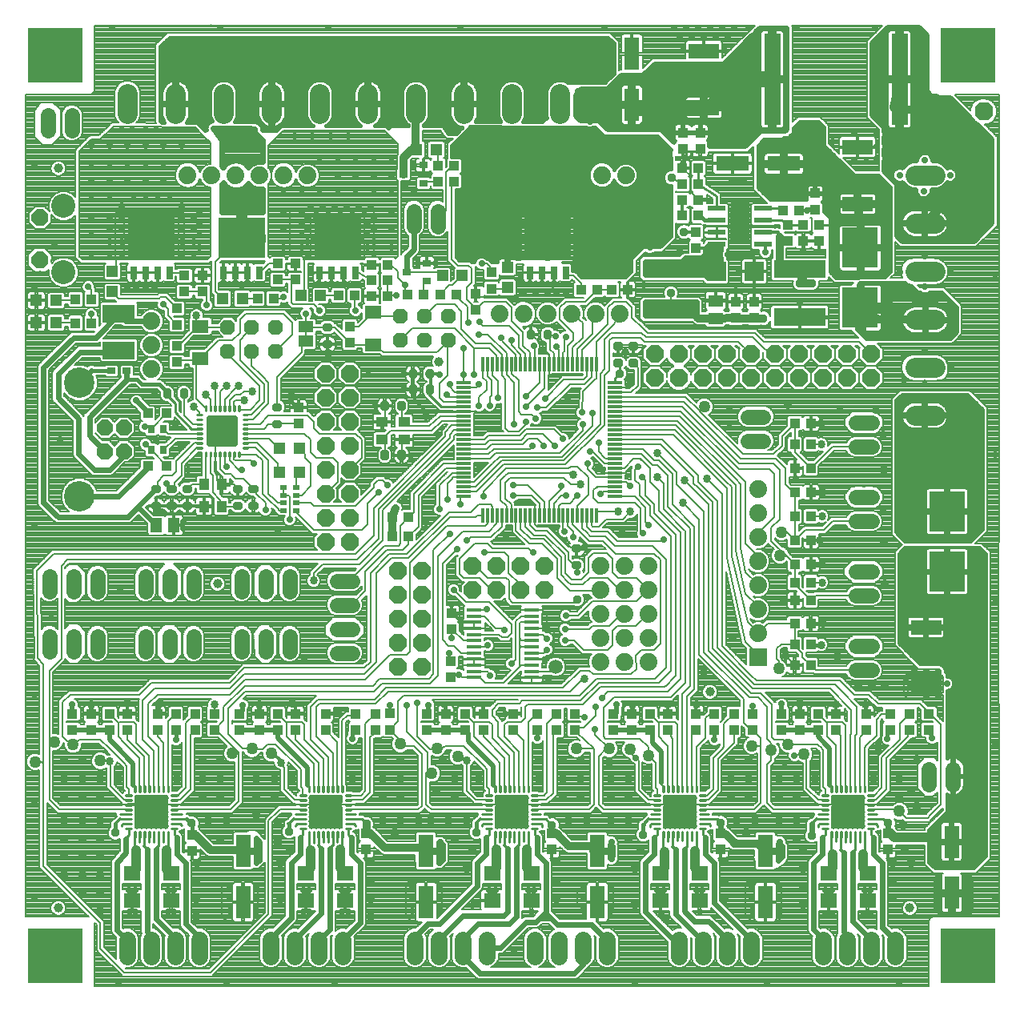
<source format=gtl>
G75*
G70*
%OFA0B0*%
%FSLAX24Y24*%
%IPPOS*%
%LPD*%
%AMOC8*
5,1,8,0,0,1.08239X$1,22.5*
%
%ADD10OC8,0.0614*%
%ADD11R,0.0472X0.0472*%
%ADD12C,0.0283*%
%ADD13R,0.0118X0.0591*%
%ADD14R,0.0591X0.0118*%
%ADD15OC8,0.0660*%
%ADD16C,0.1266*%
%ADD17R,0.1339X0.0748*%
%ADD18R,0.0630X0.0460*%
%ADD19C,0.0088*%
%ADD20C,0.0192*%
%ADD21R,0.0335X0.0276*%
%ADD22R,0.0394X0.0394*%
%ADD23R,0.0256X0.0197*%
%ADD24R,0.0413X0.0512*%
%ADD25R,0.0709X0.0551*%
%ADD26C,0.0712*%
%ADD27R,0.0710X0.0630*%
%ADD28R,0.0394X0.0433*%
%ADD29R,0.0630X0.1378*%
%ADD30R,0.0433X0.0394*%
%ADD31C,0.0640*%
%ADD32R,0.2300X0.2300*%
%ADD33OC8,0.0700*%
%ADD34C,0.1000*%
%ADD35R,0.0276X0.0551*%
%ADD36R,0.1969X0.1693*%
%ADD37R,0.1500X0.1669*%
%ADD38C,0.0825*%
%ADD39R,0.0644X0.0173*%
%ADD40R,0.0740X0.0740*%
%ADD41C,0.0740*%
%ADD42OC8,0.0740*%
%ADD43R,0.1378X0.0630*%
%ADD44R,0.0512X0.0413*%
%ADD45C,0.0500*%
%ADD46R,0.0780X0.0220*%
%ADD47R,0.0840X0.1180*%
%ADD48R,0.2165X0.0728*%
%ADD49R,0.0591X0.0512*%
%ADD50R,0.0787X0.0787*%
%ADD51R,0.0276X0.0354*%
%ADD52C,0.0197*%
%ADD53R,0.0512X0.0591*%
%ADD54OC8,0.0760*%
%ADD55R,0.1260X0.0630*%
%ADD56R,0.0700X0.3800*%
%ADD57R,0.1364X0.1364*%
%ADD58C,0.0394*%
%ADD59R,0.0354X0.0315*%
%ADD60C,0.0080*%
%ADD61C,0.0290*%
%ADD62C,0.0200*%
%ADD63C,0.0240*%
%ADD64C,0.0160*%
%ADD65C,0.0337*%
%ADD66C,0.0120*%
%ADD67C,0.0320*%
%ADD68C,0.0376*%
%ADD69C,0.0100*%
%ADD70C,0.0400*%
%ADD71C,0.0591*%
%ADD72C,0.0660*%
D10*
X015506Y035338D03*
X016506Y035338D03*
X016506Y036338D03*
X015506Y036338D03*
X017506Y036338D03*
X017506Y035338D03*
X022706Y035788D03*
X023706Y035788D03*
X024706Y035788D03*
X024706Y036788D03*
X023706Y036788D03*
X022706Y036788D03*
D11*
X024443Y038488D03*
X025269Y038488D03*
X027156Y038826D03*
X027156Y038000D03*
X024194Y043738D03*
X023368Y043738D03*
X019369Y037663D03*
X018543Y037663D03*
X016119Y037538D03*
X015293Y037538D03*
X010706Y037828D03*
X010706Y038655D03*
X008362Y037461D03*
X008362Y036538D03*
X007536Y036538D03*
X007536Y037461D03*
X017668Y031313D03*
X018494Y031313D03*
X018494Y030288D03*
X017668Y030288D03*
D12*
X016656Y029577D02*
X016506Y029577D01*
X016506Y029649D01*
X016656Y029649D01*
X016656Y029577D01*
X016656Y028877D02*
X016506Y028877D01*
X016506Y028949D01*
X016656Y028949D01*
X016656Y028877D01*
X016006Y028949D02*
X015856Y028949D01*
X016006Y028949D02*
X016006Y028877D01*
X015856Y028877D01*
X015856Y028949D01*
X015856Y029649D02*
X016006Y029649D01*
X016006Y029577D01*
X015856Y029577D01*
X015856Y029649D01*
X013906Y029577D02*
X013756Y029577D01*
X013756Y029649D01*
X013906Y029649D01*
X013906Y029577D01*
X013906Y028877D02*
X013756Y028877D01*
X013756Y028949D01*
X013906Y028949D01*
X013906Y028877D01*
X013256Y028877D02*
X013106Y028877D01*
X013106Y028949D01*
X013256Y028949D01*
X013256Y028877D01*
X013256Y029577D02*
X013106Y029577D01*
X013106Y029649D01*
X013256Y029649D01*
X013256Y029577D01*
X012606Y029577D02*
X012456Y029577D01*
X012456Y029649D01*
X012606Y029649D01*
X012606Y029577D01*
X012606Y028877D02*
X012456Y028877D01*
X012456Y028949D01*
X012606Y028949D01*
X012606Y028877D01*
X012945Y033513D02*
X012945Y033663D01*
X013017Y033663D01*
X013017Y033513D01*
X012945Y033513D01*
X013645Y033513D02*
X013645Y033663D01*
X013717Y033663D01*
X013717Y033513D01*
X013645Y033513D01*
X017481Y033049D02*
X017631Y033049D01*
X017631Y032977D01*
X017481Y032977D01*
X017481Y033049D01*
X017481Y032349D02*
X017631Y032349D01*
X017631Y032277D01*
X017481Y032277D01*
X017481Y032349D01*
X019581Y035602D02*
X019731Y035602D01*
X019581Y035602D02*
X019581Y035674D01*
X019731Y035674D01*
X019731Y035602D01*
X019731Y036302D02*
X019581Y036302D01*
X019581Y036374D01*
X019731Y036374D01*
X019731Y036302D01*
X023179Y034480D02*
X023179Y034330D01*
X023179Y034480D02*
X023251Y034480D01*
X023251Y034330D01*
X023179Y034330D01*
X023179Y033829D02*
X023179Y033679D01*
X023179Y033829D02*
X023251Y033829D01*
X023251Y033679D01*
X023179Y033679D01*
X023879Y033679D02*
X023879Y033829D01*
X023951Y033829D01*
X023951Y033679D01*
X023879Y033679D01*
X023879Y034330D02*
X023879Y034480D01*
X023951Y034480D01*
X023951Y034330D01*
X023879Y034330D01*
X022707Y033138D02*
X022707Y032988D01*
X022707Y033138D02*
X022779Y033138D01*
X022779Y032988D01*
X022707Y032988D01*
X022007Y032988D02*
X022007Y033138D01*
X022079Y033138D01*
X022079Y032988D01*
X022007Y032988D01*
X022079Y031088D02*
X022079Y030938D01*
X022007Y030938D01*
X022007Y031088D01*
X022079Y031088D01*
X022779Y031088D02*
X022779Y030938D01*
X022707Y030938D01*
X022707Y031088D01*
X022779Y031088D01*
X028095Y035963D02*
X028095Y036113D01*
X028167Y036113D01*
X028167Y035963D01*
X028095Y035963D01*
X028795Y035963D02*
X028795Y036113D01*
X028867Y036113D01*
X028867Y035963D01*
X028795Y035963D01*
X031681Y035588D02*
X031831Y035588D01*
X031831Y035516D01*
X031681Y035516D01*
X031681Y035588D01*
X032325Y035588D02*
X032475Y035588D01*
X032475Y035516D01*
X032325Y035516D01*
X032325Y035588D01*
X032325Y034888D02*
X032475Y034888D01*
X032475Y034816D01*
X032325Y034816D01*
X032325Y034888D01*
X031831Y034888D02*
X031681Y034888D01*
X031831Y034888D02*
X031831Y034816D01*
X031681Y034816D01*
X031681Y034888D01*
X030108Y027162D02*
X029958Y027162D01*
X030108Y027162D02*
X030108Y027090D01*
X029958Y027090D01*
X029958Y027162D01*
X029958Y026462D02*
X030108Y026462D01*
X030108Y026390D01*
X029958Y026390D01*
X029958Y026462D01*
D13*
X029869Y028513D03*
X030066Y028513D03*
X030263Y028513D03*
X030459Y028513D03*
X030656Y028513D03*
X030853Y028513D03*
X029672Y028513D03*
X029475Y028513D03*
X029278Y028513D03*
X029082Y028513D03*
X028885Y028513D03*
X028688Y028513D03*
X028491Y028513D03*
X028294Y028513D03*
X028097Y028513D03*
X027900Y028513D03*
X027704Y028513D03*
X027507Y028513D03*
X027310Y028513D03*
X027113Y028513D03*
X026916Y028513D03*
X026719Y028513D03*
X026522Y028513D03*
X026326Y028513D03*
X026129Y028513D03*
X026129Y034813D03*
X026326Y034813D03*
X026522Y034813D03*
X026719Y034813D03*
X026916Y034813D03*
X027113Y034813D03*
X027310Y034813D03*
X027507Y034813D03*
X027704Y034813D03*
X027900Y034813D03*
X028097Y034813D03*
X028294Y034813D03*
X028491Y034813D03*
X028688Y034813D03*
X028885Y034813D03*
X029082Y034813D03*
X029278Y034813D03*
X029475Y034813D03*
X029672Y034813D03*
X029869Y034813D03*
X030066Y034813D03*
X030263Y034813D03*
X030459Y034813D03*
X030656Y034813D03*
X030853Y034813D03*
D14*
X031641Y034025D03*
X031641Y033828D03*
X031641Y033631D03*
X031641Y033435D03*
X031641Y033238D03*
X031641Y033041D03*
X031641Y032844D03*
X031641Y032647D03*
X031641Y032450D03*
X031641Y032254D03*
X031641Y032057D03*
X031641Y031860D03*
X031641Y031663D03*
X031641Y031466D03*
X031641Y031269D03*
X031641Y031072D03*
X031641Y030876D03*
X031641Y030679D03*
X031641Y030482D03*
X031641Y030285D03*
X031641Y030088D03*
X031641Y029891D03*
X031641Y029694D03*
X031641Y029498D03*
X031641Y029301D03*
X025341Y029301D03*
X025341Y029498D03*
X025341Y029694D03*
X025341Y029891D03*
X025341Y030088D03*
X025341Y030285D03*
X025341Y030482D03*
X025341Y030679D03*
X025341Y030876D03*
X025341Y031072D03*
X025341Y031269D03*
X025341Y031466D03*
X025341Y031663D03*
X025341Y031860D03*
X025341Y032057D03*
X025341Y032254D03*
X025341Y032450D03*
X025341Y032647D03*
X025341Y032844D03*
X025341Y033041D03*
X025341Y033238D03*
X025341Y033435D03*
X025341Y033631D03*
X025341Y033828D03*
X025341Y034025D03*
D15*
X011185Y032155D03*
X010398Y032155D03*
X010398Y031171D03*
X011185Y031171D03*
D16*
X009331Y029301D03*
X009331Y034025D03*
D17*
X010968Y035385D03*
X010968Y036920D03*
D18*
X018756Y036363D03*
X018756Y035763D03*
D19*
X015981Y033072D02*
X015959Y033072D01*
X015981Y033072D02*
X015981Y032884D01*
X015959Y032884D01*
X015959Y033072D01*
X015959Y032971D02*
X015981Y032971D01*
X015981Y033058D02*
X015959Y033058D01*
X015784Y033072D02*
X015762Y033072D01*
X015784Y033072D02*
X015784Y032884D01*
X015762Y032884D01*
X015762Y033072D01*
X015762Y032971D02*
X015784Y032971D01*
X015784Y033058D02*
X015762Y033058D01*
X015587Y033072D02*
X015565Y033072D01*
X015587Y033072D02*
X015587Y032884D01*
X015565Y032884D01*
X015565Y033072D01*
X015565Y032971D02*
X015587Y032971D01*
X015587Y033058D02*
X015565Y033058D01*
X015390Y033072D02*
X015368Y033072D01*
X015390Y033072D02*
X015390Y032884D01*
X015368Y032884D01*
X015368Y033072D01*
X015368Y032971D02*
X015390Y032971D01*
X015390Y033058D02*
X015368Y033058D01*
X015194Y033072D02*
X015172Y033072D01*
X015194Y033072D02*
X015194Y032884D01*
X015172Y032884D01*
X015172Y033072D01*
X015172Y032971D02*
X015194Y032971D01*
X015194Y033058D02*
X015172Y033058D01*
X014997Y033072D02*
X014975Y033072D01*
X014997Y033072D02*
X014997Y032884D01*
X014975Y032884D01*
X014975Y033072D01*
X014975Y032971D02*
X014997Y032971D01*
X014997Y033058D02*
X014975Y033058D01*
X014800Y033072D02*
X014778Y033072D01*
X014800Y033072D02*
X014800Y032884D01*
X014778Y032884D01*
X014778Y033072D01*
X014778Y032971D02*
X014800Y032971D01*
X014800Y033058D02*
X014778Y033058D01*
X014603Y033072D02*
X014581Y033072D01*
X014603Y033072D02*
X014603Y032884D01*
X014581Y032884D01*
X014581Y033072D01*
X014581Y032971D02*
X014603Y032971D01*
X014603Y033058D02*
X014581Y033058D01*
X014222Y032713D02*
X014222Y032691D01*
X014222Y032713D02*
X014410Y032713D01*
X014410Y032691D01*
X014222Y032691D01*
X014222Y032516D02*
X014222Y032494D01*
X014222Y032516D02*
X014410Y032516D01*
X014410Y032494D01*
X014222Y032494D01*
X014222Y032319D02*
X014222Y032297D01*
X014222Y032319D02*
X014410Y032319D01*
X014410Y032297D01*
X014222Y032297D01*
X014222Y032122D02*
X014222Y032100D01*
X014222Y032122D02*
X014410Y032122D01*
X014410Y032100D01*
X014222Y032100D01*
X014222Y031926D02*
X014222Y031904D01*
X014222Y031926D02*
X014410Y031926D01*
X014410Y031904D01*
X014222Y031904D01*
X014222Y031729D02*
X014222Y031707D01*
X014222Y031729D02*
X014410Y031729D01*
X014410Y031707D01*
X014222Y031707D01*
X014222Y031532D02*
X014222Y031510D01*
X014222Y031532D02*
X014410Y031532D01*
X014410Y031510D01*
X014222Y031510D01*
X014222Y031335D02*
X014222Y031313D01*
X014222Y031335D02*
X014410Y031335D01*
X014410Y031313D01*
X014222Y031313D01*
X014581Y031142D02*
X014603Y031142D01*
X014603Y030954D01*
X014581Y030954D01*
X014581Y031142D01*
X014581Y031041D02*
X014603Y031041D01*
X014603Y031128D02*
X014581Y031128D01*
X014778Y031142D02*
X014800Y031142D01*
X014800Y030954D01*
X014778Y030954D01*
X014778Y031142D01*
X014778Y031041D02*
X014800Y031041D01*
X014800Y031128D02*
X014778Y031128D01*
X014975Y031142D02*
X014997Y031142D01*
X014997Y030954D01*
X014975Y030954D01*
X014975Y031142D01*
X014975Y031041D02*
X014997Y031041D01*
X014997Y031128D02*
X014975Y031128D01*
X015172Y031142D02*
X015194Y031142D01*
X015194Y030954D01*
X015172Y030954D01*
X015172Y031142D01*
X015172Y031041D02*
X015194Y031041D01*
X015194Y031128D02*
X015172Y031128D01*
X015368Y031142D02*
X015390Y031142D01*
X015390Y030954D01*
X015368Y030954D01*
X015368Y031142D01*
X015368Y031041D02*
X015390Y031041D01*
X015390Y031128D02*
X015368Y031128D01*
X015565Y031142D02*
X015587Y031142D01*
X015587Y030954D01*
X015565Y030954D01*
X015565Y031142D01*
X015565Y031041D02*
X015587Y031041D01*
X015587Y031128D02*
X015565Y031128D01*
X015762Y031142D02*
X015784Y031142D01*
X015784Y030954D01*
X015762Y030954D01*
X015762Y031142D01*
X015762Y031041D02*
X015784Y031041D01*
X015784Y031128D02*
X015762Y031128D01*
X015959Y031142D02*
X015981Y031142D01*
X015981Y030954D01*
X015959Y030954D01*
X015959Y031142D01*
X015959Y031041D02*
X015981Y031041D01*
X015981Y031128D02*
X015959Y031128D01*
X016152Y031313D02*
X016152Y031335D01*
X016340Y031335D01*
X016340Y031313D01*
X016152Y031313D01*
X016152Y031510D02*
X016152Y031532D01*
X016340Y031532D01*
X016340Y031510D01*
X016152Y031510D01*
X016152Y031707D02*
X016152Y031729D01*
X016340Y031729D01*
X016340Y031707D01*
X016152Y031707D01*
X016152Y031904D02*
X016152Y031926D01*
X016340Y031926D01*
X016340Y031904D01*
X016152Y031904D01*
X016152Y032100D02*
X016152Y032122D01*
X016340Y032122D01*
X016340Y032100D01*
X016152Y032100D01*
X016152Y032297D02*
X016152Y032319D01*
X016340Y032319D01*
X016340Y032297D01*
X016152Y032297D01*
X016152Y032494D02*
X016152Y032516D01*
X016340Y032516D01*
X016340Y032494D01*
X016152Y032494D01*
X016152Y032691D02*
X016152Y032713D01*
X016340Y032713D01*
X016340Y032691D01*
X016152Y032691D01*
X018881Y017221D02*
X018903Y017221D01*
X018903Y016995D01*
X018881Y016995D01*
X018881Y017221D01*
X018881Y017082D02*
X018903Y017082D01*
X018903Y017169D02*
X018881Y017169D01*
X019078Y017221D02*
X019100Y017221D01*
X019100Y016995D01*
X019078Y016995D01*
X019078Y017221D01*
X019078Y017082D02*
X019100Y017082D01*
X019100Y017169D02*
X019078Y017169D01*
X019275Y017221D02*
X019297Y017221D01*
X019297Y016995D01*
X019275Y016995D01*
X019275Y017221D01*
X019275Y017082D02*
X019297Y017082D01*
X019297Y017169D02*
X019275Y017169D01*
X019472Y017221D02*
X019494Y017221D01*
X019494Y016995D01*
X019472Y016995D01*
X019472Y017221D01*
X019472Y017082D02*
X019494Y017082D01*
X019494Y017169D02*
X019472Y017169D01*
X019668Y017221D02*
X019690Y017221D01*
X019690Y016995D01*
X019668Y016995D01*
X019668Y017221D01*
X019668Y017082D02*
X019690Y017082D01*
X019690Y017169D02*
X019668Y017169D01*
X019865Y017221D02*
X019887Y017221D01*
X019887Y016995D01*
X019865Y016995D01*
X019865Y017221D01*
X019865Y017082D02*
X019887Y017082D01*
X019887Y017169D02*
X019865Y017169D01*
X020062Y017221D02*
X020084Y017221D01*
X020084Y016995D01*
X020062Y016995D01*
X020062Y017221D01*
X020062Y017082D02*
X020084Y017082D01*
X020084Y017169D02*
X020062Y017169D01*
X020259Y016995D02*
X020281Y016995D01*
X020259Y016995D02*
X020259Y017221D01*
X020281Y017221D01*
X020281Y016995D01*
X020281Y017082D02*
X020259Y017082D01*
X020259Y017169D02*
X020281Y017169D01*
X020413Y016863D02*
X020413Y016841D01*
X020413Y016863D02*
X020639Y016863D01*
X020639Y016841D01*
X020413Y016841D01*
X020413Y016666D02*
X020413Y016644D01*
X020413Y016666D02*
X020639Y016666D01*
X020639Y016644D01*
X020413Y016644D01*
X020413Y016469D02*
X020413Y016447D01*
X020413Y016469D02*
X020639Y016469D01*
X020639Y016447D01*
X020413Y016447D01*
X020413Y016272D02*
X020413Y016250D01*
X020413Y016272D02*
X020639Y016272D01*
X020639Y016250D01*
X020413Y016250D01*
X020413Y016076D02*
X020413Y016054D01*
X020413Y016076D02*
X020639Y016076D01*
X020639Y016054D01*
X020413Y016054D01*
X020413Y015879D02*
X020413Y015857D01*
X020413Y015879D02*
X020639Y015879D01*
X020639Y015857D01*
X020413Y015857D01*
X020413Y015682D02*
X020413Y015660D01*
X020413Y015682D02*
X020639Y015682D01*
X020639Y015660D01*
X020413Y015660D01*
X020413Y015485D02*
X020413Y015463D01*
X020413Y015485D02*
X020639Y015485D01*
X020639Y015463D01*
X020413Y015463D01*
X020281Y015105D02*
X020259Y015105D01*
X020259Y015331D01*
X020281Y015331D01*
X020281Y015105D01*
X020281Y015192D02*
X020259Y015192D01*
X020259Y015279D02*
X020281Y015279D01*
X020084Y015105D02*
X020062Y015105D01*
X020062Y015331D01*
X020084Y015331D01*
X020084Y015105D01*
X020084Y015192D02*
X020062Y015192D01*
X020062Y015279D02*
X020084Y015279D01*
X019887Y015105D02*
X019865Y015105D01*
X019865Y015331D01*
X019887Y015331D01*
X019887Y015105D01*
X019887Y015192D02*
X019865Y015192D01*
X019865Y015279D02*
X019887Y015279D01*
X019690Y015105D02*
X019668Y015105D01*
X019668Y015331D01*
X019690Y015331D01*
X019690Y015105D01*
X019690Y015192D02*
X019668Y015192D01*
X019668Y015279D02*
X019690Y015279D01*
X019494Y015105D02*
X019472Y015105D01*
X019472Y015331D01*
X019494Y015331D01*
X019494Y015105D01*
X019494Y015192D02*
X019472Y015192D01*
X019472Y015279D02*
X019494Y015279D01*
X019297Y015105D02*
X019275Y015105D01*
X019275Y015331D01*
X019297Y015331D01*
X019297Y015105D01*
X019297Y015192D02*
X019275Y015192D01*
X019275Y015279D02*
X019297Y015279D01*
X019100Y015105D02*
X019078Y015105D01*
X019078Y015331D01*
X019100Y015331D01*
X019100Y015105D01*
X019100Y015192D02*
X019078Y015192D01*
X019078Y015279D02*
X019100Y015279D01*
X018903Y015105D02*
X018881Y015105D01*
X018881Y015331D01*
X018903Y015331D01*
X018903Y015105D01*
X018903Y015192D02*
X018881Y015192D01*
X018881Y015279D02*
X018903Y015279D01*
X018523Y015463D02*
X018523Y015485D01*
X018749Y015485D01*
X018749Y015463D01*
X018523Y015463D01*
X018523Y015660D02*
X018523Y015682D01*
X018749Y015682D01*
X018749Y015660D01*
X018523Y015660D01*
X018523Y015857D02*
X018523Y015879D01*
X018749Y015879D01*
X018749Y015857D01*
X018523Y015857D01*
X018523Y016054D02*
X018523Y016076D01*
X018749Y016076D01*
X018749Y016054D01*
X018523Y016054D01*
X018523Y016250D02*
X018523Y016272D01*
X018749Y016272D01*
X018749Y016250D01*
X018523Y016250D01*
X018523Y016447D02*
X018523Y016469D01*
X018749Y016469D01*
X018749Y016447D01*
X018523Y016447D01*
X018523Y016644D02*
X018523Y016666D01*
X018749Y016666D01*
X018749Y016644D01*
X018523Y016644D01*
X018523Y016841D02*
X018523Y016863D01*
X018749Y016863D01*
X018749Y016841D01*
X018523Y016841D01*
X013163Y016841D02*
X013163Y016863D01*
X013389Y016863D01*
X013389Y016841D01*
X013163Y016841D01*
X013163Y016666D02*
X013163Y016644D01*
X013163Y016666D02*
X013389Y016666D01*
X013389Y016644D01*
X013163Y016644D01*
X013163Y016469D02*
X013163Y016447D01*
X013163Y016469D02*
X013389Y016469D01*
X013389Y016447D01*
X013163Y016447D01*
X013163Y016272D02*
X013163Y016250D01*
X013163Y016272D02*
X013389Y016272D01*
X013389Y016250D01*
X013163Y016250D01*
X013163Y016076D02*
X013163Y016054D01*
X013163Y016076D02*
X013389Y016076D01*
X013389Y016054D01*
X013163Y016054D01*
X013163Y015879D02*
X013163Y015857D01*
X013163Y015879D02*
X013389Y015879D01*
X013389Y015857D01*
X013163Y015857D01*
X013163Y015682D02*
X013163Y015660D01*
X013163Y015682D02*
X013389Y015682D01*
X013389Y015660D01*
X013163Y015660D01*
X013163Y015485D02*
X013163Y015463D01*
X013163Y015485D02*
X013389Y015485D01*
X013389Y015463D01*
X013163Y015463D01*
X013031Y015105D02*
X013009Y015105D01*
X013009Y015331D01*
X013031Y015331D01*
X013031Y015105D01*
X013031Y015192D02*
X013009Y015192D01*
X013009Y015279D02*
X013031Y015279D01*
X012834Y015105D02*
X012812Y015105D01*
X012812Y015331D01*
X012834Y015331D01*
X012834Y015105D01*
X012834Y015192D02*
X012812Y015192D01*
X012812Y015279D02*
X012834Y015279D01*
X012637Y015105D02*
X012615Y015105D01*
X012615Y015331D01*
X012637Y015331D01*
X012637Y015105D01*
X012637Y015192D02*
X012615Y015192D01*
X012615Y015279D02*
X012637Y015279D01*
X012440Y015105D02*
X012418Y015105D01*
X012418Y015331D01*
X012440Y015331D01*
X012440Y015105D01*
X012440Y015192D02*
X012418Y015192D01*
X012418Y015279D02*
X012440Y015279D01*
X012244Y015105D02*
X012222Y015105D01*
X012222Y015331D01*
X012244Y015331D01*
X012244Y015105D01*
X012244Y015192D02*
X012222Y015192D01*
X012222Y015279D02*
X012244Y015279D01*
X012047Y015105D02*
X012025Y015105D01*
X012025Y015331D01*
X012047Y015331D01*
X012047Y015105D01*
X012047Y015192D02*
X012025Y015192D01*
X012025Y015279D02*
X012047Y015279D01*
X011850Y015105D02*
X011828Y015105D01*
X011828Y015331D01*
X011850Y015331D01*
X011850Y015105D01*
X011850Y015192D02*
X011828Y015192D01*
X011828Y015279D02*
X011850Y015279D01*
X011653Y015105D02*
X011631Y015105D01*
X011631Y015331D01*
X011653Y015331D01*
X011653Y015105D01*
X011653Y015192D02*
X011631Y015192D01*
X011631Y015279D02*
X011653Y015279D01*
X011273Y015463D02*
X011273Y015485D01*
X011499Y015485D01*
X011499Y015463D01*
X011273Y015463D01*
X011273Y015660D02*
X011273Y015682D01*
X011499Y015682D01*
X011499Y015660D01*
X011273Y015660D01*
X011273Y015857D02*
X011273Y015879D01*
X011499Y015879D01*
X011499Y015857D01*
X011273Y015857D01*
X011273Y016054D02*
X011273Y016076D01*
X011499Y016076D01*
X011499Y016054D01*
X011273Y016054D01*
X011273Y016250D02*
X011273Y016272D01*
X011499Y016272D01*
X011499Y016250D01*
X011273Y016250D01*
X011273Y016447D02*
X011273Y016469D01*
X011499Y016469D01*
X011499Y016447D01*
X011273Y016447D01*
X011273Y016644D02*
X011273Y016666D01*
X011499Y016666D01*
X011499Y016644D01*
X011273Y016644D01*
X011273Y016841D02*
X011273Y016863D01*
X011499Y016863D01*
X011499Y016841D01*
X011273Y016841D01*
X011631Y017221D02*
X011653Y017221D01*
X011653Y016995D01*
X011631Y016995D01*
X011631Y017221D01*
X011631Y017082D02*
X011653Y017082D01*
X011653Y017169D02*
X011631Y017169D01*
X011828Y017221D02*
X011850Y017221D01*
X011850Y016995D01*
X011828Y016995D01*
X011828Y017221D01*
X011828Y017082D02*
X011850Y017082D01*
X011850Y017169D02*
X011828Y017169D01*
X012025Y017221D02*
X012047Y017221D01*
X012047Y016995D01*
X012025Y016995D01*
X012025Y017221D01*
X012025Y017082D02*
X012047Y017082D01*
X012047Y017169D02*
X012025Y017169D01*
X012222Y017221D02*
X012244Y017221D01*
X012244Y016995D01*
X012222Y016995D01*
X012222Y017221D01*
X012222Y017082D02*
X012244Y017082D01*
X012244Y017169D02*
X012222Y017169D01*
X012418Y017221D02*
X012440Y017221D01*
X012440Y016995D01*
X012418Y016995D01*
X012418Y017221D01*
X012418Y017082D02*
X012440Y017082D01*
X012440Y017169D02*
X012418Y017169D01*
X012615Y017221D02*
X012637Y017221D01*
X012637Y016995D01*
X012615Y016995D01*
X012615Y017221D01*
X012615Y017082D02*
X012637Y017082D01*
X012637Y017169D02*
X012615Y017169D01*
X012812Y017221D02*
X012834Y017221D01*
X012834Y016995D01*
X012812Y016995D01*
X012812Y017221D01*
X012812Y017082D02*
X012834Y017082D01*
X012834Y017169D02*
X012812Y017169D01*
X013009Y016995D02*
X013031Y016995D01*
X013009Y016995D02*
X013009Y017221D01*
X013031Y017221D01*
X013031Y016995D01*
X013031Y017082D02*
X013009Y017082D01*
X013009Y017169D02*
X013031Y017169D01*
X026273Y016863D02*
X026273Y016841D01*
X026273Y016863D02*
X026499Y016863D01*
X026499Y016841D01*
X026273Y016841D01*
X026273Y016666D02*
X026273Y016644D01*
X026273Y016666D02*
X026499Y016666D01*
X026499Y016644D01*
X026273Y016644D01*
X026273Y016469D02*
X026273Y016447D01*
X026273Y016469D02*
X026499Y016469D01*
X026499Y016447D01*
X026273Y016447D01*
X026273Y016272D02*
X026273Y016250D01*
X026273Y016272D02*
X026499Y016272D01*
X026499Y016250D01*
X026273Y016250D01*
X026273Y016076D02*
X026273Y016054D01*
X026273Y016076D02*
X026499Y016076D01*
X026499Y016054D01*
X026273Y016054D01*
X026273Y015879D02*
X026273Y015857D01*
X026273Y015879D02*
X026499Y015879D01*
X026499Y015857D01*
X026273Y015857D01*
X026273Y015682D02*
X026273Y015660D01*
X026273Y015682D02*
X026499Y015682D01*
X026499Y015660D01*
X026273Y015660D01*
X026273Y015485D02*
X026273Y015463D01*
X026273Y015485D02*
X026499Y015485D01*
X026499Y015463D01*
X026273Y015463D01*
X026631Y015105D02*
X026653Y015105D01*
X026631Y015105D02*
X026631Y015331D01*
X026653Y015331D01*
X026653Y015105D01*
X026653Y015192D02*
X026631Y015192D01*
X026631Y015279D02*
X026653Y015279D01*
X026828Y015105D02*
X026850Y015105D01*
X026828Y015105D02*
X026828Y015331D01*
X026850Y015331D01*
X026850Y015105D01*
X026850Y015192D02*
X026828Y015192D01*
X026828Y015279D02*
X026850Y015279D01*
X027025Y015105D02*
X027047Y015105D01*
X027025Y015105D02*
X027025Y015331D01*
X027047Y015331D01*
X027047Y015105D01*
X027047Y015192D02*
X027025Y015192D01*
X027025Y015279D02*
X027047Y015279D01*
X027222Y015105D02*
X027244Y015105D01*
X027222Y015105D02*
X027222Y015331D01*
X027244Y015331D01*
X027244Y015105D01*
X027244Y015192D02*
X027222Y015192D01*
X027222Y015279D02*
X027244Y015279D01*
X027418Y015105D02*
X027440Y015105D01*
X027418Y015105D02*
X027418Y015331D01*
X027440Y015331D01*
X027440Y015105D01*
X027440Y015192D02*
X027418Y015192D01*
X027418Y015279D02*
X027440Y015279D01*
X027615Y015105D02*
X027637Y015105D01*
X027615Y015105D02*
X027615Y015331D01*
X027637Y015331D01*
X027637Y015105D01*
X027637Y015192D02*
X027615Y015192D01*
X027615Y015279D02*
X027637Y015279D01*
X027812Y015105D02*
X027834Y015105D01*
X027812Y015105D02*
X027812Y015331D01*
X027834Y015331D01*
X027834Y015105D01*
X027834Y015192D02*
X027812Y015192D01*
X027812Y015279D02*
X027834Y015279D01*
X028009Y015105D02*
X028031Y015105D01*
X028009Y015105D02*
X028009Y015331D01*
X028031Y015331D01*
X028031Y015105D01*
X028031Y015192D02*
X028009Y015192D01*
X028009Y015279D02*
X028031Y015279D01*
X028163Y015463D02*
X028163Y015485D01*
X028389Y015485D01*
X028389Y015463D01*
X028163Y015463D01*
X028163Y015660D02*
X028163Y015682D01*
X028389Y015682D01*
X028389Y015660D01*
X028163Y015660D01*
X028163Y015857D02*
X028163Y015879D01*
X028389Y015879D01*
X028389Y015857D01*
X028163Y015857D01*
X028163Y016054D02*
X028163Y016076D01*
X028389Y016076D01*
X028389Y016054D01*
X028163Y016054D01*
X028163Y016250D02*
X028163Y016272D01*
X028389Y016272D01*
X028389Y016250D01*
X028163Y016250D01*
X028163Y016447D02*
X028163Y016469D01*
X028389Y016469D01*
X028389Y016447D01*
X028163Y016447D01*
X028163Y016644D02*
X028163Y016666D01*
X028389Y016666D01*
X028389Y016644D01*
X028163Y016644D01*
X028163Y016841D02*
X028163Y016863D01*
X028389Y016863D01*
X028389Y016841D01*
X028163Y016841D01*
X028031Y016995D02*
X028009Y016995D01*
X028009Y017221D01*
X028031Y017221D01*
X028031Y016995D01*
X028031Y017082D02*
X028009Y017082D01*
X028009Y017169D02*
X028031Y017169D01*
X027834Y017221D02*
X027812Y017221D01*
X027834Y017221D02*
X027834Y016995D01*
X027812Y016995D01*
X027812Y017221D01*
X027812Y017082D02*
X027834Y017082D01*
X027834Y017169D02*
X027812Y017169D01*
X027637Y017221D02*
X027615Y017221D01*
X027637Y017221D02*
X027637Y016995D01*
X027615Y016995D01*
X027615Y017221D01*
X027615Y017082D02*
X027637Y017082D01*
X027637Y017169D02*
X027615Y017169D01*
X027440Y017221D02*
X027418Y017221D01*
X027440Y017221D02*
X027440Y016995D01*
X027418Y016995D01*
X027418Y017221D01*
X027418Y017082D02*
X027440Y017082D01*
X027440Y017169D02*
X027418Y017169D01*
X027244Y017221D02*
X027222Y017221D01*
X027244Y017221D02*
X027244Y016995D01*
X027222Y016995D01*
X027222Y017221D01*
X027222Y017082D02*
X027244Y017082D01*
X027244Y017169D02*
X027222Y017169D01*
X027047Y017221D02*
X027025Y017221D01*
X027047Y017221D02*
X027047Y016995D01*
X027025Y016995D01*
X027025Y017221D01*
X027025Y017082D02*
X027047Y017082D01*
X027047Y017169D02*
X027025Y017169D01*
X026850Y017221D02*
X026828Y017221D01*
X026850Y017221D02*
X026850Y016995D01*
X026828Y016995D01*
X026828Y017221D01*
X026828Y017082D02*
X026850Y017082D01*
X026850Y017169D02*
X026828Y017169D01*
X026653Y017221D02*
X026631Y017221D01*
X026653Y017221D02*
X026653Y016995D01*
X026631Y016995D01*
X026631Y017221D01*
X026631Y017082D02*
X026653Y017082D01*
X026653Y017169D02*
X026631Y017169D01*
X033273Y016863D02*
X033273Y016841D01*
X033273Y016863D02*
X033499Y016863D01*
X033499Y016841D01*
X033273Y016841D01*
X033273Y016666D02*
X033273Y016644D01*
X033273Y016666D02*
X033499Y016666D01*
X033499Y016644D01*
X033273Y016644D01*
X033273Y016469D02*
X033273Y016447D01*
X033273Y016469D02*
X033499Y016469D01*
X033499Y016447D01*
X033273Y016447D01*
X033273Y016272D02*
X033273Y016250D01*
X033273Y016272D02*
X033499Y016272D01*
X033499Y016250D01*
X033273Y016250D01*
X033273Y016076D02*
X033273Y016054D01*
X033273Y016076D02*
X033499Y016076D01*
X033499Y016054D01*
X033273Y016054D01*
X033273Y015879D02*
X033273Y015857D01*
X033273Y015879D02*
X033499Y015879D01*
X033499Y015857D01*
X033273Y015857D01*
X033273Y015682D02*
X033273Y015660D01*
X033273Y015682D02*
X033499Y015682D01*
X033499Y015660D01*
X033273Y015660D01*
X033273Y015485D02*
X033273Y015463D01*
X033273Y015485D02*
X033499Y015485D01*
X033499Y015463D01*
X033273Y015463D01*
X033631Y015105D02*
X033653Y015105D01*
X033631Y015105D02*
X033631Y015331D01*
X033653Y015331D01*
X033653Y015105D01*
X033653Y015192D02*
X033631Y015192D01*
X033631Y015279D02*
X033653Y015279D01*
X033828Y015105D02*
X033850Y015105D01*
X033828Y015105D02*
X033828Y015331D01*
X033850Y015331D01*
X033850Y015105D01*
X033850Y015192D02*
X033828Y015192D01*
X033828Y015279D02*
X033850Y015279D01*
X034025Y015105D02*
X034047Y015105D01*
X034025Y015105D02*
X034025Y015331D01*
X034047Y015331D01*
X034047Y015105D01*
X034047Y015192D02*
X034025Y015192D01*
X034025Y015279D02*
X034047Y015279D01*
X034222Y015105D02*
X034244Y015105D01*
X034222Y015105D02*
X034222Y015331D01*
X034244Y015331D01*
X034244Y015105D01*
X034244Y015192D02*
X034222Y015192D01*
X034222Y015279D02*
X034244Y015279D01*
X034418Y015105D02*
X034440Y015105D01*
X034418Y015105D02*
X034418Y015331D01*
X034440Y015331D01*
X034440Y015105D01*
X034440Y015192D02*
X034418Y015192D01*
X034418Y015279D02*
X034440Y015279D01*
X034615Y015105D02*
X034637Y015105D01*
X034615Y015105D02*
X034615Y015331D01*
X034637Y015331D01*
X034637Y015105D01*
X034637Y015192D02*
X034615Y015192D01*
X034615Y015279D02*
X034637Y015279D01*
X034812Y015105D02*
X034834Y015105D01*
X034812Y015105D02*
X034812Y015331D01*
X034834Y015331D01*
X034834Y015105D01*
X034834Y015192D02*
X034812Y015192D01*
X034812Y015279D02*
X034834Y015279D01*
X035009Y015105D02*
X035031Y015105D01*
X035009Y015105D02*
X035009Y015331D01*
X035031Y015331D01*
X035031Y015105D01*
X035031Y015192D02*
X035009Y015192D01*
X035009Y015279D02*
X035031Y015279D01*
X035163Y015463D02*
X035163Y015485D01*
X035389Y015485D01*
X035389Y015463D01*
X035163Y015463D01*
X035163Y015660D02*
X035163Y015682D01*
X035389Y015682D01*
X035389Y015660D01*
X035163Y015660D01*
X035163Y015857D02*
X035163Y015879D01*
X035389Y015879D01*
X035389Y015857D01*
X035163Y015857D01*
X035163Y016054D02*
X035163Y016076D01*
X035389Y016076D01*
X035389Y016054D01*
X035163Y016054D01*
X035163Y016250D02*
X035163Y016272D01*
X035389Y016272D01*
X035389Y016250D01*
X035163Y016250D01*
X035163Y016447D02*
X035163Y016469D01*
X035389Y016469D01*
X035389Y016447D01*
X035163Y016447D01*
X035163Y016644D02*
X035163Y016666D01*
X035389Y016666D01*
X035389Y016644D01*
X035163Y016644D01*
X035163Y016841D02*
X035163Y016863D01*
X035389Y016863D01*
X035389Y016841D01*
X035163Y016841D01*
X035031Y016995D02*
X035009Y016995D01*
X035009Y017221D01*
X035031Y017221D01*
X035031Y016995D01*
X035031Y017082D02*
X035009Y017082D01*
X035009Y017169D02*
X035031Y017169D01*
X034834Y017221D02*
X034812Y017221D01*
X034834Y017221D02*
X034834Y016995D01*
X034812Y016995D01*
X034812Y017221D01*
X034812Y017082D02*
X034834Y017082D01*
X034834Y017169D02*
X034812Y017169D01*
X034637Y017221D02*
X034615Y017221D01*
X034637Y017221D02*
X034637Y016995D01*
X034615Y016995D01*
X034615Y017221D01*
X034615Y017082D02*
X034637Y017082D01*
X034637Y017169D02*
X034615Y017169D01*
X034440Y017221D02*
X034418Y017221D01*
X034440Y017221D02*
X034440Y016995D01*
X034418Y016995D01*
X034418Y017221D01*
X034418Y017082D02*
X034440Y017082D01*
X034440Y017169D02*
X034418Y017169D01*
X034244Y017221D02*
X034222Y017221D01*
X034244Y017221D02*
X034244Y016995D01*
X034222Y016995D01*
X034222Y017221D01*
X034222Y017082D02*
X034244Y017082D01*
X034244Y017169D02*
X034222Y017169D01*
X034047Y017221D02*
X034025Y017221D01*
X034047Y017221D02*
X034047Y016995D01*
X034025Y016995D01*
X034025Y017221D01*
X034025Y017082D02*
X034047Y017082D01*
X034047Y017169D02*
X034025Y017169D01*
X033850Y017221D02*
X033828Y017221D01*
X033850Y017221D02*
X033850Y016995D01*
X033828Y016995D01*
X033828Y017221D01*
X033828Y017082D02*
X033850Y017082D01*
X033850Y017169D02*
X033828Y017169D01*
X033653Y017221D02*
X033631Y017221D01*
X033653Y017221D02*
X033653Y016995D01*
X033631Y016995D01*
X033631Y017221D01*
X033631Y017082D02*
X033653Y017082D01*
X033653Y017169D02*
X033631Y017169D01*
X040273Y016863D02*
X040273Y016841D01*
X040273Y016863D02*
X040499Y016863D01*
X040499Y016841D01*
X040273Y016841D01*
X040273Y016666D02*
X040273Y016644D01*
X040273Y016666D02*
X040499Y016666D01*
X040499Y016644D01*
X040273Y016644D01*
X040273Y016469D02*
X040273Y016447D01*
X040273Y016469D02*
X040499Y016469D01*
X040499Y016447D01*
X040273Y016447D01*
X040273Y016272D02*
X040273Y016250D01*
X040273Y016272D02*
X040499Y016272D01*
X040499Y016250D01*
X040273Y016250D01*
X040273Y016076D02*
X040273Y016054D01*
X040273Y016076D02*
X040499Y016076D01*
X040499Y016054D01*
X040273Y016054D01*
X040273Y015879D02*
X040273Y015857D01*
X040273Y015879D02*
X040499Y015879D01*
X040499Y015857D01*
X040273Y015857D01*
X040273Y015682D02*
X040273Y015660D01*
X040273Y015682D02*
X040499Y015682D01*
X040499Y015660D01*
X040273Y015660D01*
X040273Y015485D02*
X040273Y015463D01*
X040273Y015485D02*
X040499Y015485D01*
X040499Y015463D01*
X040273Y015463D01*
X040631Y015105D02*
X040653Y015105D01*
X040631Y015105D02*
X040631Y015331D01*
X040653Y015331D01*
X040653Y015105D01*
X040653Y015192D02*
X040631Y015192D01*
X040631Y015279D02*
X040653Y015279D01*
X040828Y015105D02*
X040850Y015105D01*
X040828Y015105D02*
X040828Y015331D01*
X040850Y015331D01*
X040850Y015105D01*
X040850Y015192D02*
X040828Y015192D01*
X040828Y015279D02*
X040850Y015279D01*
X041025Y015105D02*
X041047Y015105D01*
X041025Y015105D02*
X041025Y015331D01*
X041047Y015331D01*
X041047Y015105D01*
X041047Y015192D02*
X041025Y015192D01*
X041025Y015279D02*
X041047Y015279D01*
X041222Y015105D02*
X041244Y015105D01*
X041222Y015105D02*
X041222Y015331D01*
X041244Y015331D01*
X041244Y015105D01*
X041244Y015192D02*
X041222Y015192D01*
X041222Y015279D02*
X041244Y015279D01*
X041418Y015105D02*
X041440Y015105D01*
X041418Y015105D02*
X041418Y015331D01*
X041440Y015331D01*
X041440Y015105D01*
X041440Y015192D02*
X041418Y015192D01*
X041418Y015279D02*
X041440Y015279D01*
X041615Y015105D02*
X041637Y015105D01*
X041615Y015105D02*
X041615Y015331D01*
X041637Y015331D01*
X041637Y015105D01*
X041637Y015192D02*
X041615Y015192D01*
X041615Y015279D02*
X041637Y015279D01*
X041812Y015105D02*
X041834Y015105D01*
X041812Y015105D02*
X041812Y015331D01*
X041834Y015331D01*
X041834Y015105D01*
X041834Y015192D02*
X041812Y015192D01*
X041812Y015279D02*
X041834Y015279D01*
X042009Y015105D02*
X042031Y015105D01*
X042009Y015105D02*
X042009Y015331D01*
X042031Y015331D01*
X042031Y015105D01*
X042031Y015192D02*
X042009Y015192D01*
X042009Y015279D02*
X042031Y015279D01*
X042163Y015463D02*
X042163Y015485D01*
X042389Y015485D01*
X042389Y015463D01*
X042163Y015463D01*
X042163Y015660D02*
X042163Y015682D01*
X042389Y015682D01*
X042389Y015660D01*
X042163Y015660D01*
X042163Y015857D02*
X042163Y015879D01*
X042389Y015879D01*
X042389Y015857D01*
X042163Y015857D01*
X042163Y016054D02*
X042163Y016076D01*
X042389Y016076D01*
X042389Y016054D01*
X042163Y016054D01*
X042163Y016250D02*
X042163Y016272D01*
X042389Y016272D01*
X042389Y016250D01*
X042163Y016250D01*
X042163Y016447D02*
X042163Y016469D01*
X042389Y016469D01*
X042389Y016447D01*
X042163Y016447D01*
X042163Y016644D02*
X042163Y016666D01*
X042389Y016666D01*
X042389Y016644D01*
X042163Y016644D01*
X042163Y016841D02*
X042163Y016863D01*
X042389Y016863D01*
X042389Y016841D01*
X042163Y016841D01*
X042031Y016995D02*
X042009Y016995D01*
X042009Y017221D01*
X042031Y017221D01*
X042031Y016995D01*
X042031Y017082D02*
X042009Y017082D01*
X042009Y017169D02*
X042031Y017169D01*
X041834Y017221D02*
X041812Y017221D01*
X041834Y017221D02*
X041834Y016995D01*
X041812Y016995D01*
X041812Y017221D01*
X041812Y017082D02*
X041834Y017082D01*
X041834Y017169D02*
X041812Y017169D01*
X041637Y017221D02*
X041615Y017221D01*
X041637Y017221D02*
X041637Y016995D01*
X041615Y016995D01*
X041615Y017221D01*
X041615Y017082D02*
X041637Y017082D01*
X041637Y017169D02*
X041615Y017169D01*
X041440Y017221D02*
X041418Y017221D01*
X041440Y017221D02*
X041440Y016995D01*
X041418Y016995D01*
X041418Y017221D01*
X041418Y017082D02*
X041440Y017082D01*
X041440Y017169D02*
X041418Y017169D01*
X041244Y017221D02*
X041222Y017221D01*
X041244Y017221D02*
X041244Y016995D01*
X041222Y016995D01*
X041222Y017221D01*
X041222Y017082D02*
X041244Y017082D01*
X041244Y017169D02*
X041222Y017169D01*
X041047Y017221D02*
X041025Y017221D01*
X041047Y017221D02*
X041047Y016995D01*
X041025Y016995D01*
X041025Y017221D01*
X041025Y017082D02*
X041047Y017082D01*
X041047Y017169D02*
X041025Y017169D01*
X040850Y017221D02*
X040828Y017221D01*
X040850Y017221D02*
X040850Y016995D01*
X040828Y016995D01*
X040828Y017221D01*
X040828Y017082D02*
X040850Y017082D01*
X040850Y017169D02*
X040828Y017169D01*
X040653Y017221D02*
X040631Y017221D01*
X040653Y017221D02*
X040653Y016995D01*
X040631Y016995D01*
X040631Y017221D01*
X040631Y017082D02*
X040653Y017082D01*
X040653Y017169D02*
X040631Y017169D01*
D20*
X014737Y031469D02*
X014737Y032557D01*
X015825Y032557D01*
X015825Y031469D01*
X014737Y031469D01*
X014737Y031660D02*
X015825Y031660D01*
X015825Y031851D02*
X014737Y031851D01*
X014737Y032042D02*
X015825Y032042D01*
X015825Y032233D02*
X014737Y032233D01*
X014737Y032424D02*
X015825Y032424D01*
D21*
X011298Y034525D03*
X010668Y034525D03*
D22*
X012187Y032763D03*
X012975Y032763D03*
X012975Y030563D03*
X012187Y030563D03*
D23*
X017815Y029660D03*
X017815Y029345D03*
X017815Y029031D03*
X017815Y028716D03*
X018347Y028716D03*
X018347Y029031D03*
X018347Y029345D03*
X018347Y029660D03*
D24*
X015245Y029791D03*
X014517Y029791D03*
X014517Y028885D03*
X015245Y028885D03*
D25*
X014368Y035044D03*
X014368Y036382D03*
X021556Y036957D03*
X021556Y035619D03*
D26*
X020304Y010849D02*
X020304Y010137D01*
X019304Y010137D02*
X019304Y010849D01*
X018304Y010849D02*
X018304Y010137D01*
X017304Y010137D02*
X017304Y010849D01*
X014331Y010849D02*
X014331Y010137D01*
X013331Y010137D02*
X013331Y010849D01*
X012331Y010849D02*
X012331Y010137D01*
X011331Y010137D02*
X011331Y010849D01*
X023304Y010849D02*
X023304Y010137D01*
X024304Y010137D02*
X024304Y010849D01*
X025304Y010849D02*
X025304Y010137D01*
X026304Y010137D02*
X026304Y010849D01*
X028304Y010849D02*
X028304Y010137D01*
X029304Y010137D02*
X029304Y010849D01*
X030304Y010849D02*
X030304Y010137D01*
X031304Y010137D02*
X031304Y010849D01*
X034304Y010849D02*
X034304Y010137D01*
X035304Y010137D02*
X035304Y010849D01*
X036304Y010849D02*
X036304Y010137D01*
X037304Y010137D02*
X037304Y010849D01*
X040304Y010849D02*
X040304Y010137D01*
X041304Y010137D02*
X041304Y010849D01*
X042304Y010849D02*
X042304Y010137D01*
X043304Y010137D02*
X043304Y010849D01*
D27*
X042143Y012478D03*
X042143Y013598D03*
X040518Y013598D03*
X040518Y012478D03*
X035143Y012478D03*
X035143Y013598D03*
X033518Y013598D03*
X033518Y012478D03*
X028143Y012478D03*
X028143Y013598D03*
X026518Y013598D03*
X026518Y012478D03*
X020393Y012478D03*
X020393Y013598D03*
X018768Y013598D03*
X018768Y012478D03*
X013143Y012478D03*
X013143Y013598D03*
X011518Y013598D03*
X011518Y012478D03*
D28*
X014018Y014541D03*
X014018Y015210D03*
X014143Y019578D03*
X014143Y020248D03*
X013356Y020248D03*
X013356Y019578D03*
X012581Y019578D03*
X012581Y020248D03*
X009831Y020248D03*
X009831Y019578D03*
X016831Y019578D03*
X016831Y020248D03*
X019581Y020248D03*
X019581Y019578D03*
X020831Y019578D03*
X020831Y020248D03*
X021643Y020248D03*
X021643Y019578D03*
X024581Y019578D03*
X024581Y020248D03*
X027393Y020248D03*
X027393Y019578D03*
X028393Y019578D03*
X028393Y020248D03*
X029206Y020248D03*
X029206Y019578D03*
X032331Y019578D03*
X032331Y020248D03*
X035002Y020248D03*
X035766Y020248D03*
X035766Y019578D03*
X035002Y019578D03*
X036579Y019578D03*
X036579Y020248D03*
X039331Y020248D03*
X039331Y019578D03*
X039110Y022269D03*
X039780Y022269D03*
X039780Y023128D03*
X039110Y023128D03*
X039121Y024968D03*
X039791Y024968D03*
X039791Y025718D03*
X039121Y025718D03*
X039121Y027468D03*
X039791Y027468D03*
X039791Y028468D03*
X039121Y028468D03*
X039121Y030468D03*
X039791Y030468D03*
X039791Y031468D03*
X039121Y031468D03*
X037431Y036728D03*
X037431Y037398D03*
X036656Y037398D03*
X036656Y036728D03*
X034993Y039641D03*
X034993Y040310D03*
X035103Y040988D03*
X034434Y040988D03*
X034434Y042313D03*
X034434Y042963D03*
X034456Y043778D03*
X034456Y044448D03*
X035181Y044448D03*
X035181Y043778D03*
X035103Y042963D03*
X035103Y042313D03*
X032166Y037913D03*
X031496Y037913D03*
X030891Y037913D03*
X030221Y037913D03*
X025016Y037713D03*
X024346Y037713D03*
X023666Y037688D03*
X022996Y037688D03*
X022166Y037638D03*
X022166Y038288D03*
X022166Y038938D03*
X021496Y038938D03*
X021496Y038288D03*
X021496Y037638D03*
X020791Y037663D03*
X020121Y037663D03*
X017416Y037538D03*
X016746Y037538D03*
X009841Y037513D03*
X009171Y037513D03*
X009172Y036519D03*
X009841Y036519D03*
X022371Y028426D03*
X023041Y028426D03*
X023041Y027623D03*
X022371Y027623D03*
X024831Y024424D03*
X024831Y023755D03*
X021268Y015260D03*
X021268Y014591D03*
X028993Y014591D03*
X028993Y015260D03*
X036018Y015260D03*
X036018Y014591D03*
X042081Y019578D03*
X042081Y020248D03*
X043081Y020248D03*
X043081Y019578D03*
X043893Y019578D03*
X043893Y020248D03*
X042993Y015260D03*
X042993Y014591D03*
X040131Y039938D03*
X040131Y040607D03*
X039956Y041253D03*
X039956Y041923D03*
X024941Y042413D03*
X024941Y043063D03*
X024271Y043063D03*
X024271Y042413D03*
D29*
X032331Y045600D03*
X032331Y047726D03*
X045643Y014913D03*
X045643Y012788D03*
X037893Y012413D03*
X037893Y014538D03*
X030893Y014538D03*
X030893Y012413D03*
X023768Y012413D03*
X023768Y014538D03*
X016143Y014538D03*
X016143Y012413D03*
D30*
X016002Y019578D03*
X016002Y020248D03*
X014945Y020248D03*
X014945Y019578D03*
X017581Y019578D03*
X018331Y019578D03*
X018331Y020248D03*
X017581Y020248D03*
X022244Y020255D03*
X022244Y019585D03*
X023794Y019578D03*
X023794Y020248D03*
X024780Y021769D03*
X024780Y022438D03*
X025393Y020248D03*
X026143Y020248D03*
X026143Y019578D03*
X025393Y019578D03*
X029971Y019578D03*
X029971Y020248D03*
X031555Y020248D03*
X031555Y019578D03*
X033081Y019578D03*
X033831Y019578D03*
X033831Y020248D03*
X033081Y020248D03*
X037355Y020248D03*
X037355Y019578D03*
X038555Y019578D03*
X038555Y020248D03*
X040081Y020248D03*
X040831Y020248D03*
X040831Y019578D03*
X040081Y019578D03*
X039780Y024009D03*
X039110Y024009D03*
X039121Y026468D03*
X039791Y026468D03*
X039791Y029468D03*
X039121Y029468D03*
X039121Y032343D03*
X039791Y032343D03*
X039472Y039938D03*
X038815Y039938D03*
X038815Y040607D03*
X038633Y041213D03*
X039302Y041213D03*
X039472Y040607D03*
X035103Y041650D03*
X034434Y041650D03*
X026481Y038623D03*
X026481Y037953D03*
X025831Y037748D03*
X025831Y037078D03*
X020581Y036373D03*
X020581Y035703D03*
X018331Y038328D03*
X017581Y038328D03*
X017581Y038998D03*
X018331Y038998D03*
X014456Y038498D03*
X014456Y037828D03*
X013706Y037828D03*
X013706Y038498D03*
X013393Y037123D03*
X013393Y036453D03*
X013393Y035560D03*
X013393Y034891D03*
X018456Y032998D03*
X018456Y032328D03*
X011331Y020248D03*
X011331Y019578D03*
X010581Y019578D03*
X010581Y020248D03*
X009042Y020248D03*
X009042Y019578D03*
X044706Y019578D03*
X044706Y020248D03*
D31*
X042315Y022065D02*
X041675Y022065D01*
X041675Y023065D02*
X042315Y023065D01*
X042315Y025165D02*
X041675Y025165D01*
X041675Y026165D02*
X042315Y026165D01*
X042315Y028265D02*
X041675Y028265D01*
X041675Y029265D02*
X042315Y029265D01*
X042315Y031365D02*
X041675Y031365D01*
X041675Y032365D02*
X042315Y032365D01*
X037805Y032620D02*
X037165Y032620D01*
X037165Y031620D02*
X037805Y031620D01*
X044708Y017952D02*
X044708Y017312D01*
X045708Y017312D02*
X045708Y017952D01*
X024256Y040543D02*
X024256Y041183D01*
X023256Y041183D02*
X023256Y040543D01*
X009018Y044530D02*
X009018Y045170D01*
X008018Y045170D02*
X008018Y044530D01*
X008081Y025983D02*
X008081Y025343D01*
X009081Y025343D02*
X009081Y025983D01*
X010081Y025983D02*
X010081Y025343D01*
X010081Y023483D02*
X010081Y022843D01*
X009081Y022843D02*
X009081Y023483D01*
X008081Y023483D02*
X008081Y022843D01*
X012081Y022843D02*
X012081Y023483D01*
X013081Y023483D02*
X013081Y022843D01*
X014081Y022843D02*
X014081Y023483D01*
X014081Y025343D02*
X014081Y025983D01*
X013081Y025983D02*
X013081Y025343D01*
X012081Y025343D02*
X012081Y025983D01*
X016081Y025983D02*
X016081Y025343D01*
X017081Y025343D02*
X017081Y025983D01*
X018081Y025983D02*
X018081Y025343D01*
X018081Y023483D02*
X018081Y022843D01*
X017081Y022843D02*
X017081Y023483D01*
X016081Y023483D02*
X016081Y022843D01*
X020050Y022780D02*
X020690Y022780D01*
X020690Y023780D02*
X020050Y023780D01*
X020050Y024780D02*
X020690Y024780D01*
X020690Y025780D02*
X020050Y025780D01*
D32*
X008331Y010163D03*
X008331Y047663D03*
X046331Y047663D03*
X046331Y010163D03*
D33*
X007691Y039123D03*
X007691Y040903D03*
D34*
X008671Y041393D03*
X008671Y038633D03*
D35*
X011581Y038620D03*
X012081Y038620D03*
X012581Y038620D03*
X013081Y038620D03*
X015331Y038620D03*
X015831Y038620D03*
X016331Y038620D03*
X016831Y038620D03*
X019331Y038620D03*
X019831Y038620D03*
X020331Y038620D03*
X020831Y038620D03*
X028081Y038620D03*
X028581Y038620D03*
X029081Y038620D03*
X029581Y038620D03*
D36*
X028831Y040057D03*
X020081Y040057D03*
X016081Y040057D03*
X012331Y040057D03*
D37*
X041831Y039667D03*
X041831Y037159D03*
X045456Y028667D03*
X045456Y026159D03*
D38*
X044943Y032663D02*
X044118Y032663D01*
X044118Y034663D02*
X044943Y034663D01*
X044943Y036663D02*
X044118Y036663D01*
X044118Y038663D02*
X044943Y038663D01*
X044943Y040663D02*
X044118Y040663D01*
X044118Y042663D02*
X044943Y042663D01*
X029331Y045250D02*
X029331Y046075D01*
X027331Y046075D02*
X027331Y045250D01*
X025331Y045250D02*
X025331Y046075D01*
X023331Y046075D02*
X023331Y045250D01*
X021331Y045250D02*
X021331Y046075D01*
X019331Y046075D02*
X019331Y045250D01*
X017331Y045250D02*
X017331Y046075D01*
X015331Y046075D02*
X015331Y045250D01*
X013331Y045250D02*
X013331Y046075D01*
X011331Y046075D02*
X011331Y045250D01*
D39*
X025755Y024570D03*
X025755Y024315D03*
X025755Y024059D03*
X025755Y023803D03*
X025755Y023547D03*
X025755Y023291D03*
X025755Y023035D03*
X025755Y022779D03*
X025755Y022523D03*
X025755Y022267D03*
X025755Y022011D03*
X025755Y021756D03*
X028157Y021756D03*
X028157Y022011D03*
X028157Y022267D03*
X028157Y022523D03*
X028157Y022779D03*
X028157Y023035D03*
X028157Y023291D03*
X028157Y023547D03*
X028157Y023803D03*
X028157Y024059D03*
X028157Y024315D03*
X028157Y024570D03*
D40*
X037581Y022598D03*
D41*
X037581Y023598D03*
X037581Y024598D03*
X037581Y025598D03*
X037581Y026598D03*
X037581Y027598D03*
X037581Y028598D03*
X037581Y029598D03*
X033012Y026413D03*
X032012Y026413D03*
X031012Y026413D03*
X031012Y025413D03*
X031012Y024413D03*
X031012Y023413D03*
X031012Y022413D03*
X032012Y022413D03*
X032012Y023413D03*
X032012Y024413D03*
X032012Y025413D03*
X033012Y025413D03*
X033012Y024413D03*
X033012Y023413D03*
X033012Y022413D03*
X031831Y036913D03*
X030831Y036913D03*
X029831Y036913D03*
X028831Y036913D03*
X027831Y036913D03*
X026831Y036913D03*
X031081Y042663D03*
X032081Y042663D03*
X018831Y042663D03*
X017831Y042663D03*
X016831Y042663D03*
X015831Y042663D03*
X014831Y042663D03*
X013831Y042663D03*
X012331Y036600D03*
X012331Y035600D03*
X012331Y034600D03*
D42*
X019581Y034413D03*
X020581Y034413D03*
X020581Y033413D03*
X020581Y032413D03*
X020581Y031413D03*
X020581Y030413D03*
X020581Y029413D03*
X020581Y028413D03*
X020581Y027413D03*
X019581Y027413D03*
X019581Y028413D03*
X019581Y029413D03*
X019581Y030413D03*
X019581Y031413D03*
X019581Y032413D03*
X019581Y033413D03*
X022581Y026202D03*
X022581Y025202D03*
X022581Y024202D03*
X022581Y023202D03*
X023581Y023202D03*
X023581Y024202D03*
X023581Y025202D03*
X023581Y026202D03*
X025706Y026413D03*
X026706Y026413D03*
X027706Y026413D03*
X027706Y025413D03*
X026706Y025413D03*
X025706Y025413D03*
X028706Y025413D03*
X028706Y026413D03*
X023581Y022202D03*
X022581Y022202D03*
X033288Y034235D03*
X033288Y035235D03*
X034288Y035235D03*
X035288Y035235D03*
X036288Y035235D03*
X037288Y035235D03*
X038288Y035235D03*
X039288Y035235D03*
X040288Y035235D03*
X041288Y035235D03*
X042288Y035235D03*
X042288Y034235D03*
X041288Y034235D03*
X040288Y034235D03*
X039288Y034235D03*
X038288Y034235D03*
X037288Y034235D03*
X036288Y034235D03*
X035288Y034235D03*
X034288Y034235D03*
D43*
X036518Y043163D03*
X038644Y043163D03*
D44*
X022846Y032402D03*
X022846Y031674D03*
X021941Y031674D03*
X021941Y032402D03*
D45*
X035346Y033027D03*
X038565Y027804D03*
X038502Y026844D03*
X038445Y022128D03*
X038840Y018973D03*
X038127Y018725D03*
X037331Y018913D03*
X039505Y018570D03*
X043473Y016188D03*
X033020Y018509D03*
X032262Y018767D03*
X031393Y018788D03*
X030018Y018788D03*
X025081Y018475D03*
X024220Y018804D03*
X024002Y017764D03*
X022694Y018989D03*
X017315Y018600D03*
X016518Y018788D03*
X015699Y018598D03*
X010206Y018288D03*
X009067Y018966D03*
X008292Y019081D03*
X007500Y018249D03*
D46*
X035861Y039788D03*
X035861Y040288D03*
X035861Y040788D03*
X035861Y041288D03*
X037801Y041288D03*
X037801Y040788D03*
X037801Y040288D03*
X037801Y039788D03*
D47*
X036831Y040558D03*
D48*
X039318Y038767D03*
X039318Y036759D03*
D49*
X035818Y036699D03*
X035818Y037447D03*
D50*
X035856Y038663D03*
X037431Y038663D03*
D51*
X012837Y032100D03*
X012325Y032100D03*
X012325Y031225D03*
X012837Y031225D03*
D52*
X032885Y037387D02*
X035051Y037387D01*
X035051Y036797D01*
X032885Y036797D01*
X032885Y037387D01*
X032885Y036993D02*
X035051Y036993D01*
X035051Y037189D02*
X032885Y037189D01*
X032885Y037385D02*
X035051Y037385D01*
X035051Y038489D02*
X032885Y038489D01*
X032885Y039079D01*
X035051Y039079D01*
X035051Y038489D01*
X035051Y038685D02*
X032885Y038685D01*
X032885Y038881D02*
X035051Y038881D01*
X035051Y039077D02*
X032885Y039077D01*
D53*
X013267Y028100D03*
X012519Y028100D03*
D54*
X046985Y045324D03*
D55*
X041731Y043844D03*
X041731Y041482D03*
X035331Y045482D03*
X035331Y047844D03*
X044581Y023844D03*
X044581Y021482D03*
D56*
X043481Y046663D03*
X038181Y046663D03*
D57*
X041331Y016163D03*
X034331Y016163D03*
X027331Y016163D03*
X019581Y016163D03*
X012331Y016163D03*
D58*
X008456Y012163D03*
X015081Y025663D03*
X024306Y034913D03*
X035581Y021163D03*
X043906Y012163D03*
X008456Y042963D03*
D59*
X022823Y042713D03*
X023650Y043087D03*
X023650Y042339D03*
X023800Y039012D03*
X022973Y038638D03*
X023800Y038264D03*
D60*
X023666Y038130D01*
X023666Y037688D01*
X022996Y037688D02*
X022881Y037778D01*
X022881Y038088D01*
X022581Y038388D01*
X022581Y038663D01*
X022306Y038938D01*
X022166Y038938D01*
X021849Y038964D02*
X021536Y038964D01*
X021536Y038978D02*
X021833Y038978D01*
X021833Y039003D01*
X021849Y039003D01*
X021849Y038672D01*
X021908Y038613D01*
X021849Y038554D01*
X021849Y038022D01*
X021813Y038022D01*
X021813Y038554D01*
X021766Y038602D01*
X021779Y038609D01*
X021805Y038635D01*
X021824Y038667D01*
X021833Y038703D01*
X021833Y038898D01*
X021536Y038898D01*
X021536Y038978D01*
X021456Y038978D02*
X021456Y038898D01*
X021159Y038898D01*
X021159Y038703D01*
X021168Y038673D01*
X021089Y038721D01*
X021089Y038945D01*
X021031Y039003D01*
X021159Y039003D01*
X021159Y038978D01*
X021456Y038978D01*
X021456Y038964D02*
X021070Y038964D01*
X021089Y038886D02*
X021159Y038886D01*
X021159Y038807D02*
X021089Y038807D01*
X021089Y038729D02*
X021159Y038729D01*
X020874Y038663D02*
X021496Y038288D01*
X021179Y038292D02*
X021179Y038022D01*
X018866Y038022D01*
X018866Y037982D02*
X018866Y039003D01*
X019103Y039003D01*
X019081Y038981D01*
X019063Y038949D01*
X019053Y038914D01*
X019053Y038649D01*
X019302Y038649D01*
X019302Y038591D01*
X019053Y038591D01*
X019053Y038326D01*
X019063Y038290D01*
X019081Y038258D01*
X019107Y038232D01*
X019139Y038214D01*
X019175Y038204D01*
X019302Y038204D01*
X019302Y038591D01*
X019360Y038591D01*
X019360Y038649D01*
X019802Y038649D01*
X019802Y038591D01*
X019553Y038591D01*
X019360Y038591D01*
X019360Y038204D01*
X019487Y038204D01*
X019523Y038214D01*
X019555Y038232D01*
X019581Y038258D01*
X019607Y038232D01*
X019639Y038214D01*
X019675Y038204D01*
X019802Y038204D01*
X019802Y038591D01*
X019860Y038591D01*
X019860Y038649D01*
X020302Y038649D01*
X020302Y038591D01*
X020053Y038591D01*
X019860Y038591D01*
X019860Y038204D01*
X019987Y038204D01*
X020023Y038214D01*
X020055Y038232D01*
X020081Y038258D01*
X020107Y038232D01*
X020139Y038214D01*
X020175Y038204D01*
X020302Y038204D01*
X020302Y038591D01*
X020360Y038591D01*
X020360Y038204D01*
X020487Y038204D01*
X020523Y038214D01*
X020555Y038232D01*
X020581Y038258D01*
X020591Y038276D01*
X020643Y038224D01*
X021018Y038224D01*
X021089Y038294D01*
X021089Y038347D01*
X021179Y038292D01*
X021179Y038258D02*
X021052Y038258D01*
X021089Y038336D02*
X021107Y038336D01*
X021179Y038179D02*
X018866Y038179D01*
X018866Y038101D02*
X021179Y038101D01*
X021179Y038022D02*
X021227Y037974D01*
X021214Y037967D01*
X021187Y037940D01*
X021169Y037909D01*
X021159Y037873D01*
X021159Y037678D01*
X021456Y037678D01*
X021456Y037598D01*
X021159Y037598D01*
X021159Y037403D01*
X021169Y037367D01*
X021177Y037353D01*
X021152Y037353D01*
X021082Y037283D01*
X021082Y037125D01*
X021056Y037188D01*
X020981Y037263D01*
X020951Y037275D01*
X020951Y037326D01*
X021037Y037326D01*
X021107Y037397D01*
X021107Y037929D01*
X021037Y038000D01*
X020544Y038000D01*
X020474Y037929D01*
X020474Y037397D01*
X020544Y037326D01*
X020631Y037326D01*
X020631Y037212D01*
X020606Y037188D01*
X020566Y037091D01*
X020566Y036985D01*
X020606Y036888D01*
X020681Y036813D01*
X020778Y036773D01*
X020884Y036773D01*
X020981Y036813D01*
X021056Y036888D01*
X021082Y036951D01*
X021082Y036709D01*
X020918Y036545D01*
X020918Y036619D01*
X020847Y036689D01*
X020315Y036689D01*
X020244Y036619D01*
X020244Y036266D01*
X020106Y036404D01*
X020013Y036498D01*
X019962Y036498D01*
X019953Y036521D01*
X019879Y036595D01*
X019783Y036635D01*
X019529Y036635D01*
X019433Y036595D01*
X019359Y036521D01*
X019350Y036498D01*
X019191Y036498D01*
X019191Y036643D01*
X019121Y036713D01*
X018943Y036713D01*
X018993Y036763D01*
X019033Y036860D01*
X019033Y036966D01*
X018993Y037063D01*
X018928Y037128D01*
X019015Y037128D01*
X019066Y037077D01*
X019066Y036985D01*
X019106Y036888D01*
X019181Y036813D01*
X019278Y036773D01*
X019384Y036773D01*
X019481Y036813D01*
X019556Y036888D01*
X019596Y036985D01*
X019596Y037091D01*
X019556Y037188D01*
X019481Y037263D01*
X019384Y037303D01*
X019292Y037303D01*
X019288Y037307D01*
X019655Y037307D01*
X019726Y037377D01*
X019726Y037503D01*
X019804Y037503D01*
X019804Y037397D01*
X019875Y037326D01*
X020368Y037326D01*
X020438Y037397D01*
X020438Y037929D01*
X020368Y038000D01*
X019875Y038000D01*
X019804Y037929D01*
X019804Y037823D01*
X019726Y037823D01*
X019726Y037949D01*
X019655Y038019D01*
X019083Y038019D01*
X019013Y037949D01*
X019013Y037448D01*
X018899Y037448D01*
X018899Y037949D01*
X018866Y037982D01*
X018899Y037944D02*
X019013Y037944D01*
X019013Y037865D02*
X018899Y037865D01*
X018899Y037787D02*
X019013Y037787D01*
X019013Y037708D02*
X018899Y037708D01*
X018899Y037630D02*
X019013Y037630D01*
X019013Y037551D02*
X018899Y037551D01*
X018899Y037473D02*
X019013Y037473D01*
X019081Y037288D02*
X019331Y037038D01*
X019512Y036845D02*
X020650Y036845D01*
X020592Y036923D02*
X019570Y036923D01*
X019596Y037002D02*
X020566Y037002D01*
X020566Y037080D02*
X019596Y037080D01*
X019568Y037159D02*
X020594Y037159D01*
X020631Y037237D02*
X019507Y037237D01*
X019664Y037316D02*
X020631Y037316D01*
X020476Y037394D02*
X020436Y037394D01*
X020438Y037473D02*
X020474Y037473D01*
X020474Y037551D02*
X020438Y037551D01*
X020438Y037630D02*
X020474Y037630D01*
X020474Y037708D02*
X020438Y037708D01*
X020438Y037787D02*
X020474Y037787D01*
X020474Y037865D02*
X020438Y037865D01*
X020424Y037944D02*
X020488Y037944D01*
X020356Y038163D02*
X019831Y038163D01*
X019802Y038258D02*
X019860Y038258D01*
X019860Y038336D02*
X019802Y038336D01*
X019802Y038415D02*
X019860Y038415D01*
X019860Y038493D02*
X019802Y038493D01*
X019802Y038572D02*
X019860Y038572D01*
X019831Y038620D02*
X019331Y038620D01*
X019302Y038572D02*
X019360Y038572D01*
X019360Y038493D02*
X019302Y038493D01*
X019302Y038415D02*
X019360Y038415D01*
X019360Y038336D02*
X019302Y038336D01*
X019302Y038258D02*
X019360Y038258D01*
X019580Y038258D02*
X019582Y038258D01*
X019581Y038258D02*
X019581Y038258D01*
X019581Y038258D01*
X019726Y037944D02*
X019819Y037944D01*
X019804Y037865D02*
X019726Y037865D01*
X019726Y037473D02*
X019804Y037473D01*
X019807Y037394D02*
X019726Y037394D01*
X019369Y037663D02*
X020121Y037663D01*
X020080Y038258D02*
X020082Y038258D01*
X020081Y038258D02*
X020081Y038258D01*
X020081Y038258D01*
X020302Y038258D02*
X020360Y038258D01*
X020360Y038336D02*
X020302Y038336D01*
X020302Y038415D02*
X020360Y038415D01*
X020360Y038493D02*
X020302Y038493D01*
X020302Y038572D02*
X020360Y038572D01*
X020331Y038620D02*
X019831Y038620D01*
X020041Y039163D02*
X020041Y040017D01*
X018957Y040017D01*
X018957Y039192D01*
X018964Y039163D01*
X018668Y039163D01*
X021179Y039163D01*
X021179Y039204D01*
X021250Y039275D01*
X021581Y039275D01*
X021581Y041163D01*
X018081Y041163D01*
X018081Y039314D01*
X018597Y039314D01*
X018668Y039244D01*
X018668Y039163D01*
X018668Y039244D01*
X018597Y039314D01*
X018065Y039314D01*
X017994Y039244D01*
X017994Y039163D01*
X017918Y039163D01*
X017918Y039244D01*
X017847Y039314D01*
X017315Y039314D01*
X017247Y039247D01*
X017206Y039288D01*
X017206Y042345D01*
X017246Y042385D01*
X017321Y042566D01*
X017321Y042760D01*
X017246Y042941D01*
X017206Y042981D01*
X017206Y043913D01*
X017331Y044038D01*
X017314Y044038D01*
X017814Y044538D01*
X022009Y044538D01*
X022409Y044138D01*
X022456Y044088D01*
X022581Y043963D01*
X022581Y043541D01*
X022551Y043469D01*
X022551Y042945D01*
X022526Y042920D01*
X022526Y042506D01*
X022581Y042451D01*
X022581Y039288D01*
X022482Y039189D01*
X022482Y039204D01*
X022412Y039275D01*
X021919Y039275D01*
X021849Y039204D01*
X021849Y039163D01*
X021813Y039163D01*
X021813Y039204D01*
X021743Y039275D01*
X021250Y039275D01*
X021205Y039230D01*
X021205Y040017D01*
X020121Y040017D01*
X020121Y040097D01*
X020041Y040097D01*
X020041Y041043D01*
X019078Y041043D01*
X019043Y041034D01*
X019011Y041015D01*
X018985Y040989D01*
X018966Y040957D01*
X018957Y040922D01*
X018957Y040097D01*
X020041Y040097D01*
X020041Y040017D01*
X020121Y040017D01*
X020121Y039163D01*
X020041Y039163D01*
X020041Y039200D02*
X020121Y039200D01*
X020121Y039278D02*
X020041Y039278D01*
X020041Y039357D02*
X020121Y039357D01*
X020121Y039435D02*
X020041Y039435D01*
X020041Y039514D02*
X020121Y039514D01*
X020121Y039592D02*
X020041Y039592D01*
X020041Y039671D02*
X020121Y039671D01*
X020121Y039749D02*
X020041Y039749D01*
X020041Y039828D02*
X020121Y039828D01*
X020121Y039906D02*
X020041Y039906D01*
X020041Y039985D02*
X020121Y039985D01*
X020121Y040063D02*
X022581Y040063D01*
X022581Y039985D02*
X021205Y039985D01*
X021205Y039906D02*
X022581Y039906D01*
X022581Y039828D02*
X021205Y039828D01*
X021205Y039749D02*
X022581Y039749D01*
X022581Y039671D02*
X021205Y039671D01*
X021205Y039592D02*
X022581Y039592D01*
X022581Y039514D02*
X021205Y039514D01*
X021205Y039435D02*
X022581Y039435D01*
X022581Y039357D02*
X021205Y039357D01*
X021205Y039278D02*
X022571Y039278D01*
X022493Y039200D02*
X022482Y039200D01*
X022741Y039372D02*
X022741Y042436D01*
X022761Y042436D01*
X022767Y042433D01*
X022879Y042433D01*
X022885Y042436D01*
X023050Y042436D01*
X023120Y042506D01*
X023120Y042920D01*
X023111Y042929D01*
X023111Y043297D01*
X023196Y043382D01*
X023444Y043382D01*
X023418Y043375D01*
X023387Y043357D01*
X023360Y043330D01*
X023342Y043299D01*
X023333Y043263D01*
X023333Y043126D01*
X023611Y043126D01*
X023611Y043382D01*
X023654Y043382D01*
X023724Y043452D01*
X023724Y044024D01*
X023654Y044094D01*
X023611Y044094D01*
X023611Y044539D01*
X024352Y044541D01*
X024501Y044346D01*
X024501Y044330D01*
X024550Y044281D01*
X024592Y044226D01*
X024607Y044224D01*
X024618Y044213D01*
X024688Y044213D01*
X024756Y044204D01*
X024768Y044213D01*
X024876Y044213D01*
X024756Y044093D01*
X024651Y043988D01*
X024651Y043356D01*
X024624Y043329D01*
X024624Y043032D01*
X024588Y042996D01*
X024588Y043329D01*
X024518Y043400D01*
X024498Y043400D01*
X024551Y043452D01*
X024551Y044024D01*
X024480Y044094D01*
X023908Y044094D01*
X023838Y044024D01*
X023838Y043452D01*
X023908Y043382D01*
X024007Y043382D01*
X023954Y043329D01*
X023954Y043303D01*
X023939Y043330D01*
X023913Y043357D01*
X023881Y043375D01*
X023845Y043384D01*
X023688Y043384D01*
X023688Y043126D01*
X023611Y043126D01*
X023611Y043048D01*
X023688Y043048D01*
X023688Y042790D01*
X023845Y042790D01*
X023881Y042799D01*
X023913Y042818D01*
X023939Y042844D01*
X023954Y042871D01*
X023954Y042797D01*
X024013Y042738D01*
X023954Y042679D01*
X023954Y042573D01*
X023920Y042573D01*
X023877Y042616D01*
X023423Y042616D01*
X023353Y042546D01*
X023353Y042132D01*
X023423Y042061D01*
X023877Y042061D01*
X023947Y042132D01*
X023947Y042253D01*
X023954Y042253D01*
X023954Y042147D01*
X024025Y042076D01*
X024446Y042076D01*
X024446Y041581D01*
X024343Y041623D01*
X024168Y041623D01*
X024007Y041556D01*
X023883Y041432D01*
X023816Y041271D01*
X023816Y040455D01*
X023883Y040294D01*
X024007Y040170D01*
X024168Y040103D01*
X024343Y040103D01*
X024505Y040170D01*
X024629Y040294D01*
X024651Y040347D01*
X024651Y039088D01*
X024776Y038963D01*
X024881Y038858D01*
X024910Y038858D01*
X024953Y038814D01*
X024913Y038774D01*
X024913Y038371D01*
X024799Y038257D01*
X024799Y038774D01*
X024729Y038844D01*
X024157Y038844D01*
X024110Y038798D01*
X024106Y038798D01*
X024107Y038800D01*
X024117Y038836D01*
X024117Y038973D01*
X023838Y038973D01*
X023838Y039051D01*
X023761Y039051D01*
X023761Y039309D01*
X023604Y039309D01*
X023568Y039300D01*
X023537Y039282D01*
X023510Y039255D01*
X023492Y039224D01*
X023483Y039188D01*
X023483Y039051D01*
X023761Y039051D01*
X023761Y038973D01*
X023483Y038973D01*
X023483Y038836D01*
X023492Y038800D01*
X023493Y038798D01*
X023270Y038798D01*
X023270Y038845D01*
X023213Y038902D01*
X023213Y039206D01*
X023284Y039277D01*
X023459Y039452D01*
X023496Y039540D01*
X023496Y040166D01*
X023505Y040170D01*
X023629Y040294D01*
X023696Y040455D01*
X023696Y041271D01*
X023629Y041432D01*
X023505Y041556D01*
X023343Y041623D01*
X023168Y041623D01*
X023007Y041556D01*
X022883Y041432D01*
X022816Y041271D01*
X022816Y040455D01*
X022883Y040294D01*
X023007Y040170D01*
X023016Y040166D01*
X023016Y039687D01*
X022945Y039616D01*
X022837Y039508D01*
X022769Y039441D01*
X022741Y039372D01*
X022741Y039435D02*
X022767Y039435D01*
X022741Y039514D02*
X022842Y039514D01*
X022921Y039592D02*
X022741Y039592D01*
X022741Y039671D02*
X022999Y039671D01*
X023016Y039749D02*
X022741Y039749D01*
X022741Y039828D02*
X023016Y039828D01*
X023016Y039906D02*
X022741Y039906D01*
X022741Y039985D02*
X023016Y039985D01*
X023016Y040063D02*
X022741Y040063D01*
X022741Y040142D02*
X023016Y040142D01*
X022957Y040220D02*
X022741Y040220D01*
X022741Y040299D02*
X022881Y040299D01*
X022848Y040377D02*
X022741Y040377D01*
X022741Y040456D02*
X022816Y040456D01*
X022816Y040534D02*
X022741Y040534D01*
X022741Y040613D02*
X022816Y040613D01*
X022816Y040691D02*
X022741Y040691D01*
X022741Y040770D02*
X022816Y040770D01*
X022816Y040848D02*
X022741Y040848D01*
X022741Y040927D02*
X022816Y040927D01*
X022816Y041005D02*
X022741Y041005D01*
X022741Y041084D02*
X022816Y041084D01*
X022816Y041162D02*
X022741Y041162D01*
X022741Y041241D02*
X022816Y041241D01*
X022836Y041319D02*
X022741Y041319D01*
X022741Y041398D02*
X022869Y041398D01*
X022927Y041476D02*
X022741Y041476D01*
X022741Y041555D02*
X023005Y041555D01*
X022741Y041633D02*
X024446Y041633D01*
X024446Y041712D02*
X022741Y041712D01*
X022741Y041790D02*
X024446Y041790D01*
X024446Y041869D02*
X022741Y041869D01*
X022741Y041947D02*
X024446Y041947D01*
X024446Y042026D02*
X022741Y042026D01*
X022741Y042104D02*
X023380Y042104D01*
X023353Y042183D02*
X022741Y042183D01*
X022741Y042261D02*
X023353Y042261D01*
X023353Y042340D02*
X022741Y042340D01*
X022741Y042418D02*
X023353Y042418D01*
X023353Y042497D02*
X023111Y042497D01*
X023120Y042575D02*
X023381Y042575D01*
X023454Y042790D02*
X023611Y042790D01*
X023611Y043048D01*
X023333Y043048D01*
X023333Y042911D01*
X023342Y042875D01*
X023360Y042844D01*
X023387Y042818D01*
X023418Y042799D01*
X023454Y042790D01*
X023398Y042811D02*
X023120Y042811D01*
X023120Y042889D02*
X023338Y042889D01*
X023333Y042968D02*
X023111Y042968D01*
X023111Y043046D02*
X023333Y043046D01*
X023333Y043203D02*
X023111Y043203D01*
X023111Y043125D02*
X023611Y043125D01*
X023611Y043203D02*
X023688Y043203D01*
X023688Y043282D02*
X023611Y043282D01*
X023611Y043360D02*
X023688Y043360D01*
X023710Y043439D02*
X023852Y043439D01*
X023838Y043517D02*
X023724Y043517D01*
X023724Y043596D02*
X023838Y043596D01*
X023838Y043674D02*
X023724Y043674D01*
X023724Y043753D02*
X023838Y043753D01*
X023838Y043831D02*
X023724Y043831D01*
X023724Y043910D02*
X023838Y043910D01*
X023838Y043988D02*
X023724Y043988D01*
X023681Y044067D02*
X023881Y044067D01*
X023611Y044145D02*
X024809Y044145D01*
X024730Y044067D02*
X024508Y044067D01*
X024551Y043988D02*
X024652Y043988D01*
X024651Y043910D02*
X024551Y043910D01*
X024551Y043831D02*
X024651Y043831D01*
X024651Y043753D02*
X024551Y043753D01*
X024551Y043674D02*
X024651Y043674D01*
X024651Y043596D02*
X024551Y043596D01*
X024551Y043517D02*
X024651Y043517D01*
X024651Y043439D02*
X024537Y043439D01*
X024557Y043360D02*
X024651Y043360D01*
X024624Y043282D02*
X024588Y043282D01*
X024588Y043203D02*
X024624Y043203D01*
X024624Y043125D02*
X024588Y043125D01*
X024588Y043046D02*
X024624Y043046D01*
X024606Y042788D02*
X024941Y043123D01*
X024941Y043063D01*
X024606Y042788D02*
X024606Y041213D01*
X024256Y040863D01*
X023816Y040848D02*
X023696Y040848D01*
X023696Y040770D02*
X023816Y040770D01*
X023816Y040691D02*
X023696Y040691D01*
X023696Y040613D02*
X023816Y040613D01*
X023816Y040534D02*
X023696Y040534D01*
X023696Y040456D02*
X023816Y040456D01*
X023848Y040377D02*
X023664Y040377D01*
X023631Y040299D02*
X023881Y040299D01*
X023957Y040220D02*
X023555Y040220D01*
X023496Y040142D02*
X024075Y040142D01*
X024437Y040142D02*
X024651Y040142D01*
X024651Y040220D02*
X024555Y040220D01*
X024631Y040299D02*
X024651Y040299D01*
X024651Y040063D02*
X023496Y040063D01*
X023496Y039985D02*
X024651Y039985D01*
X024651Y039906D02*
X023496Y039906D01*
X023496Y039828D02*
X024651Y039828D01*
X024651Y039749D02*
X023496Y039749D01*
X023496Y039671D02*
X024651Y039671D01*
X024651Y039592D02*
X023496Y039592D01*
X023485Y039514D02*
X024651Y039514D01*
X024651Y039435D02*
X023442Y039435D01*
X023364Y039357D02*
X024651Y039357D01*
X024651Y039278D02*
X024066Y039278D01*
X024063Y039282D02*
X024031Y039300D01*
X023995Y039309D01*
X023838Y039309D01*
X023838Y039051D01*
X024117Y039051D01*
X024117Y039188D01*
X024107Y039224D01*
X024089Y039255D01*
X024063Y039282D01*
X024114Y039200D02*
X024651Y039200D01*
X024651Y039121D02*
X024117Y039121D01*
X024117Y038964D02*
X024775Y038964D01*
X024697Y039043D02*
X023838Y039043D01*
X023761Y039043D02*
X023213Y039043D01*
X023213Y039121D02*
X023483Y039121D01*
X023486Y039200D02*
X023213Y039200D01*
X023285Y039278D02*
X023533Y039278D01*
X023761Y039278D02*
X023838Y039278D01*
X023838Y039200D02*
X023761Y039200D01*
X023761Y039121D02*
X023838Y039121D01*
X024117Y038886D02*
X024854Y038886D01*
X024766Y038807D02*
X024946Y038807D01*
X024913Y038729D02*
X024799Y038729D01*
X024799Y038650D02*
X024913Y038650D01*
X024913Y038572D02*
X024799Y038572D01*
X024799Y038493D02*
X024913Y038493D01*
X024913Y038415D02*
X024799Y038415D01*
X024799Y038336D02*
X024878Y038336D01*
X024799Y038258D02*
X024799Y038258D01*
X024856Y038088D02*
X025256Y038488D01*
X025269Y038488D01*
X025081Y038913D02*
X024831Y039163D01*
X024831Y041913D01*
X024831Y042303D01*
X024941Y042413D01*
X024271Y042413D02*
X023724Y042413D01*
X023650Y042339D01*
X023947Y042183D02*
X023954Y042183D01*
X023919Y042104D02*
X023997Y042104D01*
X023954Y042575D02*
X023918Y042575D01*
X023954Y042654D02*
X023120Y042654D01*
X023120Y042732D02*
X024007Y042732D01*
X023954Y042811D02*
X023901Y042811D01*
X023688Y042811D02*
X023611Y042811D01*
X023611Y042889D02*
X023688Y042889D01*
X023688Y042968D02*
X023611Y042968D01*
X023611Y043046D02*
X023688Y043046D01*
X023907Y043360D02*
X023985Y043360D01*
X024271Y043063D02*
X024271Y043661D01*
X024194Y043738D01*
X024608Y044224D02*
X023611Y044224D01*
X023611Y044302D02*
X024529Y044302D01*
X024474Y044381D02*
X023611Y044381D01*
X023611Y044459D02*
X024415Y044459D01*
X024355Y044538D02*
X023611Y044538D01*
X022556Y043988D02*
X017281Y043988D01*
X017343Y044067D02*
X022477Y044067D01*
X022402Y044145D02*
X017421Y044145D01*
X017500Y044224D02*
X022324Y044224D01*
X022245Y044302D02*
X017578Y044302D01*
X017657Y044381D02*
X022167Y044381D01*
X022088Y044459D02*
X017735Y044459D01*
X017814Y044538D02*
X022010Y044538D01*
X022581Y043910D02*
X017206Y043910D01*
X017206Y043831D02*
X022581Y043831D01*
X022581Y043753D02*
X017206Y043753D01*
X017206Y043674D02*
X022581Y043674D01*
X022581Y043596D02*
X017206Y043596D01*
X017206Y043517D02*
X022571Y043517D01*
X022551Y043439D02*
X017206Y043439D01*
X017206Y043360D02*
X022551Y043360D01*
X022551Y043282D02*
X017206Y043282D01*
X017206Y043203D02*
X017700Y043203D01*
X017701Y043204D02*
X017696Y043198D01*
X017678Y043194D01*
X017671Y043196D01*
X017647Y043185D01*
X017622Y043178D01*
X017618Y043172D01*
X017602Y043164D01*
X017594Y043165D01*
X017572Y043150D01*
X017549Y043139D01*
X017546Y043132D01*
X017531Y043121D01*
X017523Y043121D01*
X017505Y043103D01*
X017483Y043088D01*
X017482Y043080D01*
X017469Y043067D01*
X017461Y043066D01*
X017446Y043044D01*
X017428Y043026D01*
X017428Y043018D01*
X017417Y043003D01*
X017410Y043000D01*
X017399Y042977D01*
X017384Y042955D01*
X017385Y042948D01*
X017378Y042931D01*
X017371Y042927D01*
X017364Y042902D01*
X017353Y042878D01*
X017356Y042871D01*
X017351Y042853D01*
X017345Y042848D01*
X017343Y042822D01*
X017336Y042797D01*
X017337Y042794D01*
X017334Y042782D01*
X017321Y042703D01*
X017332Y042703D01*
X017332Y042695D01*
X017327Y042689D01*
X017329Y042663D01*
X017327Y042637D01*
X017332Y042631D01*
X017333Y042623D01*
X017321Y042623D01*
X017321Y042623D01*
X017334Y042544D01*
X017358Y042467D01*
X017395Y042396D01*
X017442Y042331D01*
X017499Y042274D01*
X017564Y042227D01*
X017608Y042204D01*
X017612Y042202D01*
X017613Y042202D01*
X017635Y042190D01*
X017646Y042187D01*
X017647Y042185D01*
X017668Y042180D01*
X017673Y042178D01*
X017696Y042168D01*
X017700Y042169D01*
X017712Y042166D01*
X017729Y042163D01*
X017733Y042158D01*
X017759Y042155D01*
X017784Y042149D01*
X017791Y042153D01*
X017817Y042150D01*
X017823Y042145D01*
X017849Y042148D01*
X017875Y042145D01*
X017881Y042150D01*
X017906Y042153D01*
X017913Y042149D01*
X017938Y042155D01*
X017964Y042158D01*
X017969Y042164D01*
X017993Y042170D01*
X018001Y042168D01*
X018024Y042179D01*
X018050Y042185D01*
X018053Y042192D01*
X018076Y042203D01*
X018084Y042201D01*
X018105Y042216D01*
X018129Y042227D01*
X018132Y042235D01*
X018152Y042249D01*
X018160Y042249D01*
X018179Y042268D01*
X018200Y042283D01*
X018201Y042291D01*
X018219Y042308D01*
X018227Y042310D01*
X018242Y042331D01*
X018260Y042350D01*
X018260Y042357D01*
X018275Y042378D01*
X018282Y042381D01*
X018293Y042404D01*
X018308Y042426D01*
X018307Y042434D01*
X018317Y042456D01*
X018324Y042460D01*
X018331Y042485D01*
X018342Y042509D01*
X018339Y042517D01*
X018346Y042541D01*
X018350Y042544D01*
X018416Y042385D01*
X018553Y042248D01*
X018734Y042173D01*
X018928Y042173D01*
X019109Y042248D01*
X019246Y042385D01*
X019321Y042566D01*
X019321Y042760D01*
X019246Y042941D01*
X019109Y043078D01*
X018928Y043153D01*
X018734Y043153D01*
X018553Y043078D01*
X018416Y042941D01*
X018354Y042792D01*
X018352Y042816D01*
X018346Y042821D01*
X018339Y042845D01*
X018342Y042852D01*
X018331Y042876D01*
X018324Y042901D01*
X018317Y042905D01*
X018307Y042928D01*
X018308Y042936D01*
X018293Y042957D01*
X018282Y042981D01*
X018275Y042983D01*
X018260Y043004D01*
X018260Y043012D01*
X018242Y043030D01*
X018227Y043052D01*
X018219Y043053D01*
X018201Y043071D01*
X018200Y043079D01*
X018179Y043094D01*
X018160Y043112D01*
X018152Y043112D01*
X018132Y043127D01*
X018129Y043134D01*
X018105Y043145D01*
X018084Y043160D01*
X018076Y043159D01*
X018053Y043169D01*
X018050Y043176D01*
X018024Y043183D01*
X018001Y043194D01*
X017993Y043191D01*
X017969Y043198D01*
X017964Y043204D01*
X017938Y043206D01*
X017913Y043213D01*
X017906Y043209D01*
X017885Y043211D01*
X017882Y043213D01*
X017852Y043213D01*
X017837Y043215D01*
X017835Y043216D01*
X017829Y043215D01*
X017823Y043216D01*
X017821Y043215D01*
X017806Y043213D01*
X017776Y043213D01*
X017773Y043211D01*
X017759Y043209D01*
X017752Y043213D01*
X017727Y043207D01*
X017701Y043204D01*
X017536Y043125D02*
X017206Y043125D01*
X017206Y043046D02*
X017447Y043046D01*
X017392Y042968D02*
X017219Y042968D01*
X017268Y042889D02*
X017358Y042889D01*
X017339Y042811D02*
X017300Y042811D01*
X017321Y042732D02*
X017326Y042732D01*
X017321Y042703D02*
X017321Y042703D01*
X017321Y042654D02*
X017329Y042654D01*
X017321Y042575D02*
X017329Y042575D01*
X017349Y042497D02*
X017292Y042497D01*
X017260Y042418D02*
X017383Y042418D01*
X017436Y042340D02*
X017206Y042340D01*
X017206Y042261D02*
X017516Y042261D01*
X017657Y042183D02*
X017206Y042183D01*
X017206Y042104D02*
X022581Y042104D01*
X022581Y042026D02*
X017206Y042026D01*
X017206Y041947D02*
X022581Y041947D01*
X022581Y041869D02*
X017206Y041869D01*
X017206Y041790D02*
X022581Y041790D01*
X022581Y041712D02*
X017206Y041712D01*
X017206Y041633D02*
X022581Y041633D01*
X022581Y041555D02*
X017206Y041555D01*
X017206Y041476D02*
X022581Y041476D01*
X022581Y041398D02*
X017206Y041398D01*
X017206Y041319D02*
X022581Y041319D01*
X022581Y041241D02*
X017206Y041241D01*
X017206Y041162D02*
X022581Y041162D01*
X022581Y041084D02*
X017206Y041084D01*
X017206Y041005D02*
X019001Y041005D01*
X018958Y040927D02*
X017206Y040927D01*
X017206Y040848D02*
X018957Y040848D01*
X018957Y040770D02*
X017206Y040770D01*
X017206Y040691D02*
X018957Y040691D01*
X018957Y040613D02*
X017206Y040613D01*
X017206Y040534D02*
X018957Y040534D01*
X018957Y040456D02*
X017206Y040456D01*
X017206Y040377D02*
X018957Y040377D01*
X018957Y040299D02*
X017206Y040299D01*
X017206Y040220D02*
X018957Y040220D01*
X018957Y040142D02*
X017206Y040142D01*
X017206Y040063D02*
X020041Y040063D01*
X020041Y040142D02*
X020121Y040142D01*
X020121Y040097D02*
X020121Y041043D01*
X021084Y041043D01*
X021119Y041034D01*
X021151Y041015D01*
X021177Y040989D01*
X021196Y040957D01*
X021205Y040922D01*
X021205Y040097D01*
X020121Y040097D01*
X020121Y040220D02*
X020041Y040220D01*
X020041Y040299D02*
X020121Y040299D01*
X020121Y040377D02*
X020041Y040377D01*
X020041Y040456D02*
X020121Y040456D01*
X020121Y040534D02*
X020041Y040534D01*
X020041Y040613D02*
X020121Y040613D01*
X020121Y040691D02*
X020041Y040691D01*
X020041Y040770D02*
X020121Y040770D01*
X020121Y040848D02*
X020041Y040848D01*
X020041Y040927D02*
X020121Y040927D01*
X020121Y041005D02*
X020041Y041005D01*
X019206Y041038D02*
X019081Y040913D01*
X018957Y039985D02*
X017206Y039985D01*
X017206Y039906D02*
X018957Y039906D01*
X018957Y039828D02*
X017206Y039828D01*
X017206Y039749D02*
X018957Y039749D01*
X018957Y039671D02*
X017206Y039671D01*
X017206Y039592D02*
X018957Y039592D01*
X018957Y039514D02*
X017206Y039514D01*
X017206Y039435D02*
X018957Y039435D01*
X018957Y039357D02*
X017206Y039357D01*
X017216Y039278D02*
X017278Y039278D01*
X017075Y039090D02*
X015234Y039090D01*
X015180Y039035D01*
X015302Y039035D01*
X015302Y038649D01*
X015360Y038649D01*
X015360Y039035D01*
X015487Y039035D01*
X015523Y039026D01*
X015555Y039007D01*
X015581Y038981D01*
X015581Y038981D01*
X015581Y038981D01*
X015607Y039007D01*
X015639Y039026D01*
X015675Y039035D01*
X015802Y039035D01*
X015802Y038649D01*
X015860Y038649D01*
X015860Y039035D01*
X015987Y039035D01*
X016023Y039026D01*
X016055Y039007D01*
X016081Y038981D01*
X016081Y038981D01*
X016081Y038981D01*
X016107Y039007D01*
X016139Y039026D01*
X016175Y039035D01*
X016302Y039035D01*
X016302Y038649D01*
X016360Y038649D01*
X016360Y039035D01*
X016487Y039035D01*
X016523Y039026D01*
X016555Y039007D01*
X016581Y038981D01*
X016591Y038963D01*
X016643Y039015D01*
X017000Y039015D01*
X017075Y039090D01*
X017028Y039043D02*
X015187Y039043D01*
X015302Y038964D02*
X015360Y038964D01*
X015360Y038886D02*
X015302Y038886D01*
X015302Y038807D02*
X015360Y038807D01*
X015360Y038729D02*
X015302Y038729D01*
X015302Y038650D02*
X015360Y038650D01*
X015360Y038649D02*
X015802Y038649D01*
X015802Y038591D01*
X015553Y038591D01*
X015360Y038591D01*
X015360Y038649D01*
X015360Y038591D02*
X015360Y038204D01*
X015487Y038204D01*
X015523Y038214D01*
X015555Y038232D01*
X015581Y038258D01*
X015607Y038232D01*
X015639Y038214D01*
X015675Y038204D01*
X015802Y038204D01*
X015802Y038591D01*
X015860Y038591D01*
X015860Y038649D01*
X016302Y038649D01*
X016302Y038591D01*
X016109Y038591D01*
X015860Y038591D01*
X015860Y038204D01*
X015987Y038204D01*
X016023Y038214D01*
X016055Y038232D01*
X016081Y038258D01*
X016107Y038232D01*
X016139Y038214D01*
X016175Y038204D01*
X016302Y038204D01*
X016302Y038591D01*
X016360Y038591D01*
X016360Y038204D01*
X016487Y038204D01*
X016523Y038214D01*
X016555Y038232D01*
X016581Y038258D01*
X016591Y038276D01*
X016643Y038224D01*
X017018Y038224D01*
X017089Y038294D01*
X017089Y038651D01*
X017244Y038807D01*
X017244Y038751D01*
X017315Y038681D01*
X017847Y038681D01*
X017918Y038751D01*
X017918Y039003D01*
X018291Y039003D01*
X018291Y038958D01*
X017974Y038958D01*
X017974Y038782D01*
X017984Y038747D01*
X018002Y038715D01*
X018028Y038689D01*
X018060Y038670D01*
X018096Y038661D01*
X018291Y038661D01*
X018291Y038958D01*
X018371Y038958D01*
X018371Y038661D01*
X018546Y038661D01*
X018546Y038645D01*
X018065Y038645D01*
X017994Y038575D01*
X017994Y038488D01*
X017918Y038488D01*
X017918Y038575D01*
X017847Y038645D01*
X017315Y038645D01*
X017244Y038575D01*
X017244Y038082D01*
X017315Y038011D01*
X017847Y038011D01*
X017918Y038082D01*
X017918Y038168D01*
X017994Y038168D01*
X017994Y038082D01*
X017996Y038080D01*
X017996Y037810D01*
X017981Y037825D01*
X017884Y037865D01*
X017778Y037865D01*
X017703Y037834D01*
X017662Y037875D01*
X017169Y037875D01*
X017099Y037804D01*
X017099Y037272D01*
X017169Y037201D01*
X017662Y037201D01*
X017732Y037272D01*
X017732Y037354D01*
X017778Y037335D01*
X017884Y037335D01*
X017981Y037376D01*
X017996Y037391D01*
X017996Y037297D01*
X018071Y037222D01*
X018165Y037128D01*
X018609Y037128D01*
X018544Y037063D01*
X018503Y036966D01*
X018503Y036860D01*
X018544Y036763D01*
X018594Y036713D01*
X018391Y036713D01*
X018324Y036646D01*
X018272Y036698D01*
X017897Y037073D01*
X016202Y037073D01*
X016108Y036979D01*
X015858Y036729D01*
X015858Y036589D01*
X015683Y036765D01*
X015329Y036765D01*
X015079Y036515D01*
X015079Y036498D01*
X014843Y036498D01*
X014843Y036708D01*
X014773Y036778D01*
X014494Y036778D01*
X014494Y036892D01*
X014450Y036998D01*
X014369Y037079D01*
X014263Y037123D01*
X014149Y037123D01*
X014043Y037079D01*
X013961Y036998D01*
X013918Y036892D01*
X013918Y036777D01*
X013931Y036744D01*
X013894Y036708D01*
X013894Y036228D01*
X013543Y035877D01*
X013127Y035877D01*
X013057Y035807D01*
X013057Y035314D01*
X013127Y035243D01*
X013660Y035243D01*
X013730Y035314D01*
X013730Y035611D01*
X014105Y035987D01*
X014773Y035987D01*
X014843Y036057D01*
X014843Y036178D01*
X015079Y036178D01*
X015079Y036161D01*
X015292Y035948D01*
X015046Y035948D01*
X014953Y035854D01*
X014538Y035439D01*
X013964Y035439D01*
X013894Y035369D01*
X013894Y035135D01*
X013730Y035135D01*
X013730Y035137D01*
X013660Y035208D01*
X013127Y035208D01*
X013057Y035137D01*
X013057Y034644D01*
X013127Y034574D01*
X013660Y034574D01*
X013730Y034644D01*
X013730Y034815D01*
X013894Y034815D01*
X013894Y034718D01*
X013964Y034648D01*
X014046Y034648D01*
X014046Y033326D01*
X014024Y033326D01*
X013918Y033283D01*
X013866Y033231D01*
X013866Y033293D01*
X013938Y033365D01*
X013978Y033461D01*
X013978Y033715D01*
X013938Y033811D01*
X013864Y033885D01*
X013768Y033925D01*
X013594Y033925D01*
X013497Y033885D01*
X013424Y033811D01*
X013384Y033715D01*
X013384Y033461D01*
X013424Y033365D01*
X013497Y033291D01*
X013546Y033271D01*
X013546Y032813D01*
X013501Y032858D01*
X013501Y033233D01*
X013401Y033333D01*
X013277Y033458D01*
X013278Y033461D01*
X013278Y033715D01*
X013238Y033811D01*
X013164Y033885D01*
X013068Y033925D01*
X012977Y033925D01*
X012843Y034058D01*
X012726Y034175D01*
X012585Y034175D01*
X012609Y034185D01*
X012746Y034323D01*
X012821Y034503D01*
X012821Y034698D01*
X012746Y034878D01*
X012609Y035016D01*
X012428Y035090D01*
X012234Y035090D01*
X012053Y035016D01*
X011916Y034878D01*
X011841Y034698D01*
X011841Y034503D01*
X011916Y034323D01*
X012053Y034185D01*
X012077Y034175D01*
X012009Y034175D01*
X011939Y034246D01*
X011822Y034363D01*
X011585Y034363D01*
X011585Y034713D01*
X011515Y034783D01*
X011081Y034783D01*
X011010Y034713D01*
X011010Y034338D01*
X011058Y034291D01*
X011058Y034262D01*
X009609Y032814D01*
X009542Y032746D01*
X009505Y032658D01*
X009505Y032652D01*
X009495Y032677D01*
X008685Y033487D01*
X008685Y033616D01*
X008693Y033599D01*
X008904Y033387D01*
X009181Y033272D01*
X009481Y033272D01*
X009758Y033387D01*
X009969Y033599D01*
X010084Y033875D01*
X010084Y034175D01*
X010022Y034325D01*
X010393Y034325D01*
X010451Y034268D01*
X010885Y034268D01*
X010955Y034338D01*
X010955Y034713D01*
X010885Y034783D01*
X010451Y034783D01*
X010393Y034725D01*
X009971Y034725D01*
X009967Y034729D01*
X009879Y034765D01*
X009784Y034765D01*
X009695Y034729D01*
X009667Y034701D01*
X009481Y034778D01*
X009181Y034778D01*
X009131Y034757D01*
X009450Y035077D01*
X010179Y035077D01*
X010179Y034961D01*
X010249Y034891D01*
X011687Y034891D01*
X011758Y034961D01*
X011758Y035808D01*
X011687Y035879D01*
X010321Y035879D01*
X010834Y036426D01*
X011082Y036426D01*
X011100Y036406D01*
X011107Y036403D01*
X011113Y036397D01*
X011150Y036382D01*
X011185Y036364D01*
X011193Y036364D01*
X011201Y036360D01*
X011241Y036360D01*
X011281Y036358D01*
X011288Y036360D01*
X011900Y036360D01*
X011916Y036323D01*
X012053Y036185D01*
X012234Y036110D01*
X012428Y036110D01*
X012609Y036185D01*
X012746Y036323D01*
X012821Y036503D01*
X012821Y036698D01*
X012746Y036878D01*
X012609Y037016D01*
X012428Y037090D01*
X012234Y037090D01*
X012053Y037016D01*
X011916Y036878D01*
X011900Y036840D01*
X011758Y036840D01*
X011758Y037344D01*
X011724Y037378D01*
X012581Y037378D01*
X012566Y037341D01*
X012566Y037235D01*
X012606Y037138D01*
X012681Y037063D01*
X012778Y037023D01*
X012858Y037023D01*
X012858Y036762D01*
X012952Y036668D01*
X012952Y036668D01*
X013057Y036564D01*
X013057Y036207D01*
X013127Y036136D01*
X013660Y036136D01*
X013730Y036207D01*
X013730Y036700D01*
X013660Y036770D01*
X013303Y036770D01*
X013267Y036806D01*
X013660Y036806D01*
X013730Y036876D01*
X013730Y037369D01*
X013660Y037439D01*
X013311Y037439D01*
X013094Y037665D01*
X013094Y037667D01*
X013048Y037713D01*
X013003Y037759D01*
X013001Y037759D01*
X013000Y037760D01*
X012935Y037760D01*
X012871Y037762D01*
X012869Y037760D01*
X012640Y037760D01*
X012577Y037698D01*
X011062Y037698D01*
X011062Y038114D01*
X010992Y038185D01*
X010420Y038185D01*
X010350Y038114D01*
X010350Y037542D01*
X010420Y037472D01*
X010796Y037472D01*
X010854Y037414D01*
X010249Y037414D01*
X010179Y037344D01*
X010179Y036496D01*
X010212Y036464D01*
X010158Y036407D01*
X010158Y036785D01*
X010088Y036855D01*
X010088Y036944D01*
X010048Y037041D01*
X009973Y037116D01*
X009876Y037156D01*
X009770Y037156D01*
X009673Y037116D01*
X009598Y037041D01*
X009558Y036944D01*
X009558Y036839D01*
X009564Y036824D01*
X009524Y036785D01*
X009524Y036252D01*
X009595Y036182D01*
X009947Y036182D01*
X009920Y036153D01*
X009033Y036153D01*
X008945Y036116D01*
X007695Y034866D01*
X007628Y034799D01*
X007591Y034711D01*
X007591Y028993D01*
X007628Y028905D01*
X008242Y028291D01*
X008309Y028223D01*
X008397Y028187D01*
X011392Y028187D01*
X011408Y028193D01*
X011422Y028193D01*
X011432Y028203D01*
X011481Y028223D01*
X011548Y028291D01*
X011783Y028526D01*
X012144Y028165D01*
X012144Y027756D01*
X012214Y027685D01*
X012825Y027685D01*
X012885Y027745D01*
X012900Y027719D01*
X012926Y027693D01*
X012958Y027675D01*
X012993Y027665D01*
X013227Y027665D01*
X013227Y028060D01*
X013307Y028060D01*
X013307Y027665D01*
X013542Y027665D01*
X013577Y027675D01*
X013609Y027693D01*
X013635Y027719D01*
X013654Y027751D01*
X013663Y027787D01*
X013663Y028060D01*
X013307Y028060D01*
X013307Y028140D01*
X013227Y028140D01*
X013227Y028536D01*
X012993Y028536D01*
X012958Y028526D01*
X012926Y028508D01*
X012900Y028482D01*
X012885Y028456D01*
X012825Y028516D01*
X012415Y028516D01*
X012080Y028851D01*
X012182Y028953D01*
X012491Y028953D01*
X012491Y029230D01*
X012459Y029230D01*
X012545Y029316D01*
X012658Y029316D01*
X012754Y029356D01*
X012828Y029430D01*
X012856Y029498D01*
X012884Y029430D01*
X012958Y029356D01*
X013054Y029316D01*
X013308Y029316D01*
X013404Y029356D01*
X013478Y029430D01*
X013506Y029498D01*
X013534Y029430D01*
X013608Y029356D01*
X013704Y029316D01*
X013958Y029316D01*
X014054Y029356D01*
X014128Y029430D01*
X014168Y029526D01*
X014168Y029631D01*
X014190Y029631D01*
X014190Y029485D01*
X014260Y029415D01*
X014721Y029415D01*
X014721Y029409D01*
X014815Y029315D01*
X014929Y029201D01*
X014918Y029191D01*
X014918Y028580D01*
X014989Y028509D01*
X015502Y028509D01*
X015572Y028580D01*
X015572Y028725D01*
X015639Y028725D01*
X015708Y028656D01*
X015804Y028616D01*
X016058Y028616D01*
X016154Y028656D01*
X016228Y028730D01*
X016245Y028772D01*
X016256Y028744D01*
X016287Y028698D01*
X016326Y028659D01*
X016373Y028628D01*
X016424Y028607D01*
X016478Y028596D01*
X016541Y028596D01*
X016541Y028873D01*
X016621Y028873D01*
X016621Y028596D01*
X016684Y028596D01*
X016738Y028607D01*
X016789Y028628D01*
X016825Y028652D01*
X016856Y028575D01*
X016931Y028501D01*
X017028Y028460D01*
X017134Y028460D01*
X017231Y028501D01*
X017306Y028575D01*
X017346Y028673D01*
X017346Y028778D01*
X017333Y028810D01*
X017421Y028722D01*
X017493Y028649D01*
X017567Y028575D01*
X017567Y028567D01*
X017638Y028497D01*
X017876Y028497D01*
X017856Y028477D01*
X017816Y028380D01*
X017816Y028275D01*
X017856Y028177D01*
X017931Y028103D01*
X018028Y028062D01*
X018134Y028062D01*
X018231Y028103D01*
X018306Y028177D01*
X018346Y028275D01*
X018346Y028380D01*
X018317Y028451D01*
X018921Y027847D01*
X019015Y027753D01*
X019228Y027753D01*
X019091Y027616D01*
X019091Y027210D01*
X019226Y027075D01*
X019223Y027075D01*
X019222Y027075D01*
X018955Y027073D01*
X008202Y027073D01*
X008108Y026979D01*
X007498Y026369D01*
X007497Y026369D01*
X007451Y026322D01*
X007405Y026276D01*
X007405Y026275D01*
X007404Y026274D01*
X007405Y026208D01*
X007405Y026143D01*
X007405Y026142D01*
X007444Y022560D01*
X007439Y022501D01*
X007445Y022495D01*
X007445Y022486D01*
X007487Y022445D01*
X007671Y022229D01*
X007671Y018578D01*
X007574Y018619D01*
X007427Y018619D01*
X007291Y018562D01*
X007187Y018458D01*
X007130Y018322D01*
X007130Y018175D01*
X007187Y018039D01*
X007291Y017935D01*
X007427Y017879D01*
X007574Y017879D01*
X007671Y017919D01*
X007671Y013847D01*
X007765Y013753D01*
X009640Y011878D01*
X009715Y011803D01*
X007081Y011803D01*
X009715Y011803D01*
X009636Y011882D02*
X008604Y011882D01*
X008635Y011894D02*
X008725Y011984D01*
X008773Y012100D01*
X008773Y012226D01*
X008725Y012342D01*
X008635Y012432D01*
X008519Y012480D01*
X008393Y012480D01*
X008276Y012432D01*
X008187Y012342D01*
X008139Y012226D01*
X008139Y012100D01*
X008187Y011984D01*
X008276Y011894D01*
X008393Y011846D01*
X008519Y011846D01*
X008635Y011894D01*
X008701Y011960D02*
X009558Y011960D01*
X009479Y012039D02*
X008747Y012039D01*
X008773Y012117D02*
X009401Y012117D01*
X009322Y012196D02*
X008773Y012196D01*
X008753Y012274D02*
X009244Y012274D01*
X009165Y012353D02*
X008715Y012353D01*
X008636Y012431D02*
X009087Y012431D01*
X009008Y012510D02*
X007081Y012510D01*
X007081Y012588D02*
X008930Y012588D01*
X008851Y012667D02*
X007081Y012667D01*
X007081Y012745D02*
X008773Y012745D01*
X008694Y012824D02*
X007081Y012824D01*
X007081Y012902D02*
X008616Y012902D01*
X008537Y012981D02*
X007081Y012981D01*
X007081Y013059D02*
X008459Y013059D01*
X008380Y013138D02*
X007081Y013138D01*
X007081Y013216D02*
X008302Y013216D01*
X008223Y013295D02*
X007081Y013295D01*
X007081Y013373D02*
X008145Y013373D01*
X008066Y013452D02*
X007081Y013452D01*
X007081Y013530D02*
X007988Y013530D01*
X007909Y013609D02*
X007081Y013609D01*
X007081Y013687D02*
X007831Y013687D01*
X007752Y013766D02*
X007081Y013766D01*
X007081Y013844D02*
X007674Y013844D01*
X007671Y013923D02*
X007081Y013923D01*
X007081Y014001D02*
X007671Y014001D01*
X007671Y014080D02*
X007081Y014080D01*
X007081Y014158D02*
X007671Y014158D01*
X007671Y014237D02*
X007081Y014237D01*
X007081Y014315D02*
X007671Y014315D01*
X007671Y014394D02*
X007081Y014394D01*
X007081Y014472D02*
X007671Y014472D01*
X007671Y014551D02*
X007081Y014551D01*
X007081Y014629D02*
X007671Y014629D01*
X007671Y014708D02*
X007081Y014708D01*
X007081Y014786D02*
X007671Y014786D01*
X007671Y014865D02*
X007081Y014865D01*
X007081Y014943D02*
X007671Y014943D01*
X007671Y015022D02*
X007081Y015022D01*
X007081Y015100D02*
X007671Y015100D01*
X007671Y015179D02*
X007081Y015179D01*
X007081Y015257D02*
X007671Y015257D01*
X007671Y015336D02*
X007081Y015336D01*
X007081Y015414D02*
X007671Y015414D01*
X007671Y015493D02*
X007081Y015493D01*
X007081Y015571D02*
X007671Y015571D01*
X007671Y015650D02*
X007081Y015650D01*
X007081Y015728D02*
X007671Y015728D01*
X007671Y015807D02*
X007081Y015807D01*
X007081Y015885D02*
X007671Y015885D01*
X007671Y015964D02*
X007081Y015964D01*
X007081Y016042D02*
X007671Y016042D01*
X007671Y016121D02*
X007081Y016121D01*
X007081Y016199D02*
X007671Y016199D01*
X007671Y016278D02*
X007081Y016278D01*
X007081Y016356D02*
X007671Y016356D01*
X007671Y016435D02*
X007081Y016435D01*
X007081Y016513D02*
X007671Y016513D01*
X007671Y016592D02*
X007081Y016592D01*
X007081Y016670D02*
X007671Y016670D01*
X007671Y016749D02*
X007081Y016749D01*
X007081Y016827D02*
X007671Y016827D01*
X007671Y016906D02*
X007081Y016906D01*
X007081Y016984D02*
X007671Y016984D01*
X007671Y017063D02*
X007081Y017063D01*
X007081Y017141D02*
X007671Y017141D01*
X007671Y017220D02*
X007081Y017220D01*
X007081Y017298D02*
X007671Y017298D01*
X007671Y017377D02*
X007081Y017377D01*
X007081Y017455D02*
X007671Y017455D01*
X007671Y017534D02*
X007081Y017534D01*
X007081Y017612D02*
X007671Y017612D01*
X007671Y017691D02*
X007081Y017691D01*
X007081Y017769D02*
X007671Y017769D01*
X007671Y017848D02*
X007081Y017848D01*
X007081Y017926D02*
X007312Y017926D01*
X007221Y018005D02*
X007081Y018005D01*
X007081Y018083D02*
X007168Y018083D01*
X007136Y018162D02*
X007081Y018162D01*
X007081Y018240D02*
X007130Y018240D01*
X007130Y018319D02*
X007081Y018319D01*
X007081Y018397D02*
X007161Y018397D01*
X007204Y018476D02*
X007081Y018476D01*
X007081Y018554D02*
X007282Y018554D01*
X007081Y018633D02*
X007671Y018633D01*
X007671Y018711D02*
X007081Y018711D01*
X007081Y018790D02*
X007671Y018790D01*
X007671Y018868D02*
X007081Y018868D01*
X007081Y018947D02*
X007671Y018947D01*
X007671Y019025D02*
X007081Y019025D01*
X007081Y019104D02*
X007671Y019104D01*
X007671Y019182D02*
X007081Y019182D01*
X007081Y019261D02*
X007671Y019261D01*
X007671Y019339D02*
X007081Y019339D01*
X007081Y019418D02*
X007671Y019418D01*
X007671Y019496D02*
X007081Y019496D01*
X007081Y019575D02*
X007671Y019575D01*
X007671Y019653D02*
X007081Y019653D01*
X007081Y019732D02*
X007671Y019732D01*
X007671Y019810D02*
X007081Y019810D01*
X007081Y019889D02*
X007671Y019889D01*
X007671Y019967D02*
X007081Y019967D01*
X007081Y020046D02*
X007671Y020046D01*
X007671Y020124D02*
X007081Y020124D01*
X007081Y020203D02*
X007671Y020203D01*
X007671Y020281D02*
X007081Y020281D01*
X007081Y020360D02*
X007671Y020360D01*
X007671Y020438D02*
X007081Y020438D01*
X007081Y020517D02*
X007671Y020517D01*
X007671Y020595D02*
X007081Y020595D01*
X007081Y020674D02*
X007671Y020674D01*
X007671Y020752D02*
X007081Y020752D01*
X007081Y020831D02*
X007671Y020831D01*
X007671Y020909D02*
X007081Y020909D01*
X007081Y020988D02*
X007671Y020988D01*
X007671Y021066D02*
X007081Y021066D01*
X007081Y021145D02*
X007671Y021145D01*
X007671Y021223D02*
X007081Y021223D01*
X007081Y021302D02*
X007671Y021302D01*
X007671Y021380D02*
X007081Y021380D01*
X007081Y021459D02*
X007671Y021459D01*
X007671Y021537D02*
X007081Y021537D01*
X007081Y021616D02*
X007671Y021616D01*
X007671Y021694D02*
X007081Y021694D01*
X007081Y021773D02*
X007671Y021773D01*
X007671Y021851D02*
X007081Y021851D01*
X007081Y021930D02*
X007671Y021930D01*
X007671Y022008D02*
X007081Y022008D01*
X007081Y022087D02*
X007671Y022087D01*
X007671Y022165D02*
X007081Y022165D01*
X007081Y022244D02*
X007659Y022244D01*
X007592Y022322D02*
X007081Y022322D01*
X007081Y022401D02*
X007525Y022401D01*
X007452Y022479D02*
X007081Y022479D01*
X007081Y022558D02*
X007444Y022558D01*
X007443Y022636D02*
X007081Y022636D01*
X007081Y022715D02*
X007442Y022715D01*
X007442Y022793D02*
X007081Y022793D01*
X007081Y022872D02*
X007441Y022872D01*
X007440Y022950D02*
X007081Y022950D01*
X007081Y023029D02*
X007439Y023029D01*
X007438Y023107D02*
X007081Y023107D01*
X007081Y023186D02*
X007437Y023186D01*
X007436Y023264D02*
X007081Y023264D01*
X007081Y023343D02*
X007436Y023343D01*
X007435Y023421D02*
X007081Y023421D01*
X007081Y023500D02*
X007434Y023500D01*
X007433Y023578D02*
X007081Y023578D01*
X007081Y023657D02*
X007432Y023657D01*
X007431Y023735D02*
X007081Y023735D01*
X007081Y023814D02*
X007431Y023814D01*
X007430Y023892D02*
X007081Y023892D01*
X007081Y023971D02*
X007429Y023971D01*
X007428Y024049D02*
X007081Y024049D01*
X007081Y024128D02*
X007427Y024128D01*
X007426Y024206D02*
X007081Y024206D01*
X007081Y024285D02*
X007425Y024285D01*
X007425Y024363D02*
X007081Y024363D01*
X007081Y024442D02*
X007424Y024442D01*
X007423Y024520D02*
X007081Y024520D01*
X007081Y024599D02*
X007422Y024599D01*
X007421Y024677D02*
X007081Y024677D01*
X007081Y024756D02*
X007420Y024756D01*
X007420Y024834D02*
X007081Y024834D01*
X007081Y024913D02*
X007419Y024913D01*
X007418Y024991D02*
X007081Y024991D01*
X007081Y025070D02*
X007417Y025070D01*
X007416Y025148D02*
X007081Y025148D01*
X007081Y025227D02*
X007415Y025227D01*
X007414Y025305D02*
X007081Y025305D01*
X007081Y025384D02*
X007414Y025384D01*
X007413Y025462D02*
X007081Y025462D01*
X007081Y025541D02*
X007412Y025541D01*
X007411Y025619D02*
X007081Y025619D01*
X007081Y025698D02*
X007410Y025698D01*
X007409Y025776D02*
X007081Y025776D01*
X007081Y025855D02*
X007409Y025855D01*
X007408Y025933D02*
X007081Y025933D01*
X007081Y026012D02*
X007407Y026012D01*
X007406Y026090D02*
X007081Y026090D01*
X007081Y026169D02*
X007405Y026169D01*
X007404Y026247D02*
X007081Y026247D01*
X007081Y026326D02*
X007455Y026326D01*
X007533Y026404D02*
X007081Y026404D01*
X007081Y026483D02*
X007612Y026483D01*
X007690Y026561D02*
X007081Y026561D01*
X007081Y026640D02*
X007769Y026640D01*
X007847Y026718D02*
X007081Y026718D01*
X007081Y026797D02*
X007926Y026797D01*
X008004Y026875D02*
X007081Y026875D01*
X007081Y026954D02*
X008083Y026954D01*
X008161Y027032D02*
X007081Y027032D01*
X007081Y027111D02*
X019190Y027111D01*
X019112Y027189D02*
X007081Y027189D01*
X007081Y027268D02*
X019091Y027268D01*
X019091Y027346D02*
X007081Y027346D01*
X007081Y027425D02*
X019091Y027425D01*
X019091Y027503D02*
X007081Y027503D01*
X007081Y027582D02*
X019091Y027582D01*
X019135Y027660D02*
X007081Y027660D01*
X007081Y027739D02*
X012161Y027739D01*
X012144Y027817D02*
X007081Y027817D01*
X007081Y027896D02*
X012144Y027896D01*
X012144Y027974D02*
X007081Y027974D01*
X007081Y028053D02*
X012144Y028053D01*
X012144Y028131D02*
X007081Y028131D01*
X007081Y028210D02*
X008342Y028210D01*
X008244Y028288D02*
X007081Y028288D01*
X007081Y028367D02*
X008166Y028367D01*
X008087Y028445D02*
X007081Y028445D01*
X007081Y028524D02*
X008009Y028524D01*
X007930Y028602D02*
X007081Y028602D01*
X007081Y028681D02*
X007852Y028681D01*
X007773Y028759D02*
X007081Y028759D01*
X007081Y028838D02*
X007695Y028838D01*
X007623Y028916D02*
X007081Y028916D01*
X007081Y028995D02*
X007591Y028995D01*
X007591Y029073D02*
X007081Y029073D01*
X007081Y029152D02*
X007591Y029152D01*
X007591Y029230D02*
X007081Y029230D01*
X007081Y029309D02*
X007591Y029309D01*
X007591Y029387D02*
X007081Y029387D01*
X007081Y029466D02*
X007591Y029466D01*
X007591Y029544D02*
X007081Y029544D01*
X007081Y029623D02*
X007591Y029623D01*
X007591Y029701D02*
X007081Y029701D01*
X007081Y029780D02*
X007591Y029780D01*
X007591Y029858D02*
X007081Y029858D01*
X007081Y029937D02*
X007591Y029937D01*
X007591Y030015D02*
X007081Y030015D01*
X007081Y030094D02*
X007591Y030094D01*
X007591Y030172D02*
X007081Y030172D01*
X007081Y030251D02*
X007591Y030251D01*
X007591Y030329D02*
X007081Y030329D01*
X007081Y030408D02*
X007591Y030408D01*
X007591Y030486D02*
X007081Y030486D01*
X007081Y030565D02*
X007591Y030565D01*
X007591Y030643D02*
X007081Y030643D01*
X007081Y030722D02*
X007591Y030722D01*
X007591Y030800D02*
X007081Y030800D01*
X007081Y030879D02*
X007591Y030879D01*
X007591Y030957D02*
X007081Y030957D01*
X007081Y031036D02*
X007591Y031036D01*
X007591Y031114D02*
X007081Y031114D01*
X007081Y031193D02*
X007591Y031193D01*
X007591Y031271D02*
X007081Y031271D01*
X007081Y031350D02*
X007591Y031350D01*
X007591Y031428D02*
X007081Y031428D01*
X007081Y031507D02*
X007591Y031507D01*
X007591Y031585D02*
X007081Y031585D01*
X007081Y031664D02*
X007591Y031664D01*
X007591Y031742D02*
X007081Y031742D01*
X007081Y031821D02*
X007591Y031821D01*
X007591Y031899D02*
X007081Y031899D01*
X007081Y031978D02*
X007591Y031978D01*
X007591Y032056D02*
X007081Y032056D01*
X007081Y032135D02*
X007591Y032135D01*
X007591Y032213D02*
X007081Y032213D01*
X007081Y032292D02*
X007591Y032292D01*
X007591Y032370D02*
X007081Y032370D01*
X007081Y032449D02*
X007591Y032449D01*
X007591Y032527D02*
X007081Y032527D01*
X007081Y032606D02*
X007591Y032606D01*
X007591Y032684D02*
X007081Y032684D01*
X007081Y032763D02*
X007591Y032763D01*
X007591Y032841D02*
X007081Y032841D01*
X007081Y032920D02*
X007591Y032920D01*
X007591Y032998D02*
X007081Y032998D01*
X007081Y033077D02*
X007591Y033077D01*
X007591Y033155D02*
X007081Y033155D01*
X007081Y033234D02*
X007591Y033234D01*
X007591Y033312D02*
X007081Y033312D01*
X007081Y033391D02*
X007591Y033391D01*
X007591Y033469D02*
X007081Y033469D01*
X007081Y033548D02*
X007591Y033548D01*
X007591Y033626D02*
X007081Y033626D01*
X007081Y033705D02*
X007591Y033705D01*
X007591Y033783D02*
X007081Y033783D01*
X007081Y033862D02*
X007591Y033862D01*
X007591Y033940D02*
X007081Y033940D01*
X007081Y034019D02*
X007591Y034019D01*
X007591Y034097D02*
X007081Y034097D01*
X007081Y034176D02*
X007591Y034176D01*
X007591Y034254D02*
X007081Y034254D01*
X007081Y034333D02*
X007591Y034333D01*
X007591Y034411D02*
X007081Y034411D01*
X007081Y034490D02*
X007591Y034490D01*
X007591Y034568D02*
X007081Y034568D01*
X007081Y034647D02*
X007591Y034647D01*
X007597Y034725D02*
X007081Y034725D01*
X007081Y034804D02*
X007632Y034804D01*
X007711Y034882D02*
X007081Y034882D01*
X007081Y034961D02*
X007789Y034961D01*
X007868Y035039D02*
X007081Y035039D01*
X007081Y035118D02*
X007946Y035118D01*
X008025Y035196D02*
X007081Y035196D01*
X007081Y035275D02*
X008103Y035275D01*
X008182Y035353D02*
X007081Y035353D01*
X007081Y035432D02*
X008260Y035432D01*
X008339Y035510D02*
X007081Y035510D01*
X007081Y035589D02*
X008417Y035589D01*
X008496Y035667D02*
X007081Y035667D01*
X007081Y035746D02*
X008574Y035746D01*
X008653Y035824D02*
X007081Y035824D01*
X007081Y035903D02*
X008731Y035903D01*
X008810Y035981D02*
X007081Y035981D01*
X007081Y036060D02*
X008888Y036060D01*
X008925Y036182D02*
X009418Y036182D01*
X009489Y036252D01*
X009489Y036785D01*
X009418Y036855D01*
X008925Y036855D01*
X008855Y036785D01*
X008855Y036698D01*
X008719Y036698D01*
X008719Y036824D01*
X008648Y036894D01*
X008077Y036894D01*
X008006Y036824D01*
X008006Y036252D01*
X008077Y036182D01*
X008648Y036182D01*
X008719Y036252D01*
X008719Y036378D01*
X008855Y036378D01*
X008855Y036252D01*
X008925Y036182D01*
X008891Y036217D02*
X008683Y036217D01*
X008719Y036295D02*
X008855Y036295D01*
X008855Y036374D02*
X008719Y036374D01*
X008997Y036138D02*
X007081Y036138D01*
X007081Y036217D02*
X007187Y036217D01*
X007187Y036216D02*
X007214Y036190D01*
X007245Y036171D01*
X007281Y036162D01*
X007496Y036162D01*
X007496Y036498D01*
X007576Y036498D01*
X007576Y036578D01*
X007912Y036578D01*
X007912Y036793D01*
X007902Y036828D01*
X007884Y036860D01*
X007858Y036886D01*
X007826Y036905D01*
X007790Y036914D01*
X007576Y036914D01*
X007576Y036578D01*
X007496Y036578D01*
X007496Y036914D01*
X007281Y036914D01*
X007245Y036905D01*
X007214Y036886D01*
X007187Y036860D01*
X007169Y036828D01*
X007159Y036793D01*
X007159Y036578D01*
X007496Y036578D01*
X007496Y036498D01*
X007159Y036498D01*
X007159Y036283D01*
X007169Y036248D01*
X007187Y036216D01*
X007159Y036295D02*
X007081Y036295D01*
X007081Y036374D02*
X007159Y036374D01*
X007159Y036452D02*
X007081Y036452D01*
X007081Y036531D02*
X007496Y036531D01*
X007496Y036609D02*
X007576Y036609D01*
X007576Y036531D02*
X008006Y036531D01*
X008006Y036609D02*
X007912Y036609D01*
X007912Y036688D02*
X008006Y036688D01*
X008006Y036766D02*
X007912Y036766D01*
X007893Y036845D02*
X008027Y036845D01*
X008077Y037105D02*
X008648Y037105D01*
X008719Y037175D01*
X008719Y037301D01*
X008854Y037301D01*
X008854Y037247D01*
X008925Y037176D01*
X009418Y037176D01*
X009488Y037247D01*
X009488Y037779D01*
X009418Y037850D01*
X008925Y037850D01*
X008854Y037779D01*
X008854Y037621D01*
X008719Y037621D01*
X008719Y037747D01*
X008648Y037818D01*
X008077Y037818D01*
X008006Y037747D01*
X008006Y037175D01*
X008077Y037105D01*
X008023Y037159D02*
X007895Y037159D01*
X007902Y037171D02*
X007912Y037207D01*
X007912Y037421D01*
X007576Y037421D01*
X007576Y037085D01*
X007790Y037085D01*
X007826Y037095D01*
X007858Y037113D01*
X007884Y037139D01*
X007902Y037171D01*
X007912Y037237D02*
X008006Y037237D01*
X008006Y037316D02*
X007912Y037316D01*
X007912Y037394D02*
X008006Y037394D01*
X008006Y037473D02*
X007576Y037473D01*
X007576Y037501D02*
X007912Y037501D01*
X007912Y037716D01*
X007902Y037752D01*
X007884Y037784D01*
X007858Y037810D01*
X007826Y037828D01*
X007790Y037838D01*
X007576Y037838D01*
X007576Y037501D01*
X007576Y037421D01*
X007496Y037421D01*
X007496Y037085D01*
X007281Y037085D01*
X007245Y037095D01*
X007214Y037113D01*
X007187Y037139D01*
X007169Y037171D01*
X007159Y037207D01*
X007159Y037421D01*
X007496Y037421D01*
X007496Y037501D01*
X007159Y037501D01*
X007159Y037716D01*
X007169Y037752D01*
X007187Y037784D01*
X007214Y037810D01*
X007245Y037828D01*
X007281Y037838D01*
X007496Y037838D01*
X007496Y037501D01*
X007576Y037501D01*
X007576Y037551D02*
X007496Y037551D01*
X007496Y037473D02*
X007081Y037473D01*
X007081Y037551D02*
X007159Y037551D01*
X007159Y037630D02*
X007081Y037630D01*
X007081Y037708D02*
X007159Y037708D01*
X007190Y037787D02*
X007081Y037787D01*
X007081Y037865D02*
X009498Y037865D01*
X009480Y037883D02*
X009554Y037809D01*
X009524Y037779D01*
X009524Y037247D01*
X009594Y037176D01*
X010087Y037176D01*
X010157Y037247D01*
X010157Y037779D01*
X010087Y037850D01*
X010001Y037850D01*
X010001Y037964D01*
X009970Y037994D01*
X009970Y038086D01*
X009930Y038183D01*
X009855Y038258D01*
X009758Y038298D01*
X009652Y038298D01*
X009555Y038258D01*
X009480Y038183D01*
X009440Y038086D01*
X009440Y037980D01*
X009480Y037883D01*
X009455Y037944D02*
X007081Y037944D01*
X007081Y038022D02*
X008526Y038022D01*
X008548Y038013D02*
X008794Y038013D01*
X009022Y038107D01*
X009197Y038282D01*
X009291Y038510D01*
X009291Y038756D01*
X009197Y038984D01*
X009022Y039159D01*
X008794Y039253D01*
X008548Y039253D01*
X008320Y039159D01*
X008181Y039020D01*
X008181Y039083D01*
X008171Y039083D01*
X008171Y039163D01*
X008181Y039163D01*
X008181Y039326D01*
X008171Y039336D01*
X008171Y039365D01*
X008124Y039412D01*
X007888Y039649D01*
X007467Y039649D01*
X007420Y039602D01*
X007231Y039412D01*
X007184Y039365D01*
X007184Y038905D01*
X007231Y038859D01*
X007428Y038662D01*
X007459Y038662D01*
X007488Y038633D01*
X007651Y038633D01*
X007651Y038662D01*
X007731Y038662D01*
X007731Y038633D01*
X007894Y038633D01*
X007923Y038662D01*
X007966Y038662D01*
X008013Y038709D01*
X008051Y038746D01*
X008051Y038510D01*
X008145Y038282D01*
X008320Y038107D01*
X008548Y038013D01*
X008336Y038101D02*
X007081Y038101D01*
X007081Y038179D02*
X008248Y038179D01*
X008170Y038258D02*
X007081Y038258D01*
X007081Y038336D02*
X008123Y038336D01*
X008090Y038415D02*
X007081Y038415D01*
X007081Y038493D02*
X008058Y038493D01*
X008051Y038572D02*
X007081Y038572D01*
X007081Y038650D02*
X007471Y038650D01*
X007361Y038729D02*
X007081Y038729D01*
X007081Y038807D02*
X007282Y038807D01*
X007204Y038886D02*
X007081Y038886D01*
X007081Y038964D02*
X007184Y038964D01*
X007184Y039043D02*
X007081Y039043D01*
X007081Y039121D02*
X007184Y039121D01*
X007184Y039200D02*
X007081Y039200D01*
X007081Y039278D02*
X007184Y039278D01*
X007184Y039357D02*
X007081Y039357D01*
X007081Y039435D02*
X007254Y039435D01*
X007231Y039412D02*
X007231Y039412D01*
X007332Y039514D02*
X007081Y039514D01*
X007081Y039592D02*
X007411Y039592D01*
X007081Y039671D02*
X009171Y039671D01*
X009171Y039749D02*
X007081Y039749D01*
X007081Y039828D02*
X009171Y039828D01*
X009171Y039906D02*
X007081Y039906D01*
X007081Y039985D02*
X009171Y039985D01*
X009171Y040063D02*
X007081Y040063D01*
X007081Y040142D02*
X009171Y040142D01*
X009171Y040220D02*
X007081Y040220D01*
X007081Y040299D02*
X009171Y040299D01*
X009171Y040377D02*
X007081Y040377D01*
X007081Y040456D02*
X007474Y040456D01*
X007496Y040433D02*
X007886Y040433D01*
X008161Y040708D01*
X008161Y041026D01*
X008320Y040867D01*
X008548Y040773D01*
X008794Y040773D01*
X009022Y040867D01*
X009171Y041016D01*
X009171Y039222D01*
X009296Y039097D01*
X009390Y039003D01*
X010412Y039003D01*
X010350Y038941D01*
X010350Y038369D01*
X010420Y038299D01*
X010992Y038299D01*
X011062Y038369D01*
X011062Y038941D01*
X011011Y038993D01*
X011011Y039003D01*
X011353Y039003D01*
X011331Y038981D01*
X011313Y038949D01*
X011303Y038914D01*
X011303Y038649D01*
X011552Y038649D01*
X011552Y038591D01*
X011303Y038591D01*
X011303Y038326D01*
X011313Y038290D01*
X011331Y038258D01*
X011357Y038232D01*
X011389Y038214D01*
X011425Y038204D01*
X011552Y038204D01*
X011552Y038591D01*
X011610Y038591D01*
X011610Y038649D01*
X012052Y038649D01*
X012052Y038591D01*
X011803Y038591D01*
X011610Y038591D01*
X011610Y038204D01*
X011737Y038204D01*
X011773Y038214D01*
X011805Y038232D01*
X011831Y038258D01*
X011857Y038232D01*
X011889Y038214D01*
X011925Y038204D01*
X012052Y038204D01*
X012052Y038591D01*
X012110Y038591D01*
X012110Y038649D01*
X012552Y038649D01*
X012552Y038591D01*
X012303Y038591D01*
X012110Y038591D01*
X012110Y038204D01*
X012237Y038204D01*
X012273Y038214D01*
X012305Y038232D01*
X012331Y038258D01*
X012357Y038232D01*
X012389Y038214D01*
X012425Y038204D01*
X012552Y038204D01*
X012552Y038591D01*
X012610Y038591D01*
X012610Y038204D01*
X012737Y038204D01*
X012773Y038214D01*
X012805Y038232D01*
X012831Y038258D01*
X012841Y038276D01*
X012893Y038224D01*
X013268Y038224D01*
X013339Y038294D01*
X013339Y038460D01*
X013369Y038460D01*
X013369Y038251D01*
X013440Y038181D01*
X013972Y038181D01*
X014043Y038251D01*
X014043Y038744D01*
X013972Y038814D01*
X013440Y038814D01*
X013405Y038780D01*
X013339Y038780D01*
X013339Y038945D01*
X013281Y039003D01*
X014726Y039003D01*
X014821Y039098D01*
X014821Y037772D01*
X014915Y037678D01*
X014936Y037656D01*
X014936Y037252D01*
X015007Y037182D01*
X015579Y037182D01*
X015649Y037252D01*
X015649Y037824D01*
X015579Y037894D01*
X015151Y037894D01*
X015141Y037904D01*
X015141Y038213D01*
X015175Y038204D01*
X015302Y038204D01*
X015302Y038591D01*
X015360Y038591D01*
X015360Y038572D02*
X015302Y038572D01*
X015302Y038493D02*
X015360Y038493D01*
X015360Y038415D02*
X015302Y038415D01*
X015302Y038336D02*
X015360Y038336D01*
X015360Y038258D02*
X015302Y038258D01*
X015331Y038188D02*
X015831Y038188D01*
X016331Y038188D01*
X016302Y038258D02*
X016360Y038258D01*
X016360Y038336D02*
X016302Y038336D01*
X016302Y038415D02*
X016360Y038415D01*
X016360Y038493D02*
X016302Y038493D01*
X016302Y038572D02*
X016360Y038572D01*
X016360Y038650D02*
X016302Y038650D01*
X016302Y038729D02*
X016360Y038729D01*
X016360Y038807D02*
X016302Y038807D01*
X016302Y038886D02*
X016360Y038886D01*
X016360Y038964D02*
X016302Y038964D01*
X016591Y038964D02*
X016592Y038964D01*
X016831Y038620D02*
X017209Y038998D01*
X017581Y038998D01*
X017918Y038964D02*
X018291Y038964D01*
X018291Y038886D02*
X018371Y038886D01*
X018371Y038807D02*
X018291Y038807D01*
X018291Y038729D02*
X018371Y038729D01*
X018546Y038650D02*
X017089Y038650D01*
X017089Y038572D02*
X017244Y038572D01*
X017244Y038493D02*
X017089Y038493D01*
X017089Y038415D02*
X017244Y038415D01*
X017244Y038336D02*
X017089Y038336D01*
X017052Y038258D02*
X017244Y038258D01*
X017244Y038179D02*
X015141Y038179D01*
X015141Y038101D02*
X017244Y038101D01*
X017304Y038022D02*
X015141Y038022D01*
X015141Y037944D02*
X017996Y037944D01*
X017996Y038022D02*
X017858Y038022D01*
X017918Y038101D02*
X017994Y038101D01*
X018156Y038153D02*
X018156Y037988D01*
X018156Y037363D01*
X018231Y037288D01*
X019081Y037288D01*
X019063Y037080D02*
X018976Y037080D01*
X019019Y037002D02*
X019066Y037002D01*
X019092Y036923D02*
X019033Y036923D01*
X019027Y036845D02*
X019150Y036845D01*
X019146Y036688D02*
X020313Y036688D01*
X020244Y036609D02*
X019845Y036609D01*
X019944Y036531D02*
X020244Y036531D01*
X020244Y036452D02*
X020059Y036452D01*
X020137Y036374D02*
X020244Y036374D01*
X020244Y036295D02*
X020216Y036295D01*
X019946Y036338D02*
X019656Y036338D01*
X018781Y036338D01*
X018756Y036363D01*
X018768Y036375D01*
X018768Y036913D01*
X018503Y036923D02*
X018047Y036923D01*
X017969Y037002D02*
X018518Y037002D01*
X018561Y037080D02*
X014828Y037080D01*
X014856Y037108D02*
X014896Y037205D01*
X014896Y037311D01*
X014856Y037408D01*
X014791Y037473D01*
X014791Y037580D01*
X014793Y037582D01*
X014793Y037646D01*
X014795Y037684D01*
X014793Y037687D01*
X014793Y038075D01*
X014722Y038145D01*
X014190Y038145D01*
X014119Y038075D01*
X014119Y037988D01*
X014043Y037988D01*
X014043Y038075D01*
X013972Y038145D01*
X013440Y038145D01*
X013369Y038075D01*
X013369Y037582D01*
X013440Y037511D01*
X013972Y037511D01*
X014043Y037582D01*
X014043Y037668D01*
X014119Y037668D01*
X014119Y037582D01*
X014190Y037511D01*
X014471Y037511D01*
X014471Y037473D01*
X014406Y037408D01*
X014366Y037311D01*
X014366Y037205D01*
X014406Y037108D01*
X014481Y037033D01*
X014578Y036993D01*
X014684Y036993D01*
X014781Y037033D01*
X014856Y037108D01*
X014877Y037159D02*
X018134Y037159D01*
X018056Y037237D02*
X017698Y037237D01*
X017732Y037316D02*
X017996Y037316D01*
X017768Y037538D02*
X017831Y037600D01*
X017768Y037538D02*
X017416Y037538D01*
X017099Y037551D02*
X017063Y037551D01*
X017063Y037473D02*
X017099Y037473D01*
X017099Y037394D02*
X017063Y037394D01*
X017063Y037316D02*
X017099Y037316D01*
X017063Y037272D02*
X017063Y037804D01*
X016993Y037875D01*
X016500Y037875D01*
X016462Y037837D01*
X016405Y037894D01*
X015833Y037894D01*
X015763Y037824D01*
X015763Y037252D01*
X015833Y037182D01*
X016405Y037182D01*
X016462Y037239D01*
X016500Y037201D01*
X016993Y037201D01*
X017063Y037272D01*
X017029Y037237D02*
X017133Y037237D01*
X017099Y037630D02*
X017063Y037630D01*
X017063Y037708D02*
X017099Y037708D01*
X017099Y037787D02*
X017063Y037787D01*
X017002Y037865D02*
X017160Y037865D01*
X017672Y037865D02*
X017777Y037865D01*
X017885Y037865D02*
X017996Y037865D01*
X018156Y038153D02*
X018331Y038328D01*
X017581Y038328D01*
X017918Y038493D02*
X017994Y038493D01*
X017994Y038572D02*
X017918Y038572D01*
X017895Y038729D02*
X017994Y038729D01*
X017974Y038807D02*
X017918Y038807D01*
X017918Y038886D02*
X017974Y038886D01*
X017994Y039200D02*
X017918Y039200D01*
X017884Y039278D02*
X018028Y039278D01*
X018081Y039357D02*
X021581Y039357D01*
X021581Y039435D02*
X018081Y039435D01*
X018081Y039514D02*
X021581Y039514D01*
X021581Y039592D02*
X018081Y039592D01*
X018081Y039671D02*
X021581Y039671D01*
X021581Y039749D02*
X018081Y039749D01*
X018081Y039828D02*
X021581Y039828D01*
X021581Y039906D02*
X018081Y039906D01*
X018081Y039985D02*
X021581Y039985D01*
X021581Y040063D02*
X018081Y040063D01*
X018081Y040142D02*
X021581Y040142D01*
X021581Y040220D02*
X018081Y040220D01*
X018081Y040299D02*
X021581Y040299D01*
X021581Y040377D02*
X018081Y040377D01*
X018081Y040456D02*
X021581Y040456D01*
X021581Y040534D02*
X018081Y040534D01*
X018081Y040613D02*
X021581Y040613D01*
X021581Y040691D02*
X018081Y040691D01*
X018081Y040770D02*
X021581Y040770D01*
X021581Y040848D02*
X018081Y040848D01*
X018081Y040927D02*
X021581Y040927D01*
X021581Y041005D02*
X018081Y041005D01*
X018081Y041084D02*
X021581Y041084D01*
X021581Y041162D02*
X018081Y041162D01*
X018039Y042183D02*
X018710Y042183D01*
X018540Y042261D02*
X018172Y042261D01*
X018251Y042340D02*
X018461Y042340D01*
X018402Y042418D02*
X018303Y042418D01*
X018336Y042497D02*
X018370Y042497D01*
X018352Y042811D02*
X018362Y042811D01*
X018394Y042889D02*
X018328Y042889D01*
X018288Y042968D02*
X018443Y042968D01*
X018521Y043046D02*
X018231Y043046D01*
X018134Y043125D02*
X018665Y043125D01*
X018997Y043125D02*
X022551Y043125D01*
X022551Y043203D02*
X017964Y043203D01*
X018952Y042183D02*
X022581Y042183D01*
X022581Y042261D02*
X019122Y042261D01*
X019201Y042340D02*
X022581Y042340D01*
X022581Y042418D02*
X019260Y042418D01*
X019292Y042497D02*
X022535Y042497D01*
X022526Y042575D02*
X019321Y042575D01*
X019321Y042654D02*
X022526Y042654D01*
X022526Y042732D02*
X019321Y042732D01*
X019300Y042811D02*
X022526Y042811D01*
X022526Y042889D02*
X019268Y042889D01*
X019219Y042968D02*
X022551Y042968D01*
X022551Y043046D02*
X019141Y043046D01*
X021161Y041005D02*
X022581Y041005D01*
X022581Y040927D02*
X021204Y040927D01*
X021205Y040848D02*
X022581Y040848D01*
X022581Y040770D02*
X021205Y040770D01*
X021205Y040691D02*
X022581Y040691D01*
X022581Y040613D02*
X021205Y040613D01*
X021205Y040534D02*
X022581Y040534D01*
X022581Y040456D02*
X021205Y040456D01*
X021205Y040377D02*
X022581Y040377D01*
X022581Y040299D02*
X021205Y040299D01*
X021205Y040220D02*
X022581Y040220D01*
X022581Y040142D02*
X021205Y040142D01*
X021581Y039278D02*
X018634Y039278D01*
X018957Y039278D01*
X018957Y039200D02*
X018668Y039200D01*
X021179Y039200D01*
X020874Y038663D02*
X020831Y038620D01*
X020610Y038258D02*
X020580Y038258D01*
X021093Y037944D02*
X021191Y037944D01*
X021159Y037865D02*
X021107Y037865D01*
X021107Y037787D02*
X021159Y037787D01*
X021159Y037708D02*
X021107Y037708D01*
X021107Y037630D02*
X021456Y037630D01*
X021536Y037630D02*
X021849Y037630D01*
X021833Y037598D02*
X021536Y037598D01*
X021536Y037678D01*
X021833Y037678D01*
X021833Y037873D01*
X021824Y037909D01*
X021805Y037940D01*
X021779Y037967D01*
X021766Y037974D01*
X021813Y038022D01*
X021849Y038022D02*
X021908Y037963D01*
X021849Y037904D01*
X021849Y037372D01*
X021868Y037353D01*
X021815Y037353D01*
X021824Y037367D01*
X021833Y037403D01*
X021833Y037598D01*
X021833Y037551D02*
X021849Y037551D01*
X021849Y037473D02*
X021833Y037473D01*
X021831Y037394D02*
X021849Y037394D01*
X021833Y037708D02*
X021849Y037708D01*
X021849Y037787D02*
X021833Y037787D01*
X021833Y037865D02*
X021849Y037865D01*
X021888Y037944D02*
X021802Y037944D01*
X021813Y038101D02*
X021849Y038101D01*
X021849Y038179D02*
X021813Y038179D01*
X021813Y038258D02*
X021849Y038258D01*
X021849Y038336D02*
X021813Y038336D01*
X021813Y038415D02*
X021849Y038415D01*
X021849Y038493D02*
X021813Y038493D01*
X021796Y038572D02*
X021866Y038572D01*
X021870Y038650D02*
X021814Y038650D01*
X021833Y038729D02*
X021849Y038729D01*
X021849Y038807D02*
X021833Y038807D01*
X021833Y038886D02*
X021849Y038886D01*
X021849Y039200D02*
X021813Y039200D01*
X022166Y038288D02*
X022166Y037638D01*
X022156Y037653D01*
X022531Y037663D01*
X022706Y036788D02*
X021600Y036788D01*
X021556Y036957D01*
X020971Y036373D01*
X020581Y036373D01*
X020918Y036609D02*
X020981Y036609D01*
X021060Y036688D02*
X020849Y036688D01*
X021012Y036845D02*
X021082Y036845D01*
X021070Y036923D02*
X021082Y036923D01*
X021082Y036766D02*
X018994Y036766D01*
X019191Y036609D02*
X019467Y036609D01*
X019368Y036531D02*
X019191Y036531D01*
X019191Y036178D02*
X019350Y036178D01*
X019359Y036155D01*
X019433Y036081D01*
X019529Y036041D01*
X019783Y036041D01*
X019879Y036081D01*
X019928Y036130D01*
X020244Y035814D01*
X020244Y035457D01*
X020315Y035386D01*
X020847Y035386D01*
X020918Y035457D01*
X020918Y035459D01*
X021082Y035459D01*
X021082Y035293D01*
X021152Y035223D01*
X021816Y035223D01*
X021911Y035128D01*
X024073Y035128D01*
X024037Y035092D01*
X023989Y034976D01*
X023989Y034850D01*
X024037Y034734D01*
X024048Y034723D01*
X024002Y034742D01*
X023828Y034742D01*
X023732Y034702D01*
X023658Y034628D01*
X023618Y034532D01*
X023618Y034430D01*
X023615Y034420D01*
X023618Y034396D01*
X023618Y034278D01*
X023658Y034182D01*
X023732Y034108D01*
X023777Y034089D01*
X023777Y034070D01*
X023732Y034051D01*
X023658Y033977D01*
X023618Y033881D01*
X023618Y033627D01*
X023658Y033531D01*
X023685Y033504D01*
X023687Y033478D01*
X023711Y033458D01*
X023724Y033429D01*
X023759Y033416D01*
X023787Y033392D01*
X023797Y033392D01*
X023805Y033384D01*
X024328Y032861D01*
X024478Y032861D01*
X024488Y032871D01*
X024906Y032871D01*
X024906Y032844D01*
X024906Y032807D01*
X024348Y032807D01*
X024284Y032809D01*
X024282Y032807D01*
X024279Y032807D01*
X024234Y032762D01*
X023841Y032391D01*
X023222Y032391D01*
X023222Y032659D01*
X023152Y032729D01*
X022903Y032729D01*
X022903Y032757D01*
X022927Y032766D01*
X023001Y032840D01*
X023040Y032936D01*
X023040Y033190D01*
X023001Y033286D01*
X022927Y033360D01*
X022831Y033400D01*
X022656Y033400D01*
X022560Y033360D01*
X022486Y033286D01*
X022447Y033190D01*
X022447Y032936D01*
X022486Y032840D01*
X022560Y032766D01*
X022583Y032757D01*
X022583Y032729D01*
X022541Y032729D01*
X022470Y032659D01*
X022470Y032198D01*
X022337Y032198D01*
X022337Y032362D01*
X021981Y032362D01*
X021981Y032442D01*
X022337Y032442D01*
X022337Y032627D01*
X022327Y032663D01*
X022309Y032695D01*
X022283Y032721D01*
X022251Y032739D01*
X022224Y032746D01*
X022258Y032769D01*
X022297Y032809D01*
X022328Y032855D01*
X022350Y032906D01*
X022360Y032960D01*
X022360Y033023D01*
X022083Y033023D01*
X022083Y033103D01*
X022003Y033103D01*
X022003Y033023D01*
X021727Y033023D01*
X021727Y032960D01*
X021737Y032906D01*
X021759Y032855D01*
X021789Y032809D01*
X021829Y032769D01*
X021859Y032749D01*
X021666Y032749D01*
X021631Y032739D01*
X021599Y032721D01*
X021573Y032695D01*
X021554Y032663D01*
X021545Y032627D01*
X021545Y032442D01*
X021901Y032442D01*
X021901Y032362D01*
X021981Y032362D01*
X021981Y032055D01*
X022096Y032055D01*
X022041Y032001D01*
X021635Y032001D01*
X021565Y031930D01*
X021565Y031417D01*
X021635Y031347D01*
X021883Y031347D01*
X021883Y031319D01*
X021860Y031310D01*
X021786Y031236D01*
X021747Y031140D01*
X021747Y030886D01*
X021786Y030790D01*
X021860Y030716D01*
X021956Y030676D01*
X022131Y030676D01*
X022227Y030716D01*
X022301Y030790D01*
X022340Y030886D01*
X022340Y031140D01*
X022301Y031236D01*
X022227Y031310D01*
X022203Y031319D01*
X022203Y031347D01*
X022246Y031347D01*
X022317Y031417D01*
X022317Y031823D01*
X022371Y031878D01*
X022450Y031878D01*
X022450Y031714D01*
X022806Y031714D01*
X022806Y031634D01*
X022450Y031634D01*
X022450Y031449D01*
X022460Y031413D01*
X022478Y031381D01*
X022504Y031355D01*
X022536Y031337D01*
X022563Y031330D01*
X022529Y031307D01*
X022489Y031267D01*
X022459Y031221D01*
X022437Y031170D01*
X022427Y031116D01*
X022427Y031053D01*
X022703Y031053D01*
X022703Y030973D01*
X022427Y030973D01*
X022427Y030910D01*
X022437Y030856D01*
X022459Y030805D01*
X022489Y030759D01*
X022529Y030719D01*
X022575Y030688D01*
X022626Y030667D01*
X022680Y030656D01*
X022703Y030656D01*
X022703Y030973D01*
X022783Y030973D01*
X022783Y030656D01*
X022807Y030656D01*
X022861Y030667D01*
X022912Y030688D01*
X022958Y030719D01*
X022997Y030759D01*
X023028Y030805D01*
X023050Y030856D01*
X023060Y030910D01*
X023060Y030973D01*
X022783Y030973D01*
X022783Y031053D01*
X023060Y031053D01*
X023060Y031116D01*
X023050Y031170D01*
X023028Y031221D01*
X022997Y031267D01*
X022958Y031307D01*
X022928Y031327D01*
X023121Y031327D01*
X023156Y031337D01*
X023188Y031355D01*
X023214Y031381D01*
X023233Y031413D01*
X023242Y031449D01*
X023242Y031634D01*
X022886Y031634D01*
X022886Y031714D01*
X023242Y031714D01*
X023242Y031878D01*
X024066Y031878D01*
X024160Y031972D01*
X024478Y032290D01*
X024658Y032290D01*
X024456Y032069D01*
X024411Y032025D01*
X024411Y032020D01*
X024409Y032017D01*
X024411Y031955D01*
X024411Y031863D01*
X022402Y029854D01*
X022371Y029930D01*
X022296Y030004D01*
X022199Y030045D01*
X022107Y030045D01*
X022026Y030126D01*
X021686Y030126D01*
X021592Y030032D01*
X021421Y029861D01*
X021421Y029729D01*
X021071Y029379D01*
X021071Y029616D01*
X020784Y029903D01*
X020378Y029903D01*
X020091Y029616D01*
X020091Y029210D01*
X020228Y029073D01*
X019934Y029073D01*
X020228Y029073D01*
X020149Y029152D02*
X020012Y029152D01*
X020071Y029210D02*
X020071Y029616D01*
X020041Y029646D01*
X020241Y029847D01*
X020241Y030060D01*
X020378Y029923D01*
X020784Y029923D01*
X021071Y030210D01*
X021071Y030616D01*
X021041Y030646D01*
X021241Y030847D01*
X021241Y031732D01*
X020917Y032056D01*
X021664Y032056D01*
X021666Y032055D02*
X021901Y032055D01*
X021901Y032362D01*
X021545Y032362D01*
X021545Y032177D01*
X021554Y032141D01*
X021573Y032110D01*
X021599Y032083D01*
X021631Y032065D01*
X021666Y032055D01*
X021612Y031978D02*
X020995Y031978D01*
X020917Y032056D02*
X021071Y032210D01*
X021071Y032616D01*
X020784Y032903D01*
X020378Y032903D01*
X020091Y032616D01*
X020091Y032210D01*
X020226Y032075D01*
X019936Y032075D01*
X020071Y032210D01*
X020071Y032616D01*
X019784Y032903D01*
X019378Y032903D01*
X019098Y032623D01*
X018897Y032823D01*
X018813Y032823D01*
X018813Y032958D01*
X018496Y032958D01*
X018496Y033038D01*
X018416Y033038D01*
X018416Y033334D01*
X018221Y033334D01*
X018185Y033325D01*
X018153Y033307D01*
X018127Y033280D01*
X018109Y033249D01*
X018099Y033213D01*
X018099Y033038D01*
X018416Y033038D01*
X018416Y032958D01*
X018099Y032958D01*
X018099Y032823D01*
X017846Y032823D01*
X017853Y032830D01*
X017893Y032926D01*
X017893Y033100D01*
X017853Y033196D01*
X017779Y033270D01*
X017716Y033296D01*
X017716Y034197D01*
X018647Y035128D01*
X018741Y035222D01*
X018741Y035413D01*
X019121Y035413D01*
X019191Y035483D01*
X019191Y036043D01*
X019171Y036063D01*
X019191Y036083D01*
X019191Y036178D01*
X019191Y036138D02*
X019376Y036138D01*
X019484Y036060D02*
X019174Y036060D01*
X019191Y035981D02*
X020077Y035981D01*
X020155Y035903D02*
X019895Y035903D01*
X019910Y035892D02*
X019864Y035923D01*
X019813Y035944D01*
X019759Y035955D01*
X019696Y035955D01*
X019696Y035678D01*
X020013Y035678D01*
X020013Y035701D01*
X020002Y035755D01*
X019980Y035807D01*
X019950Y035853D01*
X019910Y035892D01*
X019969Y035824D02*
X020234Y035824D01*
X020244Y035746D02*
X020004Y035746D01*
X020013Y035598D02*
X019696Y035598D01*
X019696Y035678D01*
X019616Y035678D01*
X019616Y035955D01*
X019553Y035955D01*
X019499Y035944D01*
X019448Y035923D01*
X019401Y035892D01*
X019362Y035853D01*
X019331Y035807D01*
X019310Y035755D01*
X019299Y035701D01*
X019299Y035678D01*
X019616Y035678D01*
X019616Y035598D01*
X019696Y035598D01*
X019696Y035321D01*
X019759Y035321D01*
X019813Y035332D01*
X019864Y035353D01*
X021082Y035353D01*
X021082Y035432D02*
X020892Y035432D01*
X021100Y035275D02*
X018741Y035275D01*
X018741Y035353D02*
X019448Y035353D01*
X019499Y035332D01*
X019553Y035321D01*
X019616Y035321D01*
X019616Y035598D01*
X019299Y035598D01*
X019299Y035575D01*
X019310Y035521D01*
X019331Y035469D01*
X019362Y035423D01*
X019401Y035384D01*
X019448Y035353D01*
X019357Y035432D02*
X019139Y035432D01*
X019191Y035510D02*
X019315Y035510D01*
X019299Y035589D02*
X019191Y035589D01*
X019191Y035667D02*
X019616Y035667D01*
X019656Y035638D02*
X019706Y035588D01*
X019706Y035281D01*
X019696Y035353D02*
X019616Y035353D01*
X019616Y035432D02*
X019696Y035432D01*
X019696Y035510D02*
X019616Y035510D01*
X019616Y035589D02*
X019696Y035589D01*
X019696Y035667D02*
X020244Y035667D01*
X020244Y035589D02*
X020013Y035589D01*
X020013Y035598D02*
X020013Y035575D01*
X020002Y035521D01*
X019980Y035469D01*
X019950Y035423D01*
X019910Y035384D01*
X019864Y035353D01*
X019955Y035432D02*
X020270Y035432D01*
X020244Y035510D02*
X019997Y035510D01*
X019696Y035746D02*
X019616Y035746D01*
X019616Y035824D02*
X019696Y035824D01*
X019696Y035903D02*
X019616Y035903D01*
X019417Y035903D02*
X019191Y035903D01*
X019191Y035824D02*
X019343Y035824D01*
X019308Y035746D02*
X019191Y035746D01*
X018756Y035763D02*
X018756Y036363D01*
X018542Y036766D02*
X018204Y036766D01*
X018126Y036845D02*
X018510Y036845D01*
X018366Y036688D02*
X018283Y036688D01*
X018206Y036538D02*
X018206Y036038D01*
X017506Y035338D01*
X018166Y034647D02*
X019122Y034647D01*
X019091Y034616D02*
X019091Y034210D01*
X019378Y033923D01*
X019784Y033923D01*
X020071Y034210D01*
X020071Y034616D01*
X019784Y034903D01*
X019378Y034903D01*
X019091Y034616D01*
X019091Y034568D02*
X018087Y034568D01*
X018009Y034490D02*
X019091Y034490D01*
X019091Y034411D02*
X017930Y034411D01*
X017852Y034333D02*
X019091Y034333D01*
X019091Y034254D02*
X017773Y034254D01*
X017716Y034176D02*
X019125Y034176D01*
X019204Y034097D02*
X017716Y034097D01*
X017716Y034019D02*
X019282Y034019D01*
X019361Y033940D02*
X017716Y033940D01*
X017716Y033862D02*
X019337Y033862D01*
X019378Y033903D02*
X019091Y033616D01*
X019091Y033210D01*
X019378Y032923D01*
X019784Y032923D01*
X020071Y033210D01*
X020071Y033616D01*
X019784Y033903D01*
X019378Y033903D01*
X019258Y033783D02*
X017716Y033783D01*
X017716Y033705D02*
X019180Y033705D01*
X019101Y033626D02*
X017716Y033626D01*
X017716Y033548D02*
X019091Y033548D01*
X019091Y033469D02*
X017716Y033469D01*
X017716Y033391D02*
X019091Y033391D01*
X019091Y033312D02*
X018749Y033312D01*
X018758Y033307D02*
X018727Y033325D01*
X018691Y033334D01*
X018496Y033334D01*
X018496Y033038D01*
X018813Y033038D01*
X018813Y033213D01*
X018803Y033249D01*
X018785Y033280D01*
X018758Y033307D01*
X018807Y033234D02*
X019091Y033234D01*
X019146Y033155D02*
X018813Y033155D01*
X018813Y033077D02*
X019224Y033077D01*
X019303Y032998D02*
X018496Y032998D01*
X018496Y033077D02*
X018416Y033077D01*
X018416Y033155D02*
X018496Y033155D01*
X018496Y033234D02*
X018416Y033234D01*
X018416Y033312D02*
X018496Y033312D01*
X018416Y032998D02*
X017893Y032998D01*
X017890Y032920D02*
X018099Y032920D01*
X018099Y032841D02*
X017857Y032841D01*
X017956Y032663D02*
X017206Y032663D01*
X016851Y032308D01*
X016246Y032308D01*
X016246Y032111D02*
X017029Y032111D01*
X017206Y032288D01*
X017456Y032288D01*
X017556Y032313D01*
X017571Y032328D01*
X018456Y032328D01*
X018456Y031913D02*
X018706Y031913D01*
X018956Y031663D01*
X018956Y031144D01*
X019193Y030907D01*
X019884Y030907D01*
X020081Y030710D01*
X020081Y029931D01*
X020081Y029913D01*
X019581Y029413D01*
X019934Y029073D02*
X020071Y029210D01*
X020071Y029230D02*
X020091Y029230D01*
X020091Y029309D02*
X020071Y029309D01*
X020071Y029387D02*
X020091Y029387D01*
X020091Y029466D02*
X020071Y029466D01*
X020071Y029544D02*
X020091Y029544D01*
X020098Y029623D02*
X020064Y029623D01*
X020095Y029701D02*
X020176Y029701D01*
X020174Y029780D02*
X020255Y029780D01*
X020241Y029858D02*
X020333Y029858D01*
X020364Y029937D02*
X020241Y029937D01*
X020241Y030015D02*
X020286Y030015D01*
X020581Y030413D02*
X021081Y030913D01*
X021081Y031665D01*
X020831Y031915D01*
X019315Y031915D01*
X019081Y032149D01*
X019081Y032413D01*
X018831Y032663D01*
X017956Y032663D01*
X017893Y033077D02*
X018099Y033077D01*
X018099Y033155D02*
X017870Y033155D01*
X017816Y033234D02*
X018105Y033234D01*
X018163Y033312D02*
X017716Y033312D01*
X017556Y033013D02*
X017556Y034263D01*
X018581Y035288D01*
X018581Y035588D01*
X018756Y035763D01*
X018715Y035196D02*
X021843Y035196D01*
X021978Y035288D02*
X021831Y035435D01*
X021740Y035435D01*
X021556Y035619D01*
X020541Y035619D01*
X020581Y035703D01*
X019946Y036338D01*
X019998Y036060D02*
X019828Y036060D01*
X020831Y037038D02*
X020791Y037078D01*
X020791Y037663D01*
X021107Y037551D02*
X021159Y037551D01*
X021159Y037473D02*
X021107Y037473D01*
X021105Y037394D02*
X021162Y037394D01*
X021115Y037316D02*
X020951Y037316D01*
X021007Y037237D02*
X021082Y037237D01*
X021082Y037159D02*
X021068Y037159D01*
X022706Y035788D02*
X023206Y036288D01*
X024956Y036288D01*
X025768Y035475D01*
X025768Y035350D01*
X025768Y034372D01*
X026129Y034247D02*
X026280Y034096D01*
X026280Y033742D01*
X025963Y033425D01*
X025963Y033062D01*
X025777Y032873D02*
X025813Y032837D01*
X025910Y032797D01*
X026016Y032797D01*
X026113Y032837D01*
X026188Y032912D01*
X026195Y032929D01*
X026266Y032858D01*
X026364Y032817D01*
X026469Y032817D01*
X026567Y032858D01*
X026641Y032932D01*
X026682Y033030D01*
X026682Y033135D01*
X026679Y033142D01*
X026713Y033127D01*
X026819Y033127D01*
X026907Y033164D01*
X026907Y032061D01*
X026982Y031987D01*
X026279Y031987D01*
X026185Y031893D01*
X026115Y031823D01*
X025757Y031823D01*
X025757Y032713D01*
X025767Y032731D01*
X025777Y032767D01*
X025777Y032844D01*
X025341Y032844D01*
X024906Y032844D01*
X025341Y032844D01*
X025341Y032844D01*
X025341Y032844D01*
X025777Y032844D01*
X025777Y032873D01*
X025777Y032841D02*
X025809Y032841D01*
X025776Y032763D02*
X026907Y032763D01*
X026907Y032841D02*
X026527Y032841D01*
X026629Y032920D02*
X026907Y032920D01*
X026907Y032998D02*
X026669Y032998D01*
X026682Y033077D02*
X026907Y033077D01*
X026907Y033155D02*
X026886Y033155D01*
X026766Y033392D02*
X026766Y034110D01*
X026522Y034353D01*
X026522Y034813D01*
X026706Y034826D02*
X026719Y034813D01*
X026706Y034826D02*
X026706Y035163D01*
X026393Y035475D01*
X025768Y035475D01*
X025831Y035663D02*
X026456Y035663D01*
X026916Y035203D01*
X026916Y034813D01*
X026916Y034328D01*
X026956Y034288D01*
X027067Y034177D01*
X027067Y032128D01*
X027185Y032009D01*
X027343Y032009D01*
X027461Y032009D01*
X027520Y032009D01*
X027618Y032009D01*
X027894Y032285D01*
X027912Y032401D01*
X028154Y032292D02*
X028250Y032292D01*
X028278Y032280D02*
X028384Y032280D01*
X028481Y032320D01*
X028556Y032395D01*
X028596Y032492D01*
X028596Y032598D01*
X028556Y032695D01*
X028493Y032758D01*
X028548Y032781D01*
X028601Y032834D01*
X028826Y032834D01*
X029811Y033818D01*
X030235Y033818D01*
X030196Y033779D01*
X030150Y033738D01*
X030150Y033733D01*
X030146Y033729D01*
X030146Y033668D01*
X030109Y033014D01*
X030106Y033013D01*
X030031Y032938D01*
X029991Y032841D01*
X028834Y032841D01*
X028912Y032920D02*
X030024Y032920D01*
X029991Y032841D02*
X029991Y032735D01*
X030031Y032638D01*
X030106Y032563D01*
X030180Y032533D01*
X030131Y032513D01*
X030056Y032438D01*
X030016Y032341D01*
X030016Y032235D01*
X030056Y032138D01*
X030100Y032094D01*
X029715Y031709D01*
X029715Y031760D01*
X029674Y031857D01*
X029600Y031932D01*
X029502Y031972D01*
X029432Y031972D01*
X029156Y032248D01*
X028134Y032248D01*
X028137Y032251D01*
X028170Y032331D01*
X028181Y032320D01*
X028278Y032280D01*
X028412Y032292D02*
X030016Y032292D01*
X030028Y032370D02*
X028531Y032370D01*
X028578Y032449D02*
X030067Y032449D01*
X030166Y032527D02*
X028596Y032527D01*
X028593Y032606D02*
X030064Y032606D01*
X030012Y032684D02*
X028560Y032684D01*
X028504Y032763D02*
X029991Y032763D01*
X030091Y032998D02*
X028991Y032998D01*
X029069Y033077D02*
X030112Y033077D01*
X030117Y033155D02*
X029148Y033155D01*
X029226Y033234D02*
X030121Y033234D01*
X030126Y033312D02*
X029305Y033312D01*
X029383Y033391D02*
X030130Y033391D01*
X030135Y033469D02*
X029462Y033469D01*
X029540Y033548D02*
X030139Y033548D01*
X030144Y033626D02*
X029619Y033626D01*
X029697Y033705D02*
X030146Y033705D01*
X030200Y033783D02*
X029776Y033783D01*
X029744Y033978D02*
X030374Y033978D01*
X030656Y034260D01*
X030656Y034813D01*
X030459Y034813D02*
X030459Y034291D01*
X030331Y034163D01*
X029505Y034163D01*
X028713Y033371D01*
X028760Y032994D02*
X028410Y032994D01*
X028398Y033006D01*
X028760Y032994D02*
X029744Y033978D01*
X029438Y034323D02*
X029345Y034229D01*
X028848Y033732D01*
X028848Y034377D01*
X028885Y034377D01*
X028962Y034377D01*
X028998Y034387D01*
X029016Y034397D01*
X030299Y034397D01*
X030299Y034358D01*
X030265Y034323D01*
X029438Y034323D01*
X029369Y034254D02*
X028848Y034254D01*
X028848Y034176D02*
X029291Y034176D01*
X029212Y034097D02*
X028848Y034097D01*
X028848Y034019D02*
X029134Y034019D01*
X029055Y033940D02*
X028848Y033940D01*
X028848Y033862D02*
X028977Y033862D01*
X028898Y033783D02*
X028848Y033783D01*
X028688Y033788D02*
X027933Y033033D01*
X027618Y032836D02*
X027736Y032718D01*
X028170Y032718D01*
X028331Y032557D01*
X028331Y032545D01*
X027933Y032088D02*
X029089Y032088D01*
X029446Y031732D01*
X029450Y031707D01*
X029632Y031899D02*
X029905Y031899D01*
X029827Y031821D02*
X029689Y031821D01*
X029715Y031742D02*
X029748Y031742D01*
X029984Y031978D02*
X029426Y031978D01*
X029348Y032056D02*
X030062Y032056D01*
X030060Y032135D02*
X029269Y032135D01*
X029191Y032213D02*
X030025Y032213D01*
X030281Y032288D02*
X030281Y032049D01*
X029336Y031104D01*
X026647Y031104D01*
X026419Y030876D01*
X026118Y030876D01*
X025341Y030876D01*
X025341Y031072D02*
X026365Y031072D01*
X026579Y031286D01*
X028076Y031286D01*
X028203Y031413D01*
X028206Y031413D01*
X028012Y031694D02*
X028406Y031694D01*
X028669Y031431D01*
X028669Y031417D01*
X029123Y031411D02*
X028642Y031891D01*
X027973Y031891D01*
X027711Y031630D01*
X026398Y031630D01*
X026234Y031466D01*
X025341Y031466D01*
X025341Y031269D02*
X026287Y031269D01*
X026476Y031458D01*
X027776Y031458D01*
X028012Y031694D01*
X027672Y031827D02*
X027933Y032088D01*
X027672Y031827D02*
X026345Y031827D01*
X026181Y031663D01*
X025341Y031663D01*
X025341Y031860D02*
X025028Y031860D01*
X024974Y031860D01*
X024915Y031801D01*
X024915Y031668D01*
X021968Y028721D01*
X021968Y028689D01*
X021968Y027464D01*
X020979Y026475D01*
X019456Y026475D01*
X019081Y026100D01*
X019081Y025788D01*
X019369Y025776D02*
X019610Y025776D01*
X019610Y025698D02*
X019356Y025698D01*
X019369Y025731D02*
X019369Y025845D01*
X019325Y025951D01*
X019244Y026033D01*
X019241Y026034D01*
X019241Y026034D01*
X019522Y026315D01*
X020871Y026315D01*
X020776Y026220D01*
X019963Y026220D01*
X019801Y026153D01*
X019677Y026029D01*
X019610Y025868D01*
X019610Y025693D01*
X019677Y025531D01*
X019801Y025407D01*
X019963Y025340D01*
X020778Y025340D01*
X020940Y025407D01*
X021063Y025531D01*
X021080Y025572D01*
X021080Y025422D01*
X020849Y025191D01*
X020778Y025220D01*
X019963Y025220D01*
X019801Y025153D01*
X019677Y025029D01*
X019610Y024868D01*
X019610Y024693D01*
X019677Y024531D01*
X019801Y024407D01*
X019963Y024340D01*
X020778Y024340D01*
X020940Y024407D01*
X021063Y024531D01*
X021130Y024693D01*
X021130Y024868D01*
X021086Y024975D01*
X021296Y025185D01*
X021296Y022479D01*
X021012Y022479D01*
X021063Y022531D02*
X021130Y022693D01*
X021130Y022868D01*
X021063Y023029D01*
X020940Y023153D01*
X020778Y023220D01*
X019963Y023220D01*
X019801Y023153D01*
X019677Y023029D01*
X018521Y023029D01*
X018521Y023107D02*
X019755Y023107D01*
X019677Y023029D02*
X019610Y022868D01*
X019610Y022693D01*
X019677Y022531D01*
X019801Y022407D01*
X019963Y022340D01*
X020778Y022340D01*
X020940Y022407D01*
X021063Y022531D01*
X021074Y022558D02*
X021296Y022558D01*
X021296Y022636D02*
X021107Y022636D01*
X021130Y022715D02*
X021296Y022715D01*
X021296Y022793D02*
X021130Y022793D01*
X021129Y022872D02*
X021296Y022872D01*
X021296Y022950D02*
X021096Y022950D01*
X021064Y023029D02*
X021296Y023029D01*
X021296Y023107D02*
X020986Y023107D01*
X020861Y023186D02*
X021296Y023186D01*
X021296Y023264D02*
X018521Y023264D01*
X018521Y023186D02*
X019879Y023186D01*
X019877Y023266D02*
X019907Y023268D01*
X020882Y023268D01*
X020929Y023315D01*
X021157Y023544D01*
X021157Y023544D01*
X021204Y023590D01*
X021204Y023893D01*
X021157Y023940D01*
X021092Y024005D01*
X021084Y024021D01*
X021041Y024080D01*
X020990Y024131D01*
X020931Y024174D01*
X020916Y024182D01*
X020842Y024255D01*
X019871Y024255D01*
X019824Y024208D01*
X019548Y023932D01*
X019548Y023614D01*
X019546Y023611D01*
X019548Y023581D01*
X019548Y023551D01*
X019551Y023549D01*
X019551Y023545D01*
X019574Y023526D01*
X019595Y023504D01*
X019599Y023504D01*
X019849Y023289D01*
X019871Y023268D01*
X019874Y023268D01*
X019877Y023266D01*
X019787Y023343D02*
X018521Y023343D01*
X018521Y023421D02*
X019696Y023421D01*
X019604Y023500D02*
X018521Y023500D01*
X018521Y023571D02*
X018454Y023732D01*
X018330Y023856D01*
X018168Y023923D01*
X017993Y023923D01*
X017832Y023856D01*
X017708Y023732D01*
X017641Y023571D01*
X017641Y022755D01*
X017708Y022594D01*
X017832Y022470D01*
X017993Y022403D01*
X018168Y022403D01*
X018330Y022470D01*
X018454Y022594D01*
X018521Y022755D01*
X018521Y023571D01*
X018518Y023578D02*
X019548Y023578D01*
X019548Y023657D02*
X018485Y023657D01*
X018451Y023735D02*
X019548Y023735D01*
X019548Y023814D02*
X018373Y023814D01*
X018243Y023892D02*
X019548Y023892D01*
X019586Y023971D02*
X009300Y023971D01*
X009276Y023995D02*
X008957Y023995D01*
X008954Y023997D01*
X008924Y023995D01*
X008894Y023995D01*
X008892Y023992D01*
X008888Y023992D01*
X008869Y023969D01*
X008847Y023948D01*
X008847Y023945D01*
X008741Y023820D01*
X008741Y025032D01*
X008781Y024992D01*
X008793Y024984D01*
X008871Y024905D01*
X008918Y024859D01*
X009220Y024859D01*
X009267Y024905D01*
X009300Y024938D01*
X009322Y024950D01*
X009381Y024992D01*
X009432Y025043D01*
X009474Y025102D01*
X009485Y025124D01*
X009582Y025220D01*
X009582Y026153D01*
X009535Y026200D01*
X009260Y026475D01*
X008941Y026475D01*
X008939Y026478D01*
X008909Y026475D01*
X008879Y026475D01*
X008876Y026473D01*
X008873Y026472D01*
X008853Y026450D01*
X008832Y026428D01*
X008832Y026425D01*
X008741Y026319D01*
X008741Y026347D01*
X008897Y026503D01*
X012865Y026503D01*
X012853Y026489D01*
X012832Y026468D01*
X012832Y026464D01*
X012617Y026213D01*
X012595Y026192D01*
X012595Y026189D01*
X012593Y026186D01*
X012595Y026156D01*
X012595Y025181D01*
X012642Y025134D01*
X012722Y025055D01*
X012730Y025043D01*
X012781Y024992D01*
X012793Y024984D01*
X012918Y024859D01*
X013220Y024859D01*
X013267Y024905D01*
X013300Y024938D01*
X013322Y024950D01*
X013381Y024992D01*
X013432Y025043D01*
X013474Y025102D01*
X013485Y025124D01*
X013582Y025220D01*
X013582Y026192D01*
X013535Y026239D01*
X013307Y026468D01*
X013271Y026503D01*
X019257Y026503D01*
X019015Y026260D01*
X018921Y026167D01*
X018921Y026034D01*
X018918Y026033D01*
X018836Y025951D01*
X018793Y025845D01*
X018793Y025731D01*
X018836Y025625D01*
X018918Y025543D01*
X019024Y025500D01*
X019138Y025500D01*
X019244Y025543D01*
X019325Y025625D01*
X019369Y025731D01*
X019320Y025619D02*
X019641Y025619D01*
X019673Y025541D02*
X019237Y025541D01*
X018925Y025541D02*
X018521Y025541D01*
X018521Y025619D02*
X018842Y025619D01*
X018806Y025698D02*
X018521Y025698D01*
X018521Y025776D02*
X018793Y025776D01*
X018796Y025855D02*
X018521Y025855D01*
X018521Y025933D02*
X018829Y025933D01*
X018897Y026012D02*
X018521Y026012D01*
X018521Y026071D02*
X018454Y026232D01*
X018330Y026356D01*
X018168Y026423D01*
X017993Y026423D01*
X017832Y026356D01*
X017708Y026232D01*
X017641Y026071D01*
X017641Y025255D01*
X017708Y025094D01*
X017832Y024970D01*
X017993Y024903D01*
X018168Y024903D01*
X018330Y024970D01*
X018454Y025094D01*
X018521Y025255D01*
X018521Y026071D01*
X018513Y026090D02*
X018921Y026090D01*
X018923Y026169D02*
X018480Y026169D01*
X018439Y026247D02*
X019001Y026247D01*
X019080Y026326D02*
X018361Y026326D01*
X018214Y026404D02*
X019158Y026404D01*
X019237Y026483D02*
X013292Y026483D01*
X013307Y026468D02*
X013307Y026468D01*
X013370Y026404D02*
X013948Y026404D01*
X013993Y026423D02*
X013832Y026356D01*
X013708Y026232D01*
X013641Y026071D01*
X013641Y025255D01*
X013708Y025094D01*
X013832Y024970D01*
X013993Y024903D01*
X014168Y024903D01*
X014330Y024970D01*
X014454Y025094D01*
X014521Y025255D01*
X014521Y026071D01*
X014454Y026232D01*
X014330Y026356D01*
X014168Y026423D01*
X013993Y026423D01*
X013801Y026326D02*
X013449Y026326D01*
X013527Y026247D02*
X013723Y026247D01*
X013682Y026169D02*
X013582Y026169D01*
X013582Y026090D02*
X013649Y026090D01*
X013641Y026012D02*
X013582Y026012D01*
X013582Y025933D02*
X013641Y025933D01*
X013641Y025855D02*
X013582Y025855D01*
X013582Y025776D02*
X013641Y025776D01*
X013641Y025698D02*
X013582Y025698D01*
X013582Y025619D02*
X013641Y025619D01*
X013641Y025541D02*
X013582Y025541D01*
X013582Y025462D02*
X013641Y025462D01*
X013641Y025384D02*
X013582Y025384D01*
X013582Y025305D02*
X013641Y025305D01*
X013653Y025227D02*
X013582Y025227D01*
X013510Y025148D02*
X013685Y025148D01*
X013732Y025070D02*
X013451Y025070D01*
X013379Y024991D02*
X013811Y024991D01*
X013970Y024913D02*
X013274Y024913D01*
X012864Y024913D02*
X012192Y024913D01*
X012168Y024903D02*
X012330Y024970D01*
X012454Y025094D01*
X012521Y025255D01*
X012521Y026071D01*
X012454Y026232D01*
X012330Y026356D01*
X012168Y026423D01*
X011993Y026423D01*
X011832Y026356D01*
X011708Y026232D01*
X011641Y026071D01*
X011641Y025255D01*
X011708Y025094D01*
X011832Y024970D01*
X011993Y024903D01*
X012168Y024903D01*
X011970Y024913D02*
X010192Y024913D01*
X010168Y024903D02*
X010330Y024970D01*
X010454Y025094D01*
X010521Y025255D01*
X010521Y026071D01*
X010454Y026232D01*
X010330Y026356D01*
X010168Y026423D01*
X009993Y026423D01*
X009832Y026356D01*
X009708Y026232D01*
X009641Y026071D01*
X009641Y025255D01*
X009708Y025094D01*
X009832Y024970D01*
X009993Y024903D01*
X010168Y024903D01*
X009970Y024913D02*
X009274Y024913D01*
X009379Y024991D02*
X009811Y024991D01*
X009732Y025070D02*
X009451Y025070D01*
X009510Y025148D02*
X009685Y025148D01*
X009653Y025227D02*
X009582Y025227D01*
X009582Y025305D02*
X009641Y025305D01*
X009641Y025384D02*
X009582Y025384D01*
X009582Y025462D02*
X009641Y025462D01*
X009641Y025541D02*
X009582Y025541D01*
X009582Y025619D02*
X009641Y025619D01*
X009641Y025698D02*
X009582Y025698D01*
X009582Y025776D02*
X009641Y025776D01*
X009641Y025855D02*
X009582Y025855D01*
X009582Y025933D02*
X009641Y025933D01*
X009641Y026012D02*
X009582Y026012D01*
X009582Y026090D02*
X009649Y026090D01*
X009682Y026169D02*
X009567Y026169D01*
X009488Y026247D02*
X009723Y026247D01*
X009801Y026326D02*
X009410Y026326D01*
X009331Y026404D02*
X009948Y026404D01*
X010214Y026404D02*
X011948Y026404D01*
X011801Y026326D02*
X010361Y026326D01*
X010439Y026247D02*
X011723Y026247D01*
X011682Y026169D02*
X010480Y026169D01*
X010513Y026090D02*
X011649Y026090D01*
X011641Y026012D02*
X010521Y026012D01*
X010521Y025933D02*
X011641Y025933D01*
X011641Y025855D02*
X010521Y025855D01*
X010521Y025776D02*
X011641Y025776D01*
X011641Y025698D02*
X010521Y025698D01*
X010521Y025619D02*
X011641Y025619D01*
X011641Y025541D02*
X010521Y025541D01*
X010521Y025462D02*
X011641Y025462D01*
X011641Y025384D02*
X010521Y025384D01*
X010521Y025305D02*
X011641Y025305D01*
X011653Y025227D02*
X010509Y025227D01*
X010476Y025148D02*
X011685Y025148D01*
X011732Y025070D02*
X010430Y025070D01*
X010351Y024991D02*
X011811Y024991D01*
X012351Y024991D02*
X012783Y024991D01*
X012707Y025070D02*
X012430Y025070D01*
X012476Y025148D02*
X012628Y025148D01*
X012595Y025227D02*
X012509Y025227D01*
X012521Y025305D02*
X012595Y025305D01*
X012595Y025384D02*
X012521Y025384D01*
X012521Y025462D02*
X012595Y025462D01*
X012595Y025541D02*
X012521Y025541D01*
X012521Y025619D02*
X012595Y025619D01*
X012595Y025698D02*
X012521Y025698D01*
X012521Y025776D02*
X012595Y025776D01*
X012595Y025855D02*
X012521Y025855D01*
X012521Y025933D02*
X012595Y025933D01*
X012595Y026012D02*
X012521Y026012D01*
X012513Y026090D02*
X012595Y026090D01*
X012594Y026169D02*
X012480Y026169D01*
X012439Y026247D02*
X012646Y026247D01*
X012713Y026326D02*
X012361Y026326D01*
X012214Y026404D02*
X012780Y026404D01*
X012846Y026483D02*
X008877Y026483D01*
X008814Y026404D02*
X008798Y026404D01*
X008747Y026326D02*
X008741Y026326D01*
X008581Y026413D02*
X008581Y022538D01*
X008081Y022038D01*
X008081Y020413D01*
X008081Y022038D01*
X008241Y021972D02*
X008741Y022472D01*
X008741Y022532D01*
X008887Y022386D01*
X008887Y022386D01*
X008934Y022339D01*
X009236Y022339D01*
X009283Y022386D01*
X009598Y022701D01*
X009598Y023673D01*
X009551Y023719D01*
X009276Y023995D01*
X009378Y023892D02*
X009919Y023892D01*
X009993Y023923D02*
X009832Y023856D01*
X009708Y023732D01*
X009641Y023571D01*
X009641Y022755D01*
X009708Y022594D01*
X009832Y022470D01*
X009993Y022403D01*
X010168Y022403D01*
X010330Y022470D01*
X010454Y022594D01*
X010521Y022755D01*
X010521Y023571D01*
X010454Y023732D01*
X010330Y023856D01*
X010168Y023923D01*
X009993Y023923D01*
X009789Y023814D02*
X009457Y023814D01*
X009535Y023735D02*
X009711Y023735D01*
X009677Y023657D02*
X009598Y023657D01*
X009598Y023578D02*
X009644Y023578D01*
X009641Y023500D02*
X009598Y023500D01*
X009598Y023421D02*
X009641Y023421D01*
X009641Y023343D02*
X009598Y023343D01*
X009598Y023264D02*
X009641Y023264D01*
X009641Y023186D02*
X009598Y023186D01*
X009598Y023107D02*
X009641Y023107D01*
X009641Y023029D02*
X009598Y023029D01*
X009598Y022950D02*
X009641Y022950D01*
X009641Y022872D02*
X009598Y022872D01*
X009598Y022793D02*
X009641Y022793D01*
X009658Y022715D02*
X009598Y022715D01*
X009533Y022636D02*
X009690Y022636D01*
X009744Y022558D02*
X009455Y022558D01*
X009376Y022479D02*
X009823Y022479D01*
X010339Y022479D02*
X011823Y022479D01*
X011832Y022470D02*
X011993Y022403D01*
X012168Y022403D01*
X012330Y022470D01*
X012454Y022594D01*
X012521Y022755D01*
X012521Y023571D01*
X012454Y023732D01*
X012330Y023856D01*
X012168Y023923D01*
X011993Y023923D01*
X011832Y023856D01*
X011708Y023732D01*
X011641Y023571D01*
X011641Y022755D01*
X011708Y022594D01*
X011832Y022470D01*
X011744Y022558D02*
X010418Y022558D01*
X010471Y022636D02*
X011690Y022636D01*
X011658Y022715D02*
X010504Y022715D01*
X010521Y022793D02*
X011641Y022793D01*
X011641Y022872D02*
X010521Y022872D01*
X010521Y022950D02*
X011641Y022950D01*
X011641Y023029D02*
X010521Y023029D01*
X010521Y023107D02*
X011641Y023107D01*
X011641Y023186D02*
X010521Y023186D01*
X010521Y023264D02*
X011641Y023264D01*
X011641Y023343D02*
X010521Y023343D01*
X010521Y023421D02*
X011641Y023421D01*
X011641Y023500D02*
X010521Y023500D01*
X010518Y023578D02*
X011644Y023578D01*
X011677Y023657D02*
X010485Y023657D01*
X010451Y023735D02*
X011711Y023735D01*
X011789Y023814D02*
X010373Y023814D01*
X010243Y023892D02*
X011919Y023892D01*
X012243Y023892D02*
X012797Y023892D01*
X012808Y023905D02*
X012593Y023654D01*
X012572Y023633D01*
X012572Y023630D01*
X012570Y023627D01*
X012572Y023597D01*
X012572Y022661D01*
X012619Y022614D01*
X012847Y022386D01*
X012847Y022386D01*
X012894Y022339D01*
X013236Y022339D01*
X013283Y022386D01*
X013598Y022701D01*
X013598Y023633D01*
X013551Y023680D01*
X013276Y023956D01*
X012918Y023956D01*
X012915Y023958D01*
X012885Y023956D01*
X012855Y023956D01*
X012852Y023953D01*
X012849Y023953D01*
X012829Y023930D01*
X012808Y023909D01*
X012808Y023905D01*
X012730Y023814D02*
X012373Y023814D01*
X012451Y023735D02*
X012662Y023735D01*
X012595Y023657D02*
X012485Y023657D01*
X012518Y023578D02*
X012572Y023578D01*
X012572Y023500D02*
X012521Y023500D01*
X012521Y023421D02*
X012572Y023421D01*
X012572Y023343D02*
X012521Y023343D01*
X012521Y023264D02*
X012572Y023264D01*
X012572Y023186D02*
X012521Y023186D01*
X012521Y023107D02*
X012572Y023107D01*
X012572Y023029D02*
X012521Y023029D01*
X012521Y022950D02*
X012572Y022950D01*
X012572Y022872D02*
X012521Y022872D01*
X012521Y022793D02*
X012572Y022793D01*
X012572Y022715D02*
X012504Y022715D01*
X012471Y022636D02*
X012597Y022636D01*
X012676Y022558D02*
X012418Y022558D01*
X012339Y022479D02*
X012754Y022479D01*
X012833Y022401D02*
X009298Y022401D01*
X008872Y022401D02*
X008670Y022401D01*
X008741Y022479D02*
X008794Y022479D01*
X008591Y022322D02*
X016139Y022322D01*
X016140Y022323D02*
X016046Y022229D01*
X015515Y021698D01*
X012265Y021698D01*
X012171Y021604D01*
X012046Y021479D01*
X011765Y021198D01*
X008961Y021198D01*
X008900Y021202D01*
X008896Y021198D01*
X008890Y021198D01*
X008846Y021155D01*
X008567Y020909D01*
X008241Y020909D01*
X008241Y020831D02*
X008478Y020831D01*
X008472Y020825D02*
X008471Y020819D01*
X008467Y020815D01*
X008467Y020754D01*
X008463Y020693D01*
X008467Y020688D01*
X008467Y019409D01*
X008365Y019451D01*
X008241Y019451D01*
X008241Y021972D01*
X008241Y021930D02*
X015746Y021930D01*
X015825Y022008D02*
X008277Y022008D01*
X008356Y022087D02*
X015903Y022087D01*
X015982Y022165D02*
X008434Y022165D01*
X008513Y022244D02*
X016060Y022244D01*
X016140Y022323D02*
X021140Y022323D01*
X021296Y022479D01*
X021217Y022401D02*
X020924Y022401D01*
X021206Y022163D02*
X016206Y022163D01*
X015581Y021538D01*
X012331Y021538D01*
X012206Y021413D01*
X011831Y021038D01*
X008956Y021038D01*
X008627Y020749D01*
X008627Y019308D01*
X008839Y019096D01*
X008878Y019057D01*
X008977Y019057D01*
X009067Y018966D01*
X009134Y018966D01*
X009331Y019163D01*
X010206Y019163D01*
X010581Y018788D01*
X011179Y018190D01*
X011307Y018062D01*
X011307Y017187D01*
X011331Y017163D01*
X011386Y017108D01*
X011386Y016852D01*
X011386Y016655D02*
X011201Y016655D01*
X010631Y017225D01*
X010631Y018225D01*
X010618Y018239D01*
X010604Y018265D01*
X010331Y018288D01*
X010206Y018288D01*
X010463Y018554D02*
X010589Y018554D01*
X010589Y018553D02*
X010547Y018553D01*
X010488Y018529D01*
X010416Y018602D01*
X010280Y018658D01*
X010132Y018658D01*
X009996Y018602D01*
X009892Y018498D01*
X009836Y018362D01*
X009836Y018214D01*
X009892Y018078D01*
X009996Y017974D01*
X010132Y017918D01*
X010280Y017918D01*
X010416Y017974D01*
X010455Y018014D01*
X010471Y018008D01*
X010471Y017159D01*
X011041Y016589D01*
X011099Y016531D01*
X011089Y016494D01*
X011089Y016458D01*
X011089Y016423D01*
X011089Y016421D01*
X008549Y016421D01*
X008241Y016729D01*
X008241Y018711D01*
X008799Y018711D01*
X008754Y018757D02*
X008858Y018652D01*
X008994Y018596D01*
X009141Y018596D01*
X009277Y018652D01*
X009381Y018757D01*
X009437Y018893D01*
X009437Y019003D01*
X010140Y019003D01*
X010421Y018722D01*
X010421Y018722D01*
X010589Y018553D01*
X010510Y018633D02*
X010341Y018633D01*
X010432Y018711D02*
X009335Y018711D01*
X009395Y018790D02*
X010353Y018790D01*
X010275Y018868D02*
X009427Y018868D01*
X009437Y018947D02*
X010196Y018947D01*
X010071Y018633D02*
X009229Y018633D01*
X008906Y018633D02*
X008241Y018633D01*
X008241Y018711D02*
X008365Y018711D01*
X008501Y018768D01*
X008605Y018872D01*
X008662Y019008D01*
X008662Y019047D01*
X008679Y019030D01*
X008679Y019030D01*
X008697Y019011D01*
X008697Y018893D01*
X008754Y018757D01*
X008740Y018790D02*
X008523Y018790D01*
X008602Y018868D02*
X008707Y018868D01*
X008697Y018947D02*
X008636Y018947D01*
X008662Y019025D02*
X008684Y019025D01*
X008292Y019081D02*
X008210Y019163D01*
X008081Y019163D01*
X008081Y016663D01*
X008483Y016261D01*
X008920Y016261D01*
X011386Y016261D01*
X011386Y016458D02*
X011089Y016458D01*
X011386Y016458D01*
X011386Y016458D01*
X011386Y016458D01*
X011684Y016458D01*
X011684Y016423D01*
X011671Y016376D01*
X011655Y016349D01*
X011664Y016340D01*
X011664Y016182D01*
X011644Y016163D01*
X011664Y016144D01*
X011664Y015986D01*
X011644Y015966D01*
X011664Y015947D01*
X011664Y015789D01*
X011644Y015769D01*
X011664Y015750D01*
X011664Y015592D01*
X011644Y015572D01*
X011664Y015553D01*
X011664Y015496D01*
X011721Y015496D01*
X011740Y015476D01*
X011760Y015496D01*
X011918Y015496D01*
X011937Y015476D01*
X011957Y015496D01*
X012115Y015496D01*
X012134Y015476D01*
X012154Y015496D01*
X012312Y015496D01*
X012331Y015476D01*
X012350Y015496D01*
X012508Y015496D01*
X012528Y015476D01*
X012547Y015496D01*
X012705Y015496D01*
X012725Y015476D01*
X012744Y015496D01*
X012902Y015496D01*
X012922Y015476D01*
X012941Y015496D01*
X012998Y015496D01*
X012998Y015553D01*
X013018Y015572D01*
X012998Y015592D01*
X012998Y015750D01*
X013018Y015769D01*
X012998Y015789D01*
X012998Y015947D01*
X013018Y015966D01*
X012998Y015986D01*
X012998Y016144D01*
X013018Y016163D01*
X012998Y016182D01*
X012998Y016340D01*
X013007Y016349D01*
X012991Y016376D01*
X012978Y016423D01*
X012978Y016458D01*
X013276Y016458D01*
X013276Y016458D01*
X013573Y016458D01*
X013573Y016423D01*
X013573Y016421D01*
X013817Y016421D01*
X015551Y016421D01*
X015796Y016667D01*
X015796Y018238D01*
X015773Y018228D01*
X015625Y018228D01*
X015489Y018284D01*
X015385Y018388D01*
X015329Y018524D01*
X015329Y018672D01*
X015385Y018808D01*
X015472Y018895D01*
X015106Y019261D01*
X014679Y019261D01*
X014609Y019332D01*
X014609Y019825D01*
X014679Y019895D01*
X015036Y019895D01*
X015071Y019931D01*
X014679Y019931D01*
X014609Y020001D01*
X014609Y020494D01*
X014670Y020555D01*
X014665Y020566D01*
X014665Y020681D01*
X014709Y020787D01*
X014790Y020868D01*
X014814Y020878D01*
X012647Y020878D01*
X012373Y020604D01*
X012541Y020604D01*
X012541Y020288D01*
X012621Y020288D01*
X012621Y020604D01*
X012796Y020604D01*
X012832Y020595D01*
X012864Y020576D01*
X012890Y020550D01*
X012908Y020518D01*
X012918Y020483D01*
X012918Y020288D01*
X012621Y020288D01*
X012621Y020208D01*
X012918Y020208D01*
X012918Y020063D01*
X012954Y020099D01*
X013039Y020184D01*
X013039Y020514D01*
X013109Y020584D01*
X013603Y020584D01*
X013673Y020514D01*
X013673Y020003D01*
X013827Y020157D01*
X013827Y020514D01*
X013897Y020584D01*
X014390Y020584D01*
X014460Y020514D01*
X014460Y019981D01*
X014392Y019913D01*
X014460Y019845D01*
X014460Y019312D01*
X014390Y019242D01*
X014116Y019242D01*
X014116Y017022D01*
X014022Y016928D01*
X013683Y016589D01*
X013589Y016495D01*
X013573Y016495D01*
X013573Y016494D01*
X013573Y016458D01*
X013276Y016458D01*
X013276Y016458D01*
X012978Y016458D01*
X012978Y016494D01*
X012991Y016540D01*
X013007Y016568D01*
X012998Y016576D01*
X012998Y016734D01*
X013018Y016754D01*
X012998Y016773D01*
X012998Y016830D01*
X012941Y016830D01*
X012922Y016850D01*
X012902Y016830D01*
X012744Y016830D01*
X012725Y016850D01*
X012705Y016830D01*
X012547Y016830D01*
X012528Y016850D01*
X012508Y016830D01*
X012350Y016830D01*
X012331Y016850D01*
X012312Y016830D01*
X012154Y016830D01*
X012134Y016850D01*
X012115Y016830D01*
X011957Y016830D01*
X011937Y016850D01*
X011918Y016830D01*
X011760Y016830D01*
X011740Y016850D01*
X011721Y016830D01*
X011664Y016830D01*
X011664Y016773D01*
X011644Y016754D01*
X011664Y016734D01*
X011664Y016576D01*
X011655Y016568D01*
X011671Y016540D01*
X011684Y016494D01*
X011684Y016458D01*
X011386Y016458D01*
X011659Y016356D02*
X013003Y016356D01*
X012998Y016278D02*
X011664Y016278D01*
X011664Y016199D02*
X012998Y016199D01*
X012998Y016121D02*
X011664Y016121D01*
X011664Y016042D02*
X012998Y016042D01*
X013015Y015964D02*
X011647Y015964D01*
X011664Y015885D02*
X012998Y015885D01*
X012998Y015807D02*
X011664Y015807D01*
X011664Y015728D02*
X012998Y015728D01*
X012998Y015650D02*
X011664Y015650D01*
X011646Y015571D02*
X013016Y015571D01*
X012938Y015493D02*
X012905Y015493D01*
X012741Y015493D02*
X012708Y015493D01*
X012544Y015493D02*
X012511Y015493D01*
X012347Y015493D02*
X012315Y015493D01*
X012150Y015493D02*
X012118Y015493D01*
X011954Y015493D02*
X011921Y015493D01*
X011757Y015493D02*
X011724Y015493D01*
X011028Y015050D02*
X011028Y014564D01*
X010717Y014201D01*
X010690Y014174D01*
X010686Y014165D01*
X010680Y014158D01*
X010668Y014121D01*
X010653Y014086D01*
X010653Y014076D01*
X010651Y014067D01*
X010653Y014029D01*
X010653Y011192D01*
X010690Y011103D01*
X010758Y011036D01*
X010855Y010939D01*
X010855Y010053D01*
X010366Y010542D01*
X010366Y011604D01*
X009866Y012104D01*
X007991Y013979D01*
X007991Y016527D01*
X008015Y016503D01*
X008416Y016101D01*
X010863Y016101D01*
X010863Y015994D01*
X010885Y015972D01*
X010776Y015863D01*
X010748Y015863D01*
X010631Y015746D01*
X010631Y015524D01*
X010570Y015463D01*
X010523Y015349D01*
X010523Y015227D01*
X010570Y015113D01*
X010656Y015027D01*
X010770Y014980D01*
X010892Y014980D01*
X011006Y015027D01*
X011028Y015050D01*
X011028Y015022D02*
X010993Y015022D01*
X011028Y014943D02*
X007991Y014943D01*
X007991Y014865D02*
X011028Y014865D01*
X011028Y014786D02*
X007991Y014786D01*
X007991Y014708D02*
X011028Y014708D01*
X011028Y014629D02*
X007991Y014629D01*
X007991Y014551D02*
X011017Y014551D01*
X010949Y014472D02*
X007991Y014472D01*
X007991Y014394D02*
X010882Y014394D01*
X010815Y014315D02*
X007991Y014315D01*
X007991Y014237D02*
X010748Y014237D01*
X010680Y014158D02*
X007991Y014158D01*
X007991Y014080D02*
X010653Y014080D01*
X010653Y014001D02*
X007991Y014001D01*
X008048Y013923D02*
X010653Y013923D01*
X010653Y013844D02*
X008126Y013844D01*
X008205Y013766D02*
X010653Y013766D01*
X010653Y013687D02*
X008283Y013687D01*
X008362Y013609D02*
X010653Y013609D01*
X010653Y013530D02*
X008440Y013530D01*
X008519Y013452D02*
X010653Y013452D01*
X010653Y013373D02*
X008597Y013373D01*
X008676Y013295D02*
X010653Y013295D01*
X010653Y013216D02*
X008754Y013216D01*
X008833Y013138D02*
X010653Y013138D01*
X010653Y013059D02*
X008911Y013059D01*
X008990Y012981D02*
X010653Y012981D01*
X010653Y012902D02*
X009068Y012902D01*
X009147Y012824D02*
X010653Y012824D01*
X010653Y012745D02*
X009225Y012745D01*
X009304Y012667D02*
X010653Y012667D01*
X010653Y012588D02*
X009382Y012588D01*
X009461Y012510D02*
X010653Y012510D01*
X010653Y012431D02*
X009539Y012431D01*
X009618Y012353D02*
X010653Y012353D01*
X010653Y012274D02*
X009696Y012274D01*
X009775Y012196D02*
X010653Y012196D01*
X010653Y012117D02*
X009853Y012117D01*
X009932Y012039D02*
X010653Y012039D01*
X010653Y011960D02*
X010010Y011960D01*
X010089Y011882D02*
X010653Y011882D01*
X010653Y011803D02*
X010167Y011803D01*
X010246Y011725D02*
X010653Y011725D01*
X010653Y011646D02*
X010324Y011646D01*
X010366Y011568D02*
X010653Y011568D01*
X010653Y011489D02*
X010366Y011489D01*
X010366Y011411D02*
X010653Y011411D01*
X010653Y011332D02*
X010366Y011332D01*
X010366Y011254D02*
X010653Y011254D01*
X010660Y011175D02*
X010366Y011175D01*
X010366Y011096D02*
X010697Y011096D01*
X010775Y011018D02*
X010366Y011018D01*
X010366Y010939D02*
X010854Y010939D01*
X010855Y010861D02*
X010366Y010861D01*
X010366Y010782D02*
X010855Y010782D01*
X010855Y010704D02*
X010366Y010704D01*
X010366Y010625D02*
X010855Y010625D01*
X010855Y010547D02*
X010366Y010547D01*
X010439Y010468D02*
X010855Y010468D01*
X010855Y010390D02*
X010518Y010390D01*
X010596Y010311D02*
X010855Y010311D01*
X010855Y010233D02*
X010675Y010233D01*
X010753Y010154D02*
X010855Y010154D01*
X010855Y010076D02*
X010832Y010076D01*
X010615Y009840D02*
X009971Y009840D01*
X009971Y009762D02*
X010693Y009762D01*
X010772Y009683D02*
X009971Y009683D01*
X009971Y009605D02*
X010850Y009605D01*
X010929Y009526D02*
X009971Y009526D01*
X009971Y009448D02*
X011007Y009448D01*
X011046Y009409D02*
X011046Y009409D01*
X011140Y009315D01*
X014847Y009315D01*
X014941Y009409D01*
X014941Y009409D01*
X017366Y011834D01*
X017366Y015722D01*
X017741Y016097D01*
X017746Y016101D01*
X018163Y016101D01*
X018163Y016038D01*
X018007Y015883D01*
X017978Y015883D01*
X017861Y015766D01*
X017861Y015579D01*
X017795Y015513D01*
X017748Y015399D01*
X017748Y015277D01*
X017795Y015163D01*
X017881Y015077D01*
X017995Y015030D01*
X018117Y015030D01*
X018231Y015077D01*
X018278Y015125D01*
X018278Y014512D01*
X018008Y014241D01*
X017940Y014174D01*
X017903Y014086D01*
X017903Y011847D01*
X017382Y011325D01*
X017210Y011325D01*
X017035Y011253D01*
X016901Y011119D01*
X016828Y010944D01*
X016828Y010042D01*
X016901Y009867D01*
X017035Y009733D01*
X017210Y009661D01*
X017399Y009661D01*
X017574Y009733D01*
X017708Y009867D01*
X017781Y010042D01*
X017781Y010944D01*
X017751Y011015D01*
X018347Y011611D01*
X018383Y011699D01*
X018383Y012026D01*
X018395Y012023D01*
X018728Y012023D01*
X018728Y012438D01*
X018808Y012438D01*
X018808Y012023D01*
X019142Y012023D01*
X019144Y012024D01*
X018432Y011312D01*
X018399Y011325D01*
X018210Y011325D01*
X018035Y011253D01*
X017901Y011119D01*
X017828Y010944D01*
X017828Y010042D01*
X017901Y009867D01*
X018035Y009733D01*
X018210Y009661D01*
X018399Y009661D01*
X018574Y009733D01*
X018708Y009867D01*
X018781Y010042D01*
X018781Y010944D01*
X018769Y010971D01*
X018889Y011090D01*
X018828Y010944D01*
X018828Y010042D01*
X018901Y009867D01*
X019035Y009733D01*
X019210Y009661D01*
X019399Y009661D01*
X019574Y009733D01*
X019708Y009867D01*
X019781Y010042D01*
X019781Y010944D01*
X019776Y010954D01*
X019872Y011050D01*
X019828Y010944D01*
X019828Y010042D01*
X019901Y009867D01*
X020035Y009733D01*
X020210Y009661D01*
X020399Y009661D01*
X020574Y009733D01*
X020708Y009867D01*
X020781Y010042D01*
X020781Y010944D01*
X020772Y010965D01*
X021222Y011415D01*
X021258Y011504D01*
X021258Y014086D01*
X021222Y014174D01*
X021162Y014234D01*
X021228Y014234D01*
X021228Y014551D01*
X020932Y014551D01*
X020932Y014464D01*
X020883Y014512D01*
X020883Y015148D01*
X020847Y015236D01*
X020779Y015304D01*
X020732Y015324D01*
X020801Y015393D01*
X020901Y015393D01*
X020952Y015443D01*
X020952Y014994D01*
X021011Y014934D01*
X020986Y014919D01*
X020960Y014893D01*
X020941Y014861D01*
X020932Y014826D01*
X020932Y014631D01*
X021228Y014631D01*
X021228Y014551D01*
X021308Y014551D01*
X021308Y014234D01*
X021484Y014234D01*
X021519Y014244D01*
X021551Y014262D01*
X021577Y014288D01*
X021596Y014320D01*
X021605Y014356D01*
X021605Y014551D01*
X021308Y014551D01*
X021308Y014631D01*
X021605Y014631D01*
X021605Y014718D01*
X021819Y014504D01*
X021897Y014426D01*
X022000Y014383D01*
X023278Y014383D01*
X023278Y014115D01*
X023315Y014027D01*
X023334Y014009D01*
X023334Y013800D01*
X023404Y013730D01*
X024133Y013730D01*
X024202Y013798D01*
X024379Y013798D01*
X024467Y013835D01*
X024592Y013960D01*
X024659Y014027D01*
X024696Y014115D01*
X024696Y014836D01*
X024659Y014924D01*
X024606Y014978D01*
X024581Y015038D01*
X024506Y015113D01*
X024409Y015153D01*
X024203Y015153D01*
X024203Y015277D01*
X024133Y015347D01*
X023404Y015347D01*
X023334Y015277D01*
X023334Y014943D01*
X022172Y014943D01*
X021660Y015455D01*
X021617Y015498D01*
X021585Y015511D01*
X021585Y015526D01*
X021566Y015546D01*
X021589Y015602D01*
X021589Y015724D01*
X021542Y015838D01*
X021456Y015924D01*
X021342Y015971D01*
X021220Y015971D01*
X021215Y015969D01*
X021147Y016038D01*
X020999Y016038D01*
X020999Y016101D01*
X023496Y016101D01*
X023647Y016253D01*
X023706Y016312D01*
X023765Y016253D01*
X023916Y016101D01*
X025938Y016101D01*
X025938Y016024D01*
X025801Y015888D01*
X025773Y015888D01*
X025656Y015771D01*
X025656Y015549D01*
X025595Y015488D01*
X025548Y015374D01*
X025548Y015252D01*
X025595Y015138D01*
X025681Y015052D01*
X025795Y015005D01*
X025917Y015005D01*
X026028Y015051D01*
X026028Y014512D01*
X025758Y014241D01*
X025758Y014241D01*
X025690Y014174D01*
X025653Y014086D01*
X025653Y013179D01*
X024223Y011749D01*
X024223Y012373D01*
X023808Y012373D01*
X023808Y012452D01*
X024223Y012452D01*
X024223Y013120D01*
X024214Y013156D01*
X024195Y013187D01*
X024169Y013214D01*
X024153Y013223D01*
X024284Y013223D01*
X024409Y013098D01*
X024409Y011934D01*
X024223Y011749D01*
X024223Y012373D01*
X023808Y012373D01*
X023808Y012452D01*
X023808Y012453D02*
X023728Y012453D01*
X023728Y013241D01*
X023435Y013241D01*
X023399Y013232D01*
X023368Y013214D01*
X023341Y013187D01*
X023323Y013156D01*
X023314Y013120D01*
X023314Y012452D01*
X023728Y012452D01*
X023728Y012373D01*
X023314Y012373D01*
X023314Y011705D01*
X023323Y011669D01*
X023341Y011638D01*
X023368Y011611D01*
X023391Y011598D01*
X023159Y011598D01*
X022909Y011848D01*
X022909Y013098D01*
X023034Y013223D01*
X023384Y013223D01*
X023368Y013214D01*
X023341Y013187D01*
X023323Y013156D01*
X023314Y013120D01*
X023314Y012452D01*
X023728Y012452D01*
X023728Y012373D01*
X023314Y012373D01*
X023314Y011705D01*
X023323Y011669D01*
X023341Y011638D01*
X023368Y011611D01*
X023399Y011593D01*
X023435Y011584D01*
X023585Y011584D01*
X023327Y011325D01*
X023210Y011325D01*
X023035Y011253D01*
X022901Y011119D01*
X022828Y010944D01*
X022828Y010042D01*
X022901Y009867D01*
X023035Y009733D01*
X023210Y009661D01*
X023399Y009661D01*
X023574Y009733D01*
X023708Y009867D01*
X023781Y010042D01*
X023781Y010944D01*
X023735Y011054D01*
X023938Y011258D01*
X024046Y011258D01*
X024035Y011253D01*
X023901Y011119D01*
X023828Y010944D01*
X023828Y010042D01*
X023901Y009867D01*
X024035Y009733D01*
X024210Y009661D01*
X024399Y009661D01*
X024574Y009733D01*
X024708Y009867D01*
X024781Y010042D01*
X024781Y010944D01*
X024765Y010982D01*
X024900Y011117D01*
X024828Y010944D01*
X024828Y010042D01*
X024901Y009867D01*
X025035Y009733D01*
X025210Y009661D01*
X025399Y009661D01*
X025438Y009677D01*
X025868Y009247D01*
X025956Y009210D01*
X029989Y009210D01*
X030077Y009247D01*
X030145Y009314D01*
X030508Y009678D01*
X030522Y009711D01*
X030574Y009733D01*
X030708Y009867D01*
X030781Y010042D01*
X030781Y010944D01*
X030749Y011019D01*
X030828Y010941D01*
X030828Y010042D01*
X030901Y009867D01*
X031035Y009733D01*
X031210Y009661D01*
X031399Y009661D01*
X031574Y009733D01*
X031708Y009867D01*
X031781Y010042D01*
X031781Y010944D01*
X031708Y011119D01*
X031574Y011253D01*
X031399Y011325D01*
X031210Y011325D01*
X031148Y011300D01*
X030853Y011594D01*
X030853Y012372D01*
X030933Y012372D01*
X030933Y011584D01*
X031227Y011584D01*
X031262Y011593D01*
X031294Y011611D01*
X031320Y011638D01*
X031339Y011669D01*
X031348Y011705D01*
X031348Y012373D01*
X030933Y012373D01*
X030933Y012452D01*
X031348Y012452D01*
X031348Y012934D01*
X031449Y012934D01*
X031574Y012809D01*
X031574Y012184D01*
X031449Y012059D01*
X031348Y012059D01*
X031348Y012373D01*
X030933Y012373D01*
X030933Y012452D01*
X030933Y012453D02*
X030853Y012453D01*
X030853Y013241D01*
X030560Y013241D01*
X030524Y013232D01*
X030493Y013214D01*
X030466Y013187D01*
X030448Y013156D01*
X030439Y013120D01*
X030439Y012452D01*
X030853Y012452D01*
X030853Y012373D01*
X030439Y012373D01*
X030439Y012059D01*
X030324Y012059D01*
X030074Y012309D01*
X030074Y012809D01*
X030199Y012934D01*
X030439Y012934D01*
X030439Y012452D01*
X030853Y012452D01*
X030853Y012373D01*
X030439Y012373D01*
X030439Y011705D01*
X030440Y011698D01*
X029332Y011698D01*
X029160Y011870D01*
X029093Y011937D01*
X029008Y012022D01*
X029008Y014086D01*
X028972Y014174D01*
X028912Y014234D01*
X028953Y014234D01*
X028953Y014551D01*
X028657Y014551D01*
X028657Y014489D01*
X028633Y014512D01*
X028633Y015148D01*
X028597Y015236D01*
X028529Y015304D01*
X028482Y015324D01*
X028526Y015368D01*
X028651Y015368D01*
X028677Y015393D01*
X028677Y014994D01*
X028736Y014934D01*
X028711Y014919D01*
X028685Y014893D01*
X028666Y014861D01*
X028657Y014826D01*
X028657Y014631D01*
X028953Y014631D01*
X028953Y014551D01*
X029033Y014551D01*
X029033Y014234D01*
X029209Y014234D01*
X029244Y014244D01*
X029276Y014262D01*
X029302Y014288D01*
X029321Y014320D01*
X029330Y014356D01*
X029330Y014551D01*
X029033Y014551D01*
X029033Y014631D01*
X029330Y014631D01*
X029330Y014718D01*
X029460Y014588D01*
X029469Y014567D01*
X029547Y014488D01*
X029650Y014445D01*
X030459Y014445D01*
X030459Y013800D01*
X030529Y013730D01*
X031258Y013730D01*
X031328Y013800D01*
X031328Y013973D01*
X031338Y013973D01*
X031428Y013935D01*
X031534Y013935D01*
X031631Y013976D01*
X031706Y014050D01*
X031746Y014148D01*
X031746Y014253D01*
X031745Y014257D01*
X031758Y014290D01*
X031758Y014773D01*
X031737Y014826D01*
X031746Y014848D01*
X031746Y014953D01*
X031706Y015051D01*
X031631Y015125D01*
X031534Y015165D01*
X031428Y015165D01*
X031421Y015162D01*
X031404Y015179D01*
X031328Y015210D01*
X031328Y015277D01*
X031258Y015347D01*
X030529Y015347D01*
X030459Y015277D01*
X030459Y015005D01*
X029834Y015005D01*
X029518Y015322D01*
X029421Y015419D01*
X029342Y015498D01*
X029310Y015511D01*
X029310Y015526D01*
X029306Y015531D01*
X029314Y015552D01*
X029314Y015674D01*
X029267Y015788D01*
X029181Y015874D01*
X029067Y015921D01*
X028945Y015921D01*
X028940Y015919D01*
X028822Y016038D01*
X028699Y016038D01*
X028699Y016101D01*
X030621Y016101D01*
X030714Y016195D01*
X030841Y016322D01*
X030856Y016337D01*
X030890Y016303D01*
X031091Y016101D01*
X032963Y016101D01*
X032963Y016048D01*
X032961Y016048D01*
X032764Y015850D01*
X032736Y015850D01*
X032606Y015721D01*
X032606Y015449D01*
X032545Y015388D01*
X032498Y015274D01*
X032498Y015152D01*
X032545Y015038D01*
X032631Y014952D01*
X032745Y014905D01*
X032867Y014905D01*
X032981Y014952D01*
X033028Y015000D01*
X033028Y014512D01*
X032690Y014174D01*
X032653Y014086D01*
X032653Y012023D01*
X032651Y011983D01*
X032653Y011975D01*
X032653Y011967D01*
X032669Y011930D01*
X032681Y011893D01*
X032687Y011887D01*
X032690Y011879D01*
X032718Y011851D01*
X032721Y011847D01*
X032724Y011840D01*
X032753Y011811D01*
X032779Y011782D01*
X032786Y011778D01*
X033828Y010736D01*
X033828Y010042D01*
X033901Y009867D01*
X034035Y009733D01*
X034210Y009661D01*
X034399Y009661D01*
X034574Y009733D01*
X034708Y009867D01*
X034781Y010042D01*
X034781Y010925D01*
X034828Y010878D01*
X034828Y010042D01*
X034901Y009867D01*
X035035Y009733D01*
X035210Y009661D01*
X035399Y009661D01*
X035574Y009733D01*
X035708Y009867D01*
X035781Y010042D01*
X035781Y010944D01*
X035722Y011087D01*
X035839Y010969D01*
X035828Y010944D01*
X035828Y010042D01*
X035901Y009867D01*
X036035Y009733D01*
X036210Y009661D01*
X036399Y009661D01*
X036574Y009733D01*
X036708Y009867D01*
X036781Y010042D01*
X036781Y010944D01*
X036733Y011060D01*
X036834Y010958D01*
X036828Y010944D01*
X036828Y010042D01*
X036901Y009867D01*
X037035Y009733D01*
X037210Y009661D01*
X037399Y009661D01*
X037574Y009733D01*
X037708Y009867D01*
X037781Y010042D01*
X037781Y010944D01*
X037708Y011119D01*
X037574Y011253D01*
X037399Y011325D01*
X037210Y011325D01*
X037164Y011307D01*
X036008Y012463D01*
X036008Y014086D01*
X035972Y014174D01*
X035912Y014234D01*
X035978Y014234D01*
X035978Y014551D01*
X035682Y014551D01*
X035682Y014464D01*
X035633Y014512D01*
X035633Y015148D01*
X035597Y015236D01*
X035529Y015304D01*
X035482Y015324D01*
X035551Y015393D01*
X035651Y015393D01*
X035702Y015443D01*
X035702Y014994D01*
X035761Y014934D01*
X035736Y014919D01*
X035710Y014893D01*
X035691Y014861D01*
X035682Y014826D01*
X035682Y014631D01*
X035978Y014631D01*
X035978Y014551D01*
X036058Y014551D01*
X036058Y014234D01*
X036234Y014234D01*
X036269Y014244D01*
X036301Y014262D01*
X036327Y014288D01*
X036346Y014320D01*
X036355Y014356D01*
X036355Y014551D01*
X036058Y014551D01*
X036058Y014631D01*
X036355Y014631D01*
X036355Y014680D01*
X036422Y014613D01*
X036525Y014570D01*
X037441Y014570D01*
X037410Y014352D01*
X037403Y014336D01*
X037403Y014305D01*
X037399Y014275D01*
X037403Y014258D01*
X037403Y014240D01*
X037415Y014212D01*
X037423Y014182D01*
X037433Y014168D01*
X037440Y014152D01*
X037459Y014134D01*
X037459Y013800D01*
X037529Y013730D01*
X038258Y013730D01*
X038327Y013798D01*
X038379Y013798D01*
X038467Y013835D01*
X038534Y013902D01*
X038583Y013951D01*
X038644Y013976D01*
X038718Y014050D01*
X038743Y014111D01*
X038784Y014152D01*
X038821Y014240D01*
X038821Y014691D01*
X038825Y014705D01*
X038821Y014739D01*
X038821Y014773D01*
X038816Y014786D01*
X040028Y014786D01*
X040028Y014708D02*
X038824Y014708D01*
X038816Y014786D02*
X038814Y014799D01*
X038798Y014830D01*
X038784Y014861D01*
X038775Y014871D01*
X038768Y014883D01*
X038758Y014891D01*
X038758Y014953D01*
X038718Y015051D01*
X038644Y015125D01*
X038546Y015165D01*
X038441Y015165D01*
X038425Y015159D01*
X038404Y015179D01*
X038392Y015184D01*
X038381Y015193D01*
X038348Y015202D01*
X038328Y015210D01*
X038328Y015277D01*
X038258Y015347D01*
X037529Y015347D01*
X037459Y015277D01*
X037459Y015130D01*
X036734Y015130D01*
X036468Y015397D01*
X036390Y015475D01*
X036335Y015498D01*
X036335Y015526D01*
X036301Y015560D01*
X036339Y015652D01*
X036339Y015774D01*
X036292Y015888D01*
X036206Y015974D01*
X036092Y016021D01*
X035970Y016021D01*
X035965Y016019D01*
X035947Y016038D01*
X035703Y016038D01*
X035703Y016101D01*
X037496Y016101D01*
X037589Y016195D01*
X037772Y016378D01*
X037772Y016378D01*
X037831Y016437D01*
X037890Y016378D01*
X038015Y016253D01*
X038166Y016101D01*
X039938Y016101D01*
X039938Y016024D01*
X039816Y015903D01*
X039783Y015903D01*
X039695Y015866D01*
X039628Y015799D01*
X039591Y015711D01*
X039591Y015359D01*
X039570Y015338D01*
X039523Y015224D01*
X039523Y015102D01*
X039570Y014988D01*
X039656Y014902D01*
X039770Y014855D01*
X039892Y014855D01*
X040006Y014902D01*
X040028Y014925D01*
X040028Y014512D01*
X039690Y014174D01*
X039653Y014086D01*
X039653Y011222D01*
X039690Y011134D01*
X039843Y010981D01*
X039828Y010944D01*
X039828Y010042D01*
X039901Y009867D01*
X040035Y009733D01*
X040210Y009661D01*
X040399Y009661D01*
X040574Y009733D01*
X040708Y009867D01*
X040781Y010042D01*
X040781Y010944D01*
X040708Y011119D01*
X040574Y011253D01*
X040399Y011325D01*
X040210Y011325D01*
X040187Y011316D01*
X040133Y011369D01*
X040133Y012026D01*
X040145Y012023D01*
X040478Y012023D01*
X040478Y012438D01*
X040558Y012438D01*
X040558Y012023D01*
X040892Y012023D01*
X040903Y012026D01*
X040903Y011122D01*
X040901Y011119D01*
X040828Y010944D01*
X040828Y010042D01*
X040901Y009867D01*
X041035Y009733D01*
X041210Y009661D01*
X041399Y009661D01*
X041574Y009733D01*
X041708Y009867D01*
X041781Y010042D01*
X041781Y010944D01*
X041733Y011060D01*
X041834Y010958D01*
X041828Y010944D01*
X041828Y010042D01*
X041901Y009867D01*
X042035Y009733D01*
X042210Y009661D01*
X042399Y009661D01*
X042574Y009733D01*
X042708Y009867D01*
X042781Y010042D01*
X042781Y010944D01*
X042744Y011033D01*
X042829Y010947D01*
X042828Y010944D01*
X042828Y010042D01*
X042901Y009867D01*
X043035Y009733D01*
X043210Y009661D01*
X043399Y009661D01*
X043574Y009733D01*
X043708Y009867D01*
X043781Y010042D01*
X043781Y010944D01*
X043708Y011119D01*
X043574Y011253D01*
X043399Y011325D01*
X043210Y011325D01*
X043153Y011302D01*
X043008Y011447D01*
X043008Y014086D01*
X042972Y014174D01*
X042912Y014234D01*
X042953Y014234D01*
X042953Y014551D01*
X042657Y014551D01*
X042657Y014489D01*
X042633Y014512D01*
X042633Y015148D01*
X042597Y015236D01*
X042529Y015304D01*
X042482Y015324D01*
X042526Y015368D01*
X042626Y015368D01*
X042677Y015418D01*
X042677Y014994D01*
X042736Y014934D01*
X042711Y014919D01*
X042685Y014893D01*
X042666Y014861D01*
X042657Y014826D01*
X042657Y014631D01*
X042953Y014631D01*
X042953Y014551D01*
X043033Y014551D01*
X043033Y014234D01*
X043209Y014234D01*
X043244Y014244D01*
X043276Y014262D01*
X043302Y014288D01*
X043321Y014320D01*
X043330Y014356D01*
X043330Y014551D01*
X043033Y014551D01*
X043033Y014631D01*
X043330Y014631D01*
X043330Y014768D01*
X044526Y014768D01*
X044526Y013963D01*
X044776Y013713D01*
X044881Y013608D01*
X045278Y013608D01*
X045274Y013607D01*
X045243Y013589D01*
X045216Y013562D01*
X045198Y013531D01*
X045189Y013495D01*
X045189Y012827D01*
X045603Y012827D01*
X045603Y012748D01*
X045189Y012748D01*
X045189Y012080D01*
X045198Y012044D01*
X045216Y012013D01*
X045243Y011986D01*
X045274Y011968D01*
X045310Y011959D01*
X045603Y011959D01*
X045603Y012747D01*
X045683Y012747D01*
X045683Y011959D01*
X045977Y011959D01*
X046012Y011968D01*
X046044Y011986D01*
X046070Y012013D01*
X046089Y012044D01*
X046098Y012080D01*
X046098Y012748D01*
X045683Y012748D01*
X045683Y012827D01*
X046098Y012827D01*
X046098Y013495D01*
X046089Y013531D01*
X046070Y013562D01*
X046044Y013589D01*
X046012Y013607D01*
X046009Y013608D01*
X046656Y013608D01*
X047156Y014108D01*
X047261Y014213D01*
X047261Y026988D01*
X046906Y027343D01*
X046641Y027343D01*
X047031Y027733D01*
X047136Y027838D01*
X047136Y032988D01*
X046511Y033613D01*
X046406Y033718D01*
X043506Y033718D01*
X043401Y033613D01*
X043401Y033613D01*
X043256Y033468D01*
X043151Y033363D01*
X043151Y027713D01*
X043526Y027338D01*
X043576Y027288D01*
X043381Y027093D01*
X043276Y026988D01*
X043276Y023088D01*
X044151Y022213D01*
X044256Y022108D01*
X045006Y022108D01*
X045178Y021937D01*
X044621Y021937D01*
X044621Y021522D01*
X044541Y021522D01*
X044541Y021937D01*
X043933Y021937D01*
X043897Y021927D01*
X043865Y021909D01*
X043839Y021883D01*
X043821Y021851D01*
X042703Y021851D01*
X042688Y021816D02*
X042755Y021977D01*
X042755Y022152D01*
X042688Y022314D01*
X042565Y022438D01*
X042403Y022505D01*
X041588Y022505D01*
X041426Y022438D01*
X041302Y022314D01*
X041265Y022225D01*
X040097Y022225D01*
X040097Y022536D01*
X040026Y022606D01*
X039670Y022606D01*
X039589Y022686D01*
X039589Y022791D01*
X040026Y022791D01*
X040093Y022857D01*
X040155Y022831D01*
X040270Y022831D01*
X040376Y022875D01*
X040457Y022956D01*
X040501Y023062D01*
X040501Y023177D01*
X040457Y023283D01*
X040376Y023364D01*
X040270Y023408D01*
X040155Y023408D01*
X040097Y023384D01*
X040097Y023394D01*
X040026Y023464D01*
X039533Y023464D01*
X039463Y023394D01*
X039463Y022950D01*
X039427Y022986D01*
X039427Y023394D01*
X039357Y023464D01*
X039270Y023464D01*
X039270Y023693D01*
X039377Y023693D01*
X039436Y023752D01*
X039451Y023727D01*
X039477Y023701D01*
X039509Y023682D01*
X039545Y023673D01*
X039740Y023673D01*
X039740Y023969D01*
X039820Y023969D01*
X039820Y023673D01*
X040015Y023673D01*
X040050Y023682D01*
X040082Y023701D01*
X040108Y023727D01*
X040127Y023759D01*
X040136Y023794D01*
X040136Y023969D01*
X039820Y023969D01*
X039820Y024049D01*
X043276Y024049D01*
X043276Y023971D02*
X039820Y023971D01*
X039820Y024049D02*
X040136Y024049D01*
X040136Y024225D01*
X040127Y024260D01*
X040108Y024292D01*
X040082Y024318D01*
X040050Y024337D01*
X040015Y024346D01*
X039820Y024346D01*
X039820Y024049D01*
X039740Y024049D01*
X039740Y024346D01*
X039545Y024346D01*
X039509Y024337D01*
X039477Y024318D01*
X039451Y024292D01*
X039436Y024267D01*
X039377Y024326D01*
X038844Y024326D01*
X038774Y024256D01*
X038774Y024169D01*
X037926Y024169D01*
X037796Y024039D01*
X037678Y024088D01*
X037484Y024088D01*
X037378Y024044D01*
X037291Y024136D01*
X037272Y024214D01*
X037303Y024183D01*
X037484Y024108D01*
X037678Y024108D01*
X037859Y024183D01*
X037996Y024320D01*
X038071Y024501D01*
X038071Y024695D01*
X037996Y024876D01*
X037859Y025013D01*
X037678Y025088D01*
X037484Y025088D01*
X037455Y025076D01*
X037381Y025151D01*
X037484Y025108D01*
X037678Y025108D01*
X037859Y025183D01*
X037996Y025320D01*
X038071Y025501D01*
X038071Y025695D01*
X037996Y025876D01*
X037859Y026013D01*
X037678Y026088D01*
X037484Y026088D01*
X037388Y026049D01*
X037215Y026222D01*
X037203Y026283D01*
X037303Y026183D01*
X037484Y026108D01*
X037678Y026108D01*
X037859Y026183D01*
X037996Y026320D01*
X038071Y026501D01*
X038071Y026695D01*
X037996Y026876D01*
X037859Y027013D01*
X037678Y027088D01*
X037530Y027088D01*
X037510Y027108D01*
X037678Y027108D01*
X037859Y027183D01*
X037996Y027320D01*
X038005Y027342D01*
X038014Y027333D01*
X038061Y027286D01*
X038062Y027286D01*
X038243Y027108D01*
X038189Y027054D01*
X038132Y026918D01*
X038132Y026770D01*
X038189Y026635D01*
X038293Y026530D01*
X038429Y026474D01*
X038576Y026474D01*
X038712Y026530D01*
X038770Y026589D01*
X038785Y026574D01*
X038785Y026222D01*
X038855Y026151D01*
X038961Y026151D01*
X038961Y026055D01*
X038875Y026055D01*
X038804Y025984D01*
X038804Y025452D01*
X038875Y025382D01*
X039151Y025382D01*
X039208Y025325D01*
X039161Y025325D01*
X039161Y025008D01*
X039081Y025008D01*
X039081Y024928D01*
X038784Y024928D01*
X038784Y024733D01*
X038794Y024698D01*
X038812Y024666D01*
X038839Y024640D01*
X038870Y024621D01*
X038906Y024612D01*
X039081Y024612D01*
X039081Y024928D01*
X039161Y024928D01*
X039161Y024612D01*
X039337Y024612D01*
X039372Y024621D01*
X039404Y024640D01*
X039430Y024666D01*
X039449Y024698D01*
X039458Y024733D01*
X039458Y024928D01*
X039161Y024928D01*
X039161Y025008D01*
X039458Y025008D01*
X039458Y025074D01*
X039474Y025059D01*
X039474Y024702D01*
X039544Y024632D01*
X040037Y024632D01*
X040107Y024702D01*
X040107Y025005D01*
X041265Y025005D01*
X041302Y024916D01*
X041426Y024792D01*
X041588Y024725D01*
X042403Y024725D01*
X042565Y024792D01*
X042688Y024916D01*
X042755Y025077D01*
X042755Y025252D01*
X042688Y025414D01*
X042565Y025538D01*
X042403Y025605D01*
X041588Y025605D01*
X041426Y025538D01*
X041302Y025414D01*
X041265Y025325D01*
X039921Y025325D01*
X039901Y025305D01*
X039680Y025305D01*
X039603Y025382D01*
X040037Y025382D01*
X040107Y025452D01*
X040107Y025466D01*
X040195Y025430D01*
X040310Y025430D01*
X040416Y025474D01*
X040497Y025555D01*
X040541Y025661D01*
X040541Y025775D01*
X040497Y025881D01*
X040416Y025963D01*
X040310Y026007D01*
X040195Y026007D01*
X040107Y025970D01*
X040107Y025984D01*
X040037Y026055D01*
X039544Y026055D01*
X039474Y025984D01*
X039474Y025511D01*
X039438Y025547D01*
X039438Y025984D01*
X039368Y026055D01*
X039281Y026055D01*
X039281Y026151D01*
X039388Y026151D01*
X039447Y026211D01*
X039462Y026185D01*
X039488Y026159D01*
X039520Y026141D01*
X039556Y026131D01*
X039751Y026131D01*
X039751Y026428D01*
X039831Y026428D01*
X039831Y026508D01*
X040147Y026508D01*
X040147Y026683D01*
X040138Y026719D01*
X040119Y026751D01*
X040093Y026777D01*
X040061Y026795D01*
X040026Y026805D01*
X039831Y026805D01*
X039831Y026508D01*
X039751Y026508D01*
X039751Y026805D01*
X039556Y026805D01*
X039520Y026795D01*
X039488Y026777D01*
X039462Y026751D01*
X039447Y026725D01*
X039388Y026785D01*
X039027Y026785D01*
X038989Y026823D01*
X038857Y026955D01*
X038816Y027054D01*
X038712Y027158D01*
X038602Y027203D01*
X038287Y027513D01*
X038287Y027558D01*
X038355Y027490D01*
X038491Y027434D01*
X038638Y027434D01*
X038774Y027490D01*
X038804Y027520D01*
X038804Y027202D01*
X038875Y027132D01*
X039368Y027132D01*
X039438Y027202D01*
X039438Y027559D01*
X039454Y027574D01*
X039454Y027508D01*
X039751Y027508D01*
X039751Y027428D01*
X039831Y027428D01*
X039831Y027508D01*
X040127Y027508D01*
X040127Y027703D01*
X040118Y027739D01*
X040110Y027753D01*
X040397Y027753D01*
X040491Y027847D01*
X040743Y028099D01*
X040749Y028105D01*
X041265Y028105D01*
X041302Y028016D01*
X041426Y027892D01*
X041588Y027825D01*
X042403Y027825D01*
X042565Y027892D01*
X042688Y028016D01*
X042755Y028177D01*
X042755Y028352D01*
X042688Y028514D01*
X042565Y028638D01*
X042403Y028705D01*
X041588Y028705D01*
X041426Y028638D01*
X041302Y028514D01*
X041265Y028425D01*
X040617Y028425D01*
X040523Y028331D01*
X040517Y028325D01*
X040517Y028325D01*
X040497Y028305D01*
X040541Y028411D01*
X040541Y028525D01*
X040497Y028631D01*
X040416Y028713D01*
X040310Y028757D01*
X040195Y028757D01*
X040107Y028720D01*
X040107Y028734D01*
X040037Y028805D01*
X039544Y028805D01*
X039474Y028734D01*
X039474Y028202D01*
X039544Y028132D01*
X040037Y028132D01*
X040107Y028202D01*
X040107Y028216D01*
X040195Y028180D01*
X040310Y028180D01*
X040415Y028223D01*
X040265Y028073D01*
X039500Y028073D01*
X039406Y027979D01*
X039281Y027854D01*
X039281Y028132D01*
X039368Y028132D01*
X039438Y028202D01*
X039438Y028734D01*
X039368Y028805D01*
X039281Y028805D01*
X039281Y029151D01*
X039388Y029151D01*
X039447Y029211D01*
X039462Y029185D01*
X039488Y029159D01*
X039520Y029141D01*
X039556Y029131D01*
X039751Y029131D01*
X039751Y029428D01*
X039831Y029428D01*
X039831Y029508D01*
X040147Y029508D01*
X040147Y029683D01*
X040138Y029719D01*
X040119Y029751D01*
X040093Y029777D01*
X040061Y029795D01*
X040026Y029805D01*
X039831Y029805D01*
X039831Y029508D01*
X039751Y029508D01*
X039751Y029805D01*
X039556Y029805D01*
X039520Y029795D01*
X039488Y029777D01*
X039462Y029751D01*
X039447Y029725D01*
X039388Y029785D01*
X038967Y029785D01*
X038881Y029871D01*
X038881Y030118D01*
X038906Y030112D01*
X039081Y030112D01*
X039081Y030428D01*
X039161Y030428D01*
X039161Y030112D01*
X039337Y030112D01*
X039372Y030121D01*
X039404Y030140D01*
X039430Y030166D01*
X039449Y030198D01*
X039458Y030233D01*
X039458Y030428D01*
X039161Y030428D01*
X039161Y030508D01*
X039081Y030508D01*
X039081Y030825D01*
X038906Y030825D01*
X038870Y030815D01*
X038839Y030797D01*
X038812Y030771D01*
X038794Y030739D01*
X038784Y030703D01*
X038784Y030637D01*
X038408Y031013D01*
X038647Y031253D01*
X038741Y031347D01*
X038741Y031736D01*
X038961Y031957D01*
X038961Y031805D01*
X038875Y031805D01*
X038804Y031734D01*
X038804Y031202D01*
X038875Y031132D01*
X038961Y031132D01*
X038961Y031071D01*
X039208Y030825D01*
X039161Y030825D01*
X039161Y030508D01*
X039458Y030508D01*
X039458Y030574D01*
X039474Y030559D01*
X039474Y030202D01*
X039544Y030132D01*
X040037Y030132D01*
X040107Y030202D01*
X040107Y030559D01*
X040554Y031005D01*
X040754Y031205D01*
X041265Y031205D01*
X041302Y031116D01*
X041426Y030992D01*
X041588Y030925D01*
X042403Y030925D01*
X042565Y030992D01*
X042688Y031116D01*
X042755Y031277D01*
X042755Y031452D01*
X042688Y031614D01*
X042565Y031738D01*
X042403Y031805D01*
X041588Y031805D01*
X041426Y031738D01*
X041302Y031614D01*
X041265Y031525D01*
X040621Y031525D01*
X040527Y031431D01*
X040497Y031401D01*
X040501Y031411D01*
X040501Y031525D01*
X040457Y031631D01*
X040376Y031713D01*
X040270Y031757D01*
X040155Y031757D01*
X040106Y031736D01*
X040037Y031805D01*
X039544Y031805D01*
X039474Y031734D01*
X039474Y031202D01*
X039544Y031132D01*
X040037Y031132D01*
X040106Y031200D01*
X040155Y031180D01*
X040270Y031180D01*
X040280Y031184D01*
X039901Y030805D01*
X039680Y030805D01*
X039353Y031132D01*
X039368Y031132D01*
X039438Y031202D01*
X039438Y031734D01*
X039368Y031805D01*
X039281Y031805D01*
X039281Y032026D01*
X039388Y032026D01*
X039447Y032086D01*
X039462Y032060D01*
X039488Y032034D01*
X039520Y032016D01*
X039556Y032006D01*
X039751Y032006D01*
X039751Y032303D01*
X039831Y032303D01*
X039831Y032383D01*
X040147Y032383D01*
X040147Y032558D01*
X040138Y032594D01*
X040119Y032626D01*
X040093Y032652D01*
X040061Y032670D01*
X040026Y032680D01*
X039831Y032680D01*
X039831Y032383D01*
X039751Y032383D01*
X039751Y032680D01*
X039556Y032680D01*
X039520Y032670D01*
X039488Y032652D01*
X039462Y032626D01*
X039447Y032600D01*
X039388Y032660D01*
X038855Y032660D01*
X038785Y032590D01*
X038785Y032233D01*
X038421Y031869D01*
X038421Y031479D01*
X038166Y031225D01*
X038000Y031225D01*
X038054Y031247D01*
X038178Y031370D01*
X038245Y031532D01*
X038245Y031707D01*
X038178Y031869D01*
X038054Y031993D01*
X037892Y032060D01*
X037077Y032060D01*
X036915Y031993D01*
X036791Y031869D01*
X036725Y031707D01*
X036725Y031532D01*
X036741Y031493D01*
X035531Y032703D01*
X035556Y032713D01*
X035660Y032818D01*
X035716Y032954D01*
X035716Y033101D01*
X035660Y033237D01*
X035556Y033341D01*
X035420Y033397D01*
X035273Y033397D01*
X035137Y033341D01*
X035033Y033237D01*
X035022Y033212D01*
X034733Y033501D01*
X034639Y033595D01*
X032489Y033595D01*
X032647Y033753D01*
X032741Y033847D01*
X032741Y034738D01*
X032730Y034749D01*
X032737Y034765D01*
X032737Y034940D01*
X032697Y035036D01*
X032624Y035109D01*
X032527Y035149D01*
X032273Y035149D01*
X032177Y035109D01*
X032104Y035036D01*
X032078Y034974D01*
X032053Y035036D01*
X031979Y035109D01*
X031883Y035149D01*
X031629Y035149D01*
X031566Y035123D01*
X031566Y035260D01*
X031599Y035246D01*
X031653Y035236D01*
X031716Y035236D01*
X031716Y035512D01*
X031796Y035512D01*
X031796Y035236D01*
X031859Y035236D01*
X031913Y035246D01*
X031964Y035268D01*
X032010Y035298D01*
X032050Y035338D01*
X032078Y035380D01*
X032107Y035338D01*
X032146Y035298D01*
X032192Y035268D01*
X032243Y035246D01*
X032298Y035236D01*
X032360Y035236D01*
X032360Y035512D01*
X032440Y035512D01*
X032440Y035236D01*
X032503Y035236D01*
X032558Y035246D01*
X032609Y035268D01*
X032655Y035298D01*
X032694Y035338D01*
X032725Y035384D01*
X032746Y035435D01*
X032757Y035489D01*
X032757Y035512D01*
X032440Y035512D01*
X032440Y035592D01*
X032757Y035592D01*
X032757Y035600D01*
X032782Y035575D01*
X032935Y035575D01*
X032798Y035438D01*
X032798Y035032D01*
X033085Y034745D01*
X033491Y034745D01*
X033778Y035032D01*
X033778Y035057D01*
X033778Y035024D01*
X033806Y034995D01*
X033805Y034989D01*
X033820Y034968D01*
X033831Y034944D01*
X033839Y034941D01*
X033854Y034920D01*
X033854Y034912D01*
X033872Y034894D01*
X033887Y034873D01*
X033895Y034871D01*
X033913Y034853D01*
X033915Y034845D01*
X033936Y034830D01*
X033955Y034812D01*
X033963Y034812D01*
X033984Y034797D01*
X033986Y034790D01*
X034010Y034779D01*
X034032Y034764D01*
X034037Y034765D01*
X034067Y034735D01*
X034051Y034719D01*
X034047Y034717D01*
X034039Y034718D01*
X034017Y034703D01*
X033994Y034692D01*
X033991Y034685D01*
X033976Y034675D01*
X033968Y034675D01*
X033950Y034656D01*
X033928Y034641D01*
X033927Y034633D01*
X033914Y034620D01*
X033906Y034619D01*
X033891Y034598D01*
X033873Y034579D01*
X033873Y034571D01*
X033862Y034556D01*
X033855Y034554D01*
X033844Y034530D01*
X033829Y034509D01*
X033830Y034501D01*
X033828Y034497D01*
X033778Y034446D01*
X033778Y034275D01*
X033779Y034275D01*
X033778Y034267D01*
X033778Y034267D01*
X033778Y034260D01*
X033778Y034438D01*
X033491Y034725D01*
X033085Y034725D01*
X032798Y034438D01*
X032798Y034032D01*
X033085Y033745D01*
X033491Y033745D01*
X033778Y034032D01*
X033778Y034145D01*
X033778Y034145D01*
X033778Y034024D01*
X033847Y033954D01*
X033856Y033935D01*
X033864Y033932D01*
X033879Y033911D01*
X033879Y033903D01*
X033897Y033885D01*
X033912Y033863D01*
X033920Y033862D01*
X033938Y033844D01*
X033940Y033836D01*
X033961Y033821D01*
X033980Y033803D01*
X033988Y033803D01*
X034009Y033788D01*
X034011Y033781D01*
X034029Y033773D01*
X034077Y033725D01*
X034132Y033725D01*
X034141Y033721D01*
X034148Y033724D01*
X034173Y033717D01*
X034178Y033711D01*
X034204Y033709D01*
X034229Y033702D01*
X034236Y033706D01*
X034262Y033704D01*
X034268Y033699D01*
X034294Y033701D01*
X034320Y033699D01*
X034326Y033704D01*
X034351Y033706D01*
X034358Y033702D01*
X034383Y033709D01*
X034409Y033711D01*
X034414Y033717D01*
X034438Y033723D01*
X034446Y033721D01*
X034455Y033725D01*
X034499Y033725D01*
X034529Y033755D01*
X034529Y033755D01*
X034550Y033770D01*
X034574Y033781D01*
X034577Y033788D01*
X034597Y033802D01*
X034605Y033802D01*
X034624Y033821D01*
X034645Y033836D01*
X034647Y033844D01*
X034664Y033861D01*
X034672Y033863D01*
X034687Y033884D01*
X034706Y033903D01*
X034706Y033911D01*
X034720Y033931D01*
X034727Y033934D01*
X034738Y033957D01*
X034753Y033979D01*
X034798Y034024D01*
X034798Y034108D01*
X034798Y034108D01*
X034798Y034032D01*
X035085Y033745D01*
X035491Y033745D01*
X035778Y034032D01*
X035778Y034438D01*
X035491Y034725D01*
X035085Y034725D01*
X034798Y034438D01*
X034798Y034360D01*
X034798Y034446D01*
X034749Y034495D01*
X034738Y034510D01*
X034727Y034534D01*
X034720Y034537D01*
X034706Y034557D01*
X034706Y034565D01*
X034687Y034584D01*
X034672Y034605D01*
X034664Y034606D01*
X034647Y034624D01*
X034645Y034632D01*
X034624Y034647D01*
X034605Y034665D01*
X034597Y034665D01*
X034577Y034680D01*
X034574Y034687D01*
X034550Y034698D01*
X034535Y034709D01*
X034509Y034735D01*
X034618Y034843D01*
X034620Y034845D01*
X034620Y034846D01*
X034646Y034872D01*
X034647Y034872D01*
X034649Y034875D01*
X034798Y035024D01*
X034798Y035195D01*
X034782Y035195D01*
X034782Y035220D01*
X034783Y035235D01*
X034784Y035237D01*
X034784Y035243D01*
X034784Y035249D01*
X034783Y035251D01*
X034782Y035266D01*
X034782Y035275D01*
X034798Y035275D01*
X034798Y035446D01*
X034704Y035540D01*
X034702Y035543D01*
X034700Y035544D01*
X034687Y035557D01*
X034681Y035566D01*
X034681Y035574D01*
X034680Y035575D01*
X034935Y035575D01*
X034798Y035438D01*
X034798Y035032D01*
X035085Y034745D01*
X035491Y034745D01*
X035778Y035032D01*
X035778Y035438D01*
X035641Y035575D01*
X035935Y035575D01*
X035798Y035438D01*
X035798Y035032D01*
X036085Y034745D01*
X036491Y034745D01*
X036778Y035032D01*
X036778Y035438D01*
X036641Y035575D01*
X036695Y035575D01*
X036819Y035458D01*
X036798Y035438D01*
X036798Y035032D01*
X037085Y034745D01*
X037491Y034745D01*
X037778Y035032D01*
X037778Y035290D01*
X037790Y035278D01*
X037798Y035278D01*
X037798Y035032D01*
X038085Y034745D01*
X038491Y034745D01*
X038778Y035032D01*
X038778Y035438D01*
X038641Y035575D01*
X038935Y035575D01*
X038798Y035438D01*
X038798Y035032D01*
X039085Y034745D01*
X039491Y034745D01*
X039778Y035032D01*
X039778Y035438D01*
X039641Y035575D01*
X039935Y035575D01*
X039798Y035438D01*
X039798Y035032D01*
X040085Y034745D01*
X040491Y034745D01*
X040778Y035032D01*
X040778Y035438D01*
X040641Y035575D01*
X040935Y035575D01*
X040798Y035438D01*
X040798Y035032D01*
X041085Y034745D01*
X041491Y034745D01*
X041778Y035032D01*
X041778Y035438D01*
X041641Y035575D01*
X041718Y035575D01*
X041827Y035467D01*
X041798Y035438D01*
X041798Y035032D01*
X042085Y034745D01*
X042491Y034745D01*
X042778Y035032D01*
X042778Y035438D01*
X042543Y035673D01*
X045629Y035673D01*
X045717Y035710D01*
X045784Y035777D01*
X046034Y036027D01*
X046071Y036115D01*
X046071Y037211D01*
X046034Y037299D01*
X045967Y037366D01*
X045367Y037966D01*
X045279Y038003D01*
X044330Y038003D01*
X044223Y038110D01*
X044491Y038110D01*
X044491Y038118D01*
X044571Y038118D01*
X044571Y038110D01*
X044987Y038110D01*
X045073Y038124D01*
X045156Y038151D01*
X045233Y038190D01*
X045303Y038242D01*
X045365Y038303D01*
X045416Y038373D01*
X045455Y038451D01*
X045482Y038534D01*
X045496Y038620D01*
X045496Y038623D01*
X045480Y038623D01*
X045481Y038639D01*
X045486Y038645D01*
X045484Y038671D01*
X045486Y038697D01*
X045481Y038703D01*
X045496Y038703D01*
X045496Y038706D01*
X045482Y038792D01*
X045455Y038875D01*
X045416Y038953D01*
X045365Y039023D01*
X045303Y039084D01*
X045278Y039103D01*
X045268Y039113D01*
X045264Y039113D01*
X045233Y039136D01*
X045232Y039136D01*
X045231Y039139D01*
X045208Y039150D01*
X045186Y039165D01*
X045179Y039163D01*
X045156Y039175D01*
X045149Y039177D01*
X045145Y039184D01*
X045120Y039190D01*
X045097Y039201D01*
X045089Y039199D01*
X045058Y039207D01*
X045053Y039213D01*
X045027Y039215D01*
X045002Y039222D01*
X044995Y039218D01*
X044967Y039220D01*
X044964Y039223D01*
X044935Y039223D01*
X044905Y039226D01*
X044902Y039223D01*
X044055Y039223D01*
X044052Y039226D01*
X044022Y039223D01*
X043993Y039223D01*
X043990Y039220D01*
X043975Y039219D01*
X043969Y039223D01*
X043943Y039216D01*
X043917Y039214D01*
X043912Y039208D01*
X043895Y039203D01*
X043887Y039206D01*
X043864Y039195D01*
X043838Y039188D01*
X043834Y039181D01*
X043818Y039174D01*
X043810Y039175D01*
X043789Y039160D01*
X043765Y039149D01*
X043762Y039142D01*
X043747Y039131D01*
X043739Y039131D01*
X043721Y039113D01*
X043700Y039098D01*
X043698Y039090D01*
X043685Y039077D01*
X043678Y039076D01*
X043663Y039054D01*
X043644Y039036D01*
X043644Y039028D01*
X043634Y039013D01*
X043626Y039010D01*
X043615Y038987D01*
X043600Y038965D01*
X043602Y038957D01*
X043594Y038941D01*
X043587Y038937D01*
X043580Y038912D01*
X043569Y038888D01*
X043572Y038881D01*
X043567Y038863D01*
X043561Y038858D01*
X043559Y038832D01*
X043552Y038807D01*
X043281Y038807D01*
X043281Y038729D02*
X043550Y038729D01*
X043549Y038724D02*
X043552Y038720D01*
X043552Y038661D01*
X043549Y038658D01*
X043552Y038628D01*
X043552Y038598D01*
X043555Y038596D01*
X043557Y038575D01*
X043553Y038568D01*
X043559Y038542D01*
X043562Y038516D01*
X043568Y038511D01*
X043574Y038487D01*
X043571Y038480D01*
X043582Y038456D01*
X043589Y038431D01*
X043595Y038427D01*
X043606Y038404D01*
X043606Y038403D01*
X043104Y038403D01*
X043281Y038580D01*
X043281Y039902D01*
X043361Y039822D01*
X043490Y039693D01*
X046672Y039693D01*
X047422Y040443D01*
X047551Y040572D01*
X047551Y044254D01*
X047011Y044794D01*
X047011Y044795D01*
X047036Y044796D01*
X047043Y044792D01*
X047068Y044797D01*
X047094Y044799D01*
X047099Y044804D01*
X047200Y044804D01*
X047252Y044856D01*
X047269Y044863D01*
X047272Y044871D01*
X047296Y044886D01*
X047304Y044886D01*
X047323Y044903D01*
X047345Y044917D01*
X047347Y044925D01*
X047368Y044944D01*
X047376Y044945D01*
X047392Y044966D01*
X047411Y044984D01*
X047411Y044992D01*
X047429Y045014D01*
X047436Y045017D01*
X047448Y045040D01*
X047464Y045061D01*
X047463Y045068D01*
X047505Y045109D01*
X047505Y045165D01*
X047505Y045166D02*
X047611Y045166D01*
X047611Y045244D02*
X047524Y045244D01*
X047523Y045243D02*
X047527Y045269D01*
X047531Y045274D01*
X047531Y045301D01*
X047533Y045320D01*
X047534Y045320D01*
X047534Y045321D01*
X047535Y045329D01*
X047533Y045332D01*
X047531Y045350D01*
X047531Y045379D01*
X047528Y045382D01*
X047526Y045403D01*
X047530Y045410D01*
X047524Y045435D01*
X047521Y045461D01*
X047515Y045466D01*
X047509Y045491D01*
X047511Y045498D01*
X047505Y045513D01*
X047505Y045540D01*
X047481Y045563D01*
X047476Y045574D01*
X047478Y045581D01*
X047463Y045603D01*
X047452Y045626D01*
X047444Y045629D01*
X047430Y045650D01*
X047430Y045658D01*
X047411Y045676D01*
X047396Y045697D01*
X047388Y045699D01*
X047371Y045717D01*
X047369Y045724D01*
X047348Y045739D01*
X047329Y045758D01*
X047322Y045758D01*
X047301Y045772D01*
X047298Y045780D01*
X047275Y045791D01*
X047253Y045806D01*
X047245Y045804D01*
X047235Y045809D01*
X047200Y045844D01*
X047137Y045844D01*
X047133Y045849D01*
X047107Y045852D01*
X047082Y045858D01*
X047075Y045854D01*
X047054Y045856D01*
X047051Y045859D01*
X047021Y045859D01*
X046992Y045862D01*
X046989Y045859D01*
X046971Y045859D01*
X046969Y045860D01*
X046938Y045859D01*
X046906Y045859D01*
X046905Y045858D01*
X046889Y045857D01*
X046883Y045861D01*
X046857Y045856D01*
X046831Y045855D01*
X046826Y045849D01*
X046804Y045844D01*
X046797Y045848D01*
X046789Y045844D01*
X046769Y045844D01*
X046759Y045835D01*
X046747Y045832D01*
X046743Y045825D01*
X046723Y045817D01*
X046715Y045819D01*
X046693Y045805D01*
X046669Y045795D01*
X046666Y045788D01*
X046648Y045776D01*
X046640Y045777D01*
X046620Y045759D01*
X046598Y045745D01*
X046596Y045737D01*
X046580Y045723D01*
X046573Y045722D01*
X046557Y045701D01*
X046537Y045683D01*
X046537Y045676D01*
X046524Y045658D01*
X046516Y045656D01*
X046504Y045633D01*
X046488Y045612D01*
X046489Y045604D01*
X046479Y045585D01*
X046472Y045582D01*
X046464Y045557D01*
X046452Y045534D01*
X046454Y045526D01*
X046447Y045505D01*
X046441Y045501D01*
X046438Y045475D01*
X046430Y045450D01*
X046433Y045443D01*
X04
... [547495 chars truncated]
</source>
